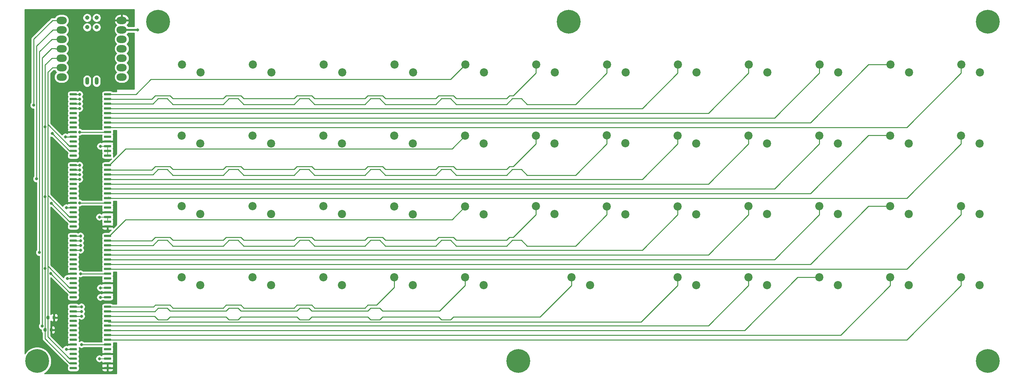
<source format=gbr>
%TF.GenerationSoftware,KiCad,Pcbnew,(5.1.10)-1*%
%TF.CreationDate,2021-10-30T01:15:37-04:00*%
%TF.ProjectId,keyboard,6b657962-6f61-4726-942e-6b696361645f,rev?*%
%TF.SameCoordinates,Original*%
%TF.FileFunction,Copper,L1,Top*%
%TF.FilePolarity,Positive*%
%FSLAX46Y46*%
G04 Gerber Fmt 4.6, Leading zero omitted, Abs format (unit mm)*
G04 Created by KiCad (PCBNEW (5.1.10)-1) date 2021-10-30 01:15:37*
%MOMM*%
%LPD*%
G01*
G04 APERTURE LIST*
%TA.AperFunction,SMDPad,CuDef*%
%ADD10C,1.143000*%
%TD*%
%TA.AperFunction,SMDPad,CuDef*%
%ADD11O,1.016000X2.032000*%
%TD*%
%TA.AperFunction,SMDPad,CuDef*%
%ADD12O,2.748280X1.998980*%
%TD*%
%TA.AperFunction,ComponentPad*%
%ADD13C,6.400000*%
%TD*%
%TA.AperFunction,ComponentPad*%
%ADD14C,2.200000*%
%TD*%
%TA.AperFunction,ViaPad*%
%ADD15C,0.800000*%
%TD*%
%TA.AperFunction,Conductor*%
%ADD16C,0.254000*%
%TD*%
%TA.AperFunction,Conductor*%
%ADD17C,0.250000*%
%TD*%
%TA.AperFunction,Conductor*%
%ADD18C,0.152400*%
%TD*%
%TA.AperFunction,Conductor*%
%ADD19C,0.500000*%
%TD*%
%TA.AperFunction,Conductor*%
%ADD20C,0.100000*%
%TD*%
G04 APERTURE END LIST*
D10*
%TO.P,C1,20*%
%TO.N,N/C*%
X-5462606Y-50664813D03*
%TO.P,C1,19*%
X-8002606Y-50664813D03*
%TO.P,C1,18*%
X-5462606Y-48124813D03*
%TO.P,C1,17*%
X-8002606Y-48124813D03*
D11*
%TO.P,C1,16*%
X-5451409Y-65129000D03*
%TO.P,C1,15*%
X-8001409Y-65129000D03*
D12*
%TO.P,C1,1*%
%TO.N,/INT_0x0*%
X-14868289Y-48811180D03*
%TO.P,C1,2*%
%TO.N,/INT_0x1*%
X-14868289Y-51351180D03*
%TO.P,C1,3*%
%TO.N,/INT_0x2*%
X-14868289Y-53891180D03*
%TO.P,C1,4*%
%TO.N,/INT_0x3*%
X-14868289Y-56431180D03*
%TO.P,C1,5*%
%TO.N,/SDA_*%
X-14868289Y-58971180D03*
%TO.P,C1,6*%
%TO.N,/SCL_*%
X-14868289Y-61511180D03*
%TO.P,C1,7*%
%TO.N,N/C*%
X-14868289Y-64051180D03*
%TO.P,C1,8*%
X1296271Y-64051180D03*
%TO.P,C1,9*%
X1296271Y-61511180D03*
%TO.P,C1,10*%
X1296271Y-58971180D03*
%TO.P,C1,11*%
X1296271Y-56431180D03*
%TO.P,C1,12*%
X1296271Y-53891180D03*
%TO.P,C1,13*%
%TO.N,GND*%
X1296271Y-51351180D03*
%TO.P,C1,14*%
%TO.N,+5V*%
X1296271Y-48811180D03*
%TD*%
D13*
%TO.P,H4,1*%
%TO.N,N/C*%
X107950000Y-140493750D03*
%TD*%
%TO.P,H4,1*%
%TO.N,N/C*%
X121443750Y-49212500D03*
%TD*%
%TO.P,H4,1*%
%TO.N,N/C*%
X11112500Y-49212500D03*
%TD*%
%TO.P,H3,1*%
%TO.N,N/C*%
X-21431250Y-140493750D03*
%TD*%
%TO.P,H2,1*%
%TO.N,N/C*%
X234156250Y-49212500D03*
%TD*%
%TO.P,H1,1*%
%TO.N,N/C*%
X234156250Y-140493750D03*
%TD*%
%TO.P,U3,28*%
%TO.N,/ROW_3_4*%
%TA.AperFunction,SMDPad,CuDef*%
G36*
G01*
X-3457000Y-107017000D02*
X-3457000Y-106597000D01*
G75*
G02*
X-3367000Y-106507000I90000J0D01*
G01*
X-1637000Y-106507000D01*
G75*
G02*
X-1547000Y-106597000I0J-90000D01*
G01*
X-1547000Y-107017000D01*
G75*
G02*
X-1637000Y-107107000I-90000J0D01*
G01*
X-3367000Y-107107000D01*
G75*
G02*
X-3457000Y-107017000I0J90000D01*
G01*
G37*
%TD.AperFunction*%
%TO.P,U3,27*%
%TO.N,/ROW_3_5*%
%TA.AperFunction,SMDPad,CuDef*%
G36*
G01*
X-3457000Y-108287000D02*
X-3457000Y-107867000D01*
G75*
G02*
X-3367000Y-107777000I90000J0D01*
G01*
X-1637000Y-107777000D01*
G75*
G02*
X-1547000Y-107867000I0J-90000D01*
G01*
X-1547000Y-108287000D01*
G75*
G02*
X-1637000Y-108377000I-90000J0D01*
G01*
X-3367000Y-108377000D01*
G75*
G02*
X-3457000Y-108287000I0J90000D01*
G01*
G37*
%TD.AperFunction*%
%TO.P,U3,26*%
%TO.N,/ROW_3_6*%
%TA.AperFunction,SMDPad,CuDef*%
G36*
G01*
X-3457000Y-109557000D02*
X-3457000Y-109137000D01*
G75*
G02*
X-3367000Y-109047000I90000J0D01*
G01*
X-1637000Y-109047000D01*
G75*
G02*
X-1547000Y-109137000I0J-90000D01*
G01*
X-1547000Y-109557000D01*
G75*
G02*
X-1637000Y-109647000I-90000J0D01*
G01*
X-3367000Y-109647000D01*
G75*
G02*
X-3457000Y-109557000I0J90000D01*
G01*
G37*
%TD.AperFunction*%
%TO.P,U3,25*%
%TO.N,/ROW_3_7*%
%TA.AperFunction,SMDPad,CuDef*%
G36*
G01*
X-3457000Y-110827000D02*
X-3457000Y-110407000D01*
G75*
G02*
X-3367000Y-110317000I90000J0D01*
G01*
X-1637000Y-110317000D01*
G75*
G02*
X-1547000Y-110407000I0J-90000D01*
G01*
X-1547000Y-110827000D01*
G75*
G02*
X-1637000Y-110917000I-90000J0D01*
G01*
X-3367000Y-110917000D01*
G75*
G02*
X-3457000Y-110827000I0J90000D01*
G01*
G37*
%TD.AperFunction*%
%TO.P,U3,24*%
%TO.N,/ROW_3_8*%
%TA.AperFunction,SMDPad,CuDef*%
G36*
G01*
X-3457000Y-112097000D02*
X-3457000Y-111677000D01*
G75*
G02*
X-3367000Y-111587000I90000J0D01*
G01*
X-1637000Y-111587000D01*
G75*
G02*
X-1547000Y-111677000I0J-90000D01*
G01*
X-1547000Y-112097000D01*
G75*
G02*
X-1637000Y-112187000I-90000J0D01*
G01*
X-3367000Y-112187000D01*
G75*
G02*
X-3457000Y-112097000I0J90000D01*
G01*
G37*
%TD.AperFunction*%
%TO.P,U3,23*%
%TO.N,/ROW_3_9*%
%TA.AperFunction,SMDPad,CuDef*%
G36*
G01*
X-3457000Y-113367000D02*
X-3457000Y-112947000D01*
G75*
G02*
X-3367000Y-112857000I90000J0D01*
G01*
X-1637000Y-112857000D01*
G75*
G02*
X-1547000Y-112947000I0J-90000D01*
G01*
X-1547000Y-113367000D01*
G75*
G02*
X-1637000Y-113457000I-90000J0D01*
G01*
X-3367000Y-113457000D01*
G75*
G02*
X-3457000Y-113367000I0J90000D01*
G01*
G37*
%TD.AperFunction*%
%TO.P,U3,22*%
%TO.N,/ROW_3_10*%
%TA.AperFunction,SMDPad,CuDef*%
G36*
G01*
X-3457000Y-114637000D02*
X-3457000Y-114217000D01*
G75*
G02*
X-3367000Y-114127000I90000J0D01*
G01*
X-1637000Y-114127000D01*
G75*
G02*
X-1547000Y-114217000I0J-90000D01*
G01*
X-1547000Y-114637000D01*
G75*
G02*
X-1637000Y-114727000I-90000J0D01*
G01*
X-3367000Y-114727000D01*
G75*
G02*
X-3457000Y-114637000I0J90000D01*
G01*
G37*
%TD.AperFunction*%
%TO.P,U3,21*%
%TO.N,/ROW_3_11*%
%TA.AperFunction,SMDPad,CuDef*%
G36*
G01*
X-3457000Y-115907000D02*
X-3457000Y-115487000D01*
G75*
G02*
X-3367000Y-115397000I90000J0D01*
G01*
X-1637000Y-115397000D01*
G75*
G02*
X-1547000Y-115487000I0J-90000D01*
G01*
X-1547000Y-115907000D01*
G75*
G02*
X-1637000Y-115997000I-90000J0D01*
G01*
X-3367000Y-115997000D01*
G75*
G02*
X-3457000Y-115907000I0J90000D01*
G01*
G37*
%TD.AperFunction*%
%TO.P,U3,20*%
%TO.N,/INT_0x2*%
%TA.AperFunction,SMDPad,CuDef*%
G36*
G01*
X-3457000Y-117177000D02*
X-3457000Y-116757000D01*
G75*
G02*
X-3367000Y-116667000I90000J0D01*
G01*
X-1637000Y-116667000D01*
G75*
G02*
X-1547000Y-116757000I0J-90000D01*
G01*
X-1547000Y-117177000D01*
G75*
G02*
X-1637000Y-117267000I-90000J0D01*
G01*
X-3367000Y-117267000D01*
G75*
G02*
X-3457000Y-117177000I0J90000D01*
G01*
G37*
%TD.AperFunction*%
%TO.P,U3,19*%
%TO.N,N/C*%
%TA.AperFunction,SMDPad,CuDef*%
G36*
G01*
X-3457000Y-118447000D02*
X-3457000Y-118027000D01*
G75*
G02*
X-3367000Y-117937000I90000J0D01*
G01*
X-1637000Y-117937000D01*
G75*
G02*
X-1547000Y-118027000I0J-90000D01*
G01*
X-1547000Y-118447000D01*
G75*
G02*
X-1637000Y-118537000I-90000J0D01*
G01*
X-3367000Y-118537000D01*
G75*
G02*
X-3457000Y-118447000I0J90000D01*
G01*
G37*
%TD.AperFunction*%
%TO.P,U3,18*%
%TO.N,+5V*%
%TA.AperFunction,SMDPad,CuDef*%
G36*
G01*
X-3457000Y-119717000D02*
X-3457000Y-119297000D01*
G75*
G02*
X-3367000Y-119207000I90000J0D01*
G01*
X-1637000Y-119207000D01*
G75*
G02*
X-1547000Y-119297000I0J-90000D01*
G01*
X-1547000Y-119717000D01*
G75*
G02*
X-1637000Y-119807000I-90000J0D01*
G01*
X-3367000Y-119807000D01*
G75*
G02*
X-3457000Y-119717000I0J90000D01*
G01*
G37*
%TD.AperFunction*%
%TO.P,U3,17*%
%TO.N,GND*%
%TA.AperFunction,SMDPad,CuDef*%
G36*
G01*
X-3457000Y-120987000D02*
X-3457000Y-120567000D01*
G75*
G02*
X-3367000Y-120477000I90000J0D01*
G01*
X-1637000Y-120477000D01*
G75*
G02*
X-1547000Y-120567000I0J-90000D01*
G01*
X-1547000Y-120987000D01*
G75*
G02*
X-1637000Y-121077000I-90000J0D01*
G01*
X-3367000Y-121077000D01*
G75*
G02*
X-3457000Y-120987000I0J90000D01*
G01*
G37*
%TD.AperFunction*%
%TO.P,U3,16*%
%TO.N,+5V*%
%TA.AperFunction,SMDPad,CuDef*%
G36*
G01*
X-3457000Y-122257000D02*
X-3457000Y-121837000D01*
G75*
G02*
X-3367000Y-121747000I90000J0D01*
G01*
X-1637000Y-121747000D01*
G75*
G02*
X-1547000Y-121837000I0J-90000D01*
G01*
X-1547000Y-122257000D01*
G75*
G02*
X-1637000Y-122347000I-90000J0D01*
G01*
X-3367000Y-122347000D01*
G75*
G02*
X-3457000Y-122257000I0J90000D01*
G01*
G37*
%TD.AperFunction*%
%TO.P,U3,15*%
%TO.N,GND*%
%TA.AperFunction,SMDPad,CuDef*%
G36*
G01*
X-3457000Y-123527000D02*
X-3457000Y-123107000D01*
G75*
G02*
X-3367000Y-123017000I90000J0D01*
G01*
X-1637000Y-123017000D01*
G75*
G02*
X-1547000Y-123107000I0J-90000D01*
G01*
X-1547000Y-123527000D01*
G75*
G02*
X-1637000Y-123617000I-90000J0D01*
G01*
X-3367000Y-123617000D01*
G75*
G02*
X-3457000Y-123527000I0J90000D01*
G01*
G37*
%TD.AperFunction*%
%TO.P,U3,14*%
%TO.N,N/C*%
%TA.AperFunction,SMDPad,CuDef*%
G36*
G01*
X-12677000Y-123527000D02*
X-12677000Y-123107000D01*
G75*
G02*
X-12587000Y-123017000I90000J0D01*
G01*
X-10857000Y-123017000D01*
G75*
G02*
X-10767000Y-123107000I0J-90000D01*
G01*
X-10767000Y-123527000D01*
G75*
G02*
X-10857000Y-123617000I-90000J0D01*
G01*
X-12587000Y-123617000D01*
G75*
G02*
X-12677000Y-123527000I0J90000D01*
G01*
G37*
%TD.AperFunction*%
%TO.P,U3,13*%
%TO.N,/SDA_*%
%TA.AperFunction,SMDPad,CuDef*%
G36*
G01*
X-12677000Y-122257000D02*
X-12677000Y-121837000D01*
G75*
G02*
X-12587000Y-121747000I90000J0D01*
G01*
X-10857000Y-121747000D01*
G75*
G02*
X-10767000Y-121837000I0J-90000D01*
G01*
X-10767000Y-122257000D01*
G75*
G02*
X-10857000Y-122347000I-90000J0D01*
G01*
X-12587000Y-122347000D01*
G75*
G02*
X-12677000Y-122257000I0J90000D01*
G01*
G37*
%TD.AperFunction*%
%TO.P,U3,12*%
%TO.N,/SCL_*%
%TA.AperFunction,SMDPad,CuDef*%
G36*
G01*
X-12677000Y-120987000D02*
X-12677000Y-120567000D01*
G75*
G02*
X-12587000Y-120477000I90000J0D01*
G01*
X-10857000Y-120477000D01*
G75*
G02*
X-10767000Y-120567000I0J-90000D01*
G01*
X-10767000Y-120987000D01*
G75*
G02*
X-10857000Y-121077000I-90000J0D01*
G01*
X-12587000Y-121077000D01*
G75*
G02*
X-12677000Y-120987000I0J90000D01*
G01*
G37*
%TD.AperFunction*%
%TO.P,U3,11*%
%TO.N,N/C*%
%TA.AperFunction,SMDPad,CuDef*%
G36*
G01*
X-12677000Y-119717000D02*
X-12677000Y-119297000D01*
G75*
G02*
X-12587000Y-119207000I90000J0D01*
G01*
X-10857000Y-119207000D01*
G75*
G02*
X-10767000Y-119297000I0J-90000D01*
G01*
X-10767000Y-119717000D01*
G75*
G02*
X-10857000Y-119807000I-90000J0D01*
G01*
X-12587000Y-119807000D01*
G75*
G02*
X-12677000Y-119717000I0J90000D01*
G01*
G37*
%TD.AperFunction*%
%TO.P,U3,10*%
%TO.N,GND*%
%TA.AperFunction,SMDPad,CuDef*%
G36*
G01*
X-12677000Y-118447000D02*
X-12677000Y-118027000D01*
G75*
G02*
X-12587000Y-117937000I90000J0D01*
G01*
X-10857000Y-117937000D01*
G75*
G02*
X-10767000Y-118027000I0J-90000D01*
G01*
X-10767000Y-118447000D01*
G75*
G02*
X-10857000Y-118537000I-90000J0D01*
G01*
X-12587000Y-118537000D01*
G75*
G02*
X-12677000Y-118447000I0J90000D01*
G01*
G37*
%TD.AperFunction*%
%TO.P,U3,9*%
%TO.N,+5V*%
%TA.AperFunction,SMDPad,CuDef*%
G36*
G01*
X-12677000Y-117177000D02*
X-12677000Y-116757000D01*
G75*
G02*
X-12587000Y-116667000I90000J0D01*
G01*
X-10857000Y-116667000D01*
G75*
G02*
X-10767000Y-116757000I0J-90000D01*
G01*
X-10767000Y-117177000D01*
G75*
G02*
X-10857000Y-117267000I-90000J0D01*
G01*
X-12587000Y-117267000D01*
G75*
G02*
X-12677000Y-117177000I0J90000D01*
G01*
G37*
%TD.AperFunction*%
%TO.P,U3,8*%
%TO.N,N/C*%
%TA.AperFunction,SMDPad,CuDef*%
G36*
G01*
X-12677000Y-115907000D02*
X-12677000Y-115487000D01*
G75*
G02*
X-12587000Y-115397000I90000J0D01*
G01*
X-10857000Y-115397000D01*
G75*
G02*
X-10767000Y-115487000I0J-90000D01*
G01*
X-10767000Y-115907000D01*
G75*
G02*
X-10857000Y-115997000I-90000J0D01*
G01*
X-12587000Y-115997000D01*
G75*
G02*
X-12677000Y-115907000I0J90000D01*
G01*
G37*
%TD.AperFunction*%
%TO.P,U3,7*%
%TA.AperFunction,SMDPad,CuDef*%
G36*
G01*
X-12677000Y-114637000D02*
X-12677000Y-114217000D01*
G75*
G02*
X-12587000Y-114127000I90000J0D01*
G01*
X-10857000Y-114127000D01*
G75*
G02*
X-10767000Y-114217000I0J-90000D01*
G01*
X-10767000Y-114637000D01*
G75*
G02*
X-10857000Y-114727000I-90000J0D01*
G01*
X-12587000Y-114727000D01*
G75*
G02*
X-12677000Y-114637000I0J90000D01*
G01*
G37*
%TD.AperFunction*%
%TO.P,U3,6*%
%TA.AperFunction,SMDPad,CuDef*%
G36*
G01*
X-12677000Y-113367000D02*
X-12677000Y-112947000D01*
G75*
G02*
X-12587000Y-112857000I90000J0D01*
G01*
X-10857000Y-112857000D01*
G75*
G02*
X-10767000Y-112947000I0J-90000D01*
G01*
X-10767000Y-113367000D01*
G75*
G02*
X-10857000Y-113457000I-90000J0D01*
G01*
X-12587000Y-113457000D01*
G75*
G02*
X-12677000Y-113367000I0J90000D01*
G01*
G37*
%TD.AperFunction*%
%TO.P,U3,5*%
%TA.AperFunction,SMDPad,CuDef*%
G36*
G01*
X-12677000Y-112097000D02*
X-12677000Y-111677000D01*
G75*
G02*
X-12587000Y-111587000I90000J0D01*
G01*
X-10857000Y-111587000D01*
G75*
G02*
X-10767000Y-111677000I0J-90000D01*
G01*
X-10767000Y-112097000D01*
G75*
G02*
X-10857000Y-112187000I-90000J0D01*
G01*
X-12587000Y-112187000D01*
G75*
G02*
X-12677000Y-112097000I0J90000D01*
G01*
G37*
%TD.AperFunction*%
%TO.P,U3,4*%
%TO.N,/ROW_3_3*%
%TA.AperFunction,SMDPad,CuDef*%
G36*
G01*
X-12677000Y-110827000D02*
X-12677000Y-110407000D01*
G75*
G02*
X-12587000Y-110317000I90000J0D01*
G01*
X-10857000Y-110317000D01*
G75*
G02*
X-10767000Y-110407000I0J-90000D01*
G01*
X-10767000Y-110827000D01*
G75*
G02*
X-10857000Y-110917000I-90000J0D01*
G01*
X-12587000Y-110917000D01*
G75*
G02*
X-12677000Y-110827000I0J90000D01*
G01*
G37*
%TD.AperFunction*%
%TO.P,U3,3*%
%TO.N,/ROW_3_2*%
%TA.AperFunction,SMDPad,CuDef*%
G36*
G01*
X-12677000Y-109557000D02*
X-12677000Y-109137000D01*
G75*
G02*
X-12587000Y-109047000I90000J0D01*
G01*
X-10857000Y-109047000D01*
G75*
G02*
X-10767000Y-109137000I0J-90000D01*
G01*
X-10767000Y-109557000D01*
G75*
G02*
X-10857000Y-109647000I-90000J0D01*
G01*
X-12587000Y-109647000D01*
G75*
G02*
X-12677000Y-109557000I0J90000D01*
G01*
G37*
%TD.AperFunction*%
%TO.P,U3,2*%
%TO.N,/ROW_3_1*%
%TA.AperFunction,SMDPad,CuDef*%
G36*
G01*
X-12677000Y-108287000D02*
X-12677000Y-107867000D01*
G75*
G02*
X-12587000Y-107777000I90000J0D01*
G01*
X-10857000Y-107777000D01*
G75*
G02*
X-10767000Y-107867000I0J-90000D01*
G01*
X-10767000Y-108287000D01*
G75*
G02*
X-10857000Y-108377000I-90000J0D01*
G01*
X-12587000Y-108377000D01*
G75*
G02*
X-12677000Y-108287000I0J90000D01*
G01*
G37*
%TD.AperFunction*%
%TO.P,U3,1*%
%TO.N,/ROW_3_0*%
%TA.AperFunction,SMDPad,CuDef*%
G36*
G01*
X-12677000Y-107017000D02*
X-12677000Y-106597000D01*
G75*
G02*
X-12587000Y-106507000I90000J0D01*
G01*
X-10857000Y-106507000D01*
G75*
G02*
X-10767000Y-106597000I0J-90000D01*
G01*
X-10767000Y-107017000D01*
G75*
G02*
X-10857000Y-107107000I-90000J0D01*
G01*
X-12587000Y-107107000D01*
G75*
G02*
X-12677000Y-107017000I0J90000D01*
G01*
G37*
%TD.AperFunction*%
%TD*%
D14*
%TO.P,M42,2*%
%TO.N,GND*%
X127237500Y-120025000D03*
%TO.P,M42,1*%
%TO.N,/ROW_4_5*%
X122237500Y-117925000D03*
%TD*%
%TO.P,M41,2*%
%TO.N,GND*%
X98662500Y-120025000D03*
%TO.P,M41,1*%
%TO.N,/ROW_4_4*%
X93662500Y-117925000D03*
%TD*%
%TO.P,M29,2*%
%TO.N,GND*%
X98662500Y-100975000D03*
%TO.P,M29,1*%
%TO.N,/ROW_3_4*%
X93662500Y-98875000D03*
%TD*%
%TO.P,M28,2*%
%TO.N,GND*%
X79612500Y-100975000D03*
%TO.P,M28,1*%
%TO.N,/ROW_3_3*%
X74612500Y-98875000D03*
%TD*%
%TO.P,M15,2*%
%TO.N,GND*%
X60562500Y-81925000D03*
%TO.P,M15,1*%
%TO.N,/ROW_2_2*%
X55562500Y-79825000D03*
%TD*%
%TO.P,M14,2*%
%TO.N,GND*%
X41512500Y-81925000D03*
%TO.P,M14,1*%
%TO.N,/ROW_2_1*%
X36512500Y-79825000D03*
%TD*%
%TO.P,M1,1*%
%TO.N,/ROW_1_0*%
X17478400Y-60743250D03*
%TO.P,M1,2*%
%TO.N,GND*%
X22478400Y-62843250D03*
%TD*%
%TO.P,R2,2*%
%TO.N,+5V*%
%TA.AperFunction,SMDPad,CuDef*%
G36*
G01*
X-18054000Y-132355000D02*
X-18054000Y-131805000D01*
G75*
G02*
X-17854000Y-131605000I200000J0D01*
G01*
X-17454000Y-131605000D01*
G75*
G02*
X-17254000Y-131805000I0J-200000D01*
G01*
X-17254000Y-132355000D01*
G75*
G02*
X-17454000Y-132555000I-200000J0D01*
G01*
X-17854000Y-132555000D01*
G75*
G02*
X-18054000Y-132355000I0J200000D01*
G01*
G37*
%TD.AperFunction*%
%TO.P,R2,1*%
%TO.N,/SDA_*%
%TA.AperFunction,SMDPad,CuDef*%
G36*
G01*
X-19704000Y-132355000D02*
X-19704000Y-131805000D01*
G75*
G02*
X-19504000Y-131605000I200000J0D01*
G01*
X-19104000Y-131605000D01*
G75*
G02*
X-18904000Y-131805000I0J-200000D01*
G01*
X-18904000Y-132355000D01*
G75*
G02*
X-19104000Y-132555000I-200000J0D01*
G01*
X-19504000Y-132555000D01*
G75*
G02*
X-19704000Y-132355000I0J200000D01*
G01*
G37*
%TD.AperFunction*%
%TD*%
%TO.P,R1,2*%
%TO.N,/SCL_*%
%TA.AperFunction,SMDPad,CuDef*%
G36*
G01*
X-18142000Y-128503000D02*
X-18142000Y-129053000D01*
G75*
G02*
X-18342000Y-129253000I-200000J0D01*
G01*
X-18742000Y-129253000D01*
G75*
G02*
X-18942000Y-129053000I0J200000D01*
G01*
X-18942000Y-128503000D01*
G75*
G02*
X-18742000Y-128303000I200000J0D01*
G01*
X-18342000Y-128303000D01*
G75*
G02*
X-18142000Y-128503000I0J-200000D01*
G01*
G37*
%TD.AperFunction*%
%TO.P,R1,1*%
%TO.N,+5V*%
%TA.AperFunction,SMDPad,CuDef*%
G36*
G01*
X-16492000Y-128503000D02*
X-16492000Y-129053000D01*
G75*
G02*
X-16692000Y-129253000I-200000J0D01*
G01*
X-17092000Y-129253000D01*
G75*
G02*
X-17292000Y-129053000I0J200000D01*
G01*
X-17292000Y-128503000D01*
G75*
G02*
X-17092000Y-128303000I200000J0D01*
G01*
X-16692000Y-128303000D01*
G75*
G02*
X-16492000Y-128503000I0J-200000D01*
G01*
G37*
%TD.AperFunction*%
%TD*%
%TO.P,U2,28*%
%TO.N,/ROW_2_4*%
%TA.AperFunction,SMDPad,CuDef*%
G36*
G01*
X-3457000Y-87967000D02*
X-3457000Y-87547000D01*
G75*
G02*
X-3367000Y-87457000I90000J0D01*
G01*
X-1637000Y-87457000D01*
G75*
G02*
X-1547000Y-87547000I0J-90000D01*
G01*
X-1547000Y-87967000D01*
G75*
G02*
X-1637000Y-88057000I-90000J0D01*
G01*
X-3367000Y-88057000D01*
G75*
G02*
X-3457000Y-87967000I0J90000D01*
G01*
G37*
%TD.AperFunction*%
%TO.P,U2,27*%
%TO.N,/ROW_2_5*%
%TA.AperFunction,SMDPad,CuDef*%
G36*
G01*
X-3457000Y-89237000D02*
X-3457000Y-88817000D01*
G75*
G02*
X-3367000Y-88727000I90000J0D01*
G01*
X-1637000Y-88727000D01*
G75*
G02*
X-1547000Y-88817000I0J-90000D01*
G01*
X-1547000Y-89237000D01*
G75*
G02*
X-1637000Y-89327000I-90000J0D01*
G01*
X-3367000Y-89327000D01*
G75*
G02*
X-3457000Y-89237000I0J90000D01*
G01*
G37*
%TD.AperFunction*%
%TO.P,U2,26*%
%TO.N,/ROW_2_6*%
%TA.AperFunction,SMDPad,CuDef*%
G36*
G01*
X-3457000Y-90507000D02*
X-3457000Y-90087000D01*
G75*
G02*
X-3367000Y-89997000I90000J0D01*
G01*
X-1637000Y-89997000D01*
G75*
G02*
X-1547000Y-90087000I0J-90000D01*
G01*
X-1547000Y-90507000D01*
G75*
G02*
X-1637000Y-90597000I-90000J0D01*
G01*
X-3367000Y-90597000D01*
G75*
G02*
X-3457000Y-90507000I0J90000D01*
G01*
G37*
%TD.AperFunction*%
%TO.P,U2,25*%
%TO.N,/ROW_2_7*%
%TA.AperFunction,SMDPad,CuDef*%
G36*
G01*
X-3457000Y-91777000D02*
X-3457000Y-91357000D01*
G75*
G02*
X-3367000Y-91267000I90000J0D01*
G01*
X-1637000Y-91267000D01*
G75*
G02*
X-1547000Y-91357000I0J-90000D01*
G01*
X-1547000Y-91777000D01*
G75*
G02*
X-1637000Y-91867000I-90000J0D01*
G01*
X-3367000Y-91867000D01*
G75*
G02*
X-3457000Y-91777000I0J90000D01*
G01*
G37*
%TD.AperFunction*%
%TO.P,U2,24*%
%TO.N,/ROW_2_8*%
%TA.AperFunction,SMDPad,CuDef*%
G36*
G01*
X-3457000Y-93047000D02*
X-3457000Y-92627000D01*
G75*
G02*
X-3367000Y-92537000I90000J0D01*
G01*
X-1637000Y-92537000D01*
G75*
G02*
X-1547000Y-92627000I0J-90000D01*
G01*
X-1547000Y-93047000D01*
G75*
G02*
X-1637000Y-93137000I-90000J0D01*
G01*
X-3367000Y-93137000D01*
G75*
G02*
X-3457000Y-93047000I0J90000D01*
G01*
G37*
%TD.AperFunction*%
%TO.P,U2,23*%
%TO.N,/ROW_2_9*%
%TA.AperFunction,SMDPad,CuDef*%
G36*
G01*
X-3457000Y-94317000D02*
X-3457000Y-93897000D01*
G75*
G02*
X-3367000Y-93807000I90000J0D01*
G01*
X-1637000Y-93807000D01*
G75*
G02*
X-1547000Y-93897000I0J-90000D01*
G01*
X-1547000Y-94317000D01*
G75*
G02*
X-1637000Y-94407000I-90000J0D01*
G01*
X-3367000Y-94407000D01*
G75*
G02*
X-3457000Y-94317000I0J90000D01*
G01*
G37*
%TD.AperFunction*%
%TO.P,U2,22*%
%TO.N,/ROW_2_10*%
%TA.AperFunction,SMDPad,CuDef*%
G36*
G01*
X-3457000Y-95587000D02*
X-3457000Y-95167000D01*
G75*
G02*
X-3367000Y-95077000I90000J0D01*
G01*
X-1637000Y-95077000D01*
G75*
G02*
X-1547000Y-95167000I0J-90000D01*
G01*
X-1547000Y-95587000D01*
G75*
G02*
X-1637000Y-95677000I-90000J0D01*
G01*
X-3367000Y-95677000D01*
G75*
G02*
X-3457000Y-95587000I0J90000D01*
G01*
G37*
%TD.AperFunction*%
%TO.P,U2,21*%
%TO.N,/ROW_2_11*%
%TA.AperFunction,SMDPad,CuDef*%
G36*
G01*
X-3457000Y-96857000D02*
X-3457000Y-96437000D01*
G75*
G02*
X-3367000Y-96347000I90000J0D01*
G01*
X-1637000Y-96347000D01*
G75*
G02*
X-1547000Y-96437000I0J-90000D01*
G01*
X-1547000Y-96857000D01*
G75*
G02*
X-1637000Y-96947000I-90000J0D01*
G01*
X-3367000Y-96947000D01*
G75*
G02*
X-3457000Y-96857000I0J90000D01*
G01*
G37*
%TD.AperFunction*%
%TO.P,U2,20*%
%TO.N,/INT_0x1*%
%TA.AperFunction,SMDPad,CuDef*%
G36*
G01*
X-3457000Y-98127000D02*
X-3457000Y-97707000D01*
G75*
G02*
X-3367000Y-97617000I90000J0D01*
G01*
X-1637000Y-97617000D01*
G75*
G02*
X-1547000Y-97707000I0J-90000D01*
G01*
X-1547000Y-98127000D01*
G75*
G02*
X-1637000Y-98217000I-90000J0D01*
G01*
X-3367000Y-98217000D01*
G75*
G02*
X-3457000Y-98127000I0J90000D01*
G01*
G37*
%TD.AperFunction*%
%TO.P,U2,19*%
%TO.N,N/C*%
%TA.AperFunction,SMDPad,CuDef*%
G36*
G01*
X-3457000Y-99397000D02*
X-3457000Y-98977000D01*
G75*
G02*
X-3367000Y-98887000I90000J0D01*
G01*
X-1637000Y-98887000D01*
G75*
G02*
X-1547000Y-98977000I0J-90000D01*
G01*
X-1547000Y-99397000D01*
G75*
G02*
X-1637000Y-99487000I-90000J0D01*
G01*
X-3367000Y-99487000D01*
G75*
G02*
X-3457000Y-99397000I0J90000D01*
G01*
G37*
%TD.AperFunction*%
%TO.P,U2,18*%
%TO.N,+5V*%
%TA.AperFunction,SMDPad,CuDef*%
G36*
G01*
X-3457000Y-100667000D02*
X-3457000Y-100247000D01*
G75*
G02*
X-3367000Y-100157000I90000J0D01*
G01*
X-1637000Y-100157000D01*
G75*
G02*
X-1547000Y-100247000I0J-90000D01*
G01*
X-1547000Y-100667000D01*
G75*
G02*
X-1637000Y-100757000I-90000J0D01*
G01*
X-3367000Y-100757000D01*
G75*
G02*
X-3457000Y-100667000I0J90000D01*
G01*
G37*
%TD.AperFunction*%
%TO.P,U2,17*%
%TO.N,GND*%
%TA.AperFunction,SMDPad,CuDef*%
G36*
G01*
X-3457000Y-101937000D02*
X-3457000Y-101517000D01*
G75*
G02*
X-3367000Y-101427000I90000J0D01*
G01*
X-1637000Y-101427000D01*
G75*
G02*
X-1547000Y-101517000I0J-90000D01*
G01*
X-1547000Y-101937000D01*
G75*
G02*
X-1637000Y-102027000I-90000J0D01*
G01*
X-3367000Y-102027000D01*
G75*
G02*
X-3457000Y-101937000I0J90000D01*
G01*
G37*
%TD.AperFunction*%
%TO.P,U2,16*%
%TA.AperFunction,SMDPad,CuDef*%
G36*
G01*
X-3457000Y-103207000D02*
X-3457000Y-102787000D01*
G75*
G02*
X-3367000Y-102697000I90000J0D01*
G01*
X-1637000Y-102697000D01*
G75*
G02*
X-1547000Y-102787000I0J-90000D01*
G01*
X-1547000Y-103207000D01*
G75*
G02*
X-1637000Y-103297000I-90000J0D01*
G01*
X-3367000Y-103297000D01*
G75*
G02*
X-3457000Y-103207000I0J90000D01*
G01*
G37*
%TD.AperFunction*%
%TO.P,U2,15*%
%TO.N,+5V*%
%TA.AperFunction,SMDPad,CuDef*%
G36*
G01*
X-3457000Y-104477000D02*
X-3457000Y-104057000D01*
G75*
G02*
X-3367000Y-103967000I90000J0D01*
G01*
X-1637000Y-103967000D01*
G75*
G02*
X-1547000Y-104057000I0J-90000D01*
G01*
X-1547000Y-104477000D01*
G75*
G02*
X-1637000Y-104567000I-90000J0D01*
G01*
X-3367000Y-104567000D01*
G75*
G02*
X-3457000Y-104477000I0J90000D01*
G01*
G37*
%TD.AperFunction*%
%TO.P,U2,14*%
%TO.N,N/C*%
%TA.AperFunction,SMDPad,CuDef*%
G36*
G01*
X-12677000Y-104477000D02*
X-12677000Y-104057000D01*
G75*
G02*
X-12587000Y-103967000I90000J0D01*
G01*
X-10857000Y-103967000D01*
G75*
G02*
X-10767000Y-104057000I0J-90000D01*
G01*
X-10767000Y-104477000D01*
G75*
G02*
X-10857000Y-104567000I-90000J0D01*
G01*
X-12587000Y-104567000D01*
G75*
G02*
X-12677000Y-104477000I0J90000D01*
G01*
G37*
%TD.AperFunction*%
%TO.P,U2,13*%
%TO.N,/SDA_*%
%TA.AperFunction,SMDPad,CuDef*%
G36*
G01*
X-12677000Y-103207000D02*
X-12677000Y-102787000D01*
G75*
G02*
X-12587000Y-102697000I90000J0D01*
G01*
X-10857000Y-102697000D01*
G75*
G02*
X-10767000Y-102787000I0J-90000D01*
G01*
X-10767000Y-103207000D01*
G75*
G02*
X-10857000Y-103297000I-90000J0D01*
G01*
X-12587000Y-103297000D01*
G75*
G02*
X-12677000Y-103207000I0J90000D01*
G01*
G37*
%TD.AperFunction*%
%TO.P,U2,12*%
%TO.N,/SCL_*%
%TA.AperFunction,SMDPad,CuDef*%
G36*
G01*
X-12677000Y-101937000D02*
X-12677000Y-101517000D01*
G75*
G02*
X-12587000Y-101427000I90000J0D01*
G01*
X-10857000Y-101427000D01*
G75*
G02*
X-10767000Y-101517000I0J-90000D01*
G01*
X-10767000Y-101937000D01*
G75*
G02*
X-10857000Y-102027000I-90000J0D01*
G01*
X-12587000Y-102027000D01*
G75*
G02*
X-12677000Y-101937000I0J90000D01*
G01*
G37*
%TD.AperFunction*%
%TO.P,U2,11*%
%TO.N,N/C*%
%TA.AperFunction,SMDPad,CuDef*%
G36*
G01*
X-12677000Y-100667000D02*
X-12677000Y-100247000D01*
G75*
G02*
X-12587000Y-100157000I90000J0D01*
G01*
X-10857000Y-100157000D01*
G75*
G02*
X-10767000Y-100247000I0J-90000D01*
G01*
X-10767000Y-100667000D01*
G75*
G02*
X-10857000Y-100757000I-90000J0D01*
G01*
X-12587000Y-100757000D01*
G75*
G02*
X-12677000Y-100667000I0J90000D01*
G01*
G37*
%TD.AperFunction*%
%TO.P,U2,10*%
%TO.N,GND*%
%TA.AperFunction,SMDPad,CuDef*%
G36*
G01*
X-12677000Y-99397000D02*
X-12677000Y-98977000D01*
G75*
G02*
X-12587000Y-98887000I90000J0D01*
G01*
X-10857000Y-98887000D01*
G75*
G02*
X-10767000Y-98977000I0J-90000D01*
G01*
X-10767000Y-99397000D01*
G75*
G02*
X-10857000Y-99487000I-90000J0D01*
G01*
X-12587000Y-99487000D01*
G75*
G02*
X-12677000Y-99397000I0J90000D01*
G01*
G37*
%TD.AperFunction*%
%TO.P,U2,9*%
%TO.N,+5V*%
%TA.AperFunction,SMDPad,CuDef*%
G36*
G01*
X-12677000Y-98127000D02*
X-12677000Y-97707000D01*
G75*
G02*
X-12587000Y-97617000I90000J0D01*
G01*
X-10857000Y-97617000D01*
G75*
G02*
X-10767000Y-97707000I0J-90000D01*
G01*
X-10767000Y-98127000D01*
G75*
G02*
X-10857000Y-98217000I-90000J0D01*
G01*
X-12587000Y-98217000D01*
G75*
G02*
X-12677000Y-98127000I0J90000D01*
G01*
G37*
%TD.AperFunction*%
%TO.P,U2,8*%
%TO.N,N/C*%
%TA.AperFunction,SMDPad,CuDef*%
G36*
G01*
X-12677000Y-96857000D02*
X-12677000Y-96437000D01*
G75*
G02*
X-12587000Y-96347000I90000J0D01*
G01*
X-10857000Y-96347000D01*
G75*
G02*
X-10767000Y-96437000I0J-90000D01*
G01*
X-10767000Y-96857000D01*
G75*
G02*
X-10857000Y-96947000I-90000J0D01*
G01*
X-12587000Y-96947000D01*
G75*
G02*
X-12677000Y-96857000I0J90000D01*
G01*
G37*
%TD.AperFunction*%
%TO.P,U2,7*%
%TA.AperFunction,SMDPad,CuDef*%
G36*
G01*
X-12677000Y-95587000D02*
X-12677000Y-95167000D01*
G75*
G02*
X-12587000Y-95077000I90000J0D01*
G01*
X-10857000Y-95077000D01*
G75*
G02*
X-10767000Y-95167000I0J-90000D01*
G01*
X-10767000Y-95587000D01*
G75*
G02*
X-10857000Y-95677000I-90000J0D01*
G01*
X-12587000Y-95677000D01*
G75*
G02*
X-12677000Y-95587000I0J90000D01*
G01*
G37*
%TD.AperFunction*%
%TO.P,U2,6*%
%TA.AperFunction,SMDPad,CuDef*%
G36*
G01*
X-12677000Y-94317000D02*
X-12677000Y-93897000D01*
G75*
G02*
X-12587000Y-93807000I90000J0D01*
G01*
X-10857000Y-93807000D01*
G75*
G02*
X-10767000Y-93897000I0J-90000D01*
G01*
X-10767000Y-94317000D01*
G75*
G02*
X-10857000Y-94407000I-90000J0D01*
G01*
X-12587000Y-94407000D01*
G75*
G02*
X-12677000Y-94317000I0J90000D01*
G01*
G37*
%TD.AperFunction*%
%TO.P,U2,5*%
%TA.AperFunction,SMDPad,CuDef*%
G36*
G01*
X-12677000Y-93047000D02*
X-12677000Y-92627000D01*
G75*
G02*
X-12587000Y-92537000I90000J0D01*
G01*
X-10857000Y-92537000D01*
G75*
G02*
X-10767000Y-92627000I0J-90000D01*
G01*
X-10767000Y-93047000D01*
G75*
G02*
X-10857000Y-93137000I-90000J0D01*
G01*
X-12587000Y-93137000D01*
G75*
G02*
X-12677000Y-93047000I0J90000D01*
G01*
G37*
%TD.AperFunction*%
%TO.P,U2,4*%
%TO.N,/ROW_2_3*%
%TA.AperFunction,SMDPad,CuDef*%
G36*
G01*
X-12677000Y-91777000D02*
X-12677000Y-91357000D01*
G75*
G02*
X-12587000Y-91267000I90000J0D01*
G01*
X-10857000Y-91267000D01*
G75*
G02*
X-10767000Y-91357000I0J-90000D01*
G01*
X-10767000Y-91777000D01*
G75*
G02*
X-10857000Y-91867000I-90000J0D01*
G01*
X-12587000Y-91867000D01*
G75*
G02*
X-12677000Y-91777000I0J90000D01*
G01*
G37*
%TD.AperFunction*%
%TO.P,U2,3*%
%TO.N,/ROW_2_2*%
%TA.AperFunction,SMDPad,CuDef*%
G36*
G01*
X-12677000Y-90507000D02*
X-12677000Y-90087000D01*
G75*
G02*
X-12587000Y-89997000I90000J0D01*
G01*
X-10857000Y-89997000D01*
G75*
G02*
X-10767000Y-90087000I0J-90000D01*
G01*
X-10767000Y-90507000D01*
G75*
G02*
X-10857000Y-90597000I-90000J0D01*
G01*
X-12587000Y-90597000D01*
G75*
G02*
X-12677000Y-90507000I0J90000D01*
G01*
G37*
%TD.AperFunction*%
%TO.P,U2,2*%
%TO.N,/ROW_2_1*%
%TA.AperFunction,SMDPad,CuDef*%
G36*
G01*
X-12677000Y-89237000D02*
X-12677000Y-88817000D01*
G75*
G02*
X-12587000Y-88727000I90000J0D01*
G01*
X-10857000Y-88727000D01*
G75*
G02*
X-10767000Y-88817000I0J-90000D01*
G01*
X-10767000Y-89237000D01*
G75*
G02*
X-10857000Y-89327000I-90000J0D01*
G01*
X-12587000Y-89327000D01*
G75*
G02*
X-12677000Y-89237000I0J90000D01*
G01*
G37*
%TD.AperFunction*%
%TO.P,U2,1*%
%TO.N,/ROW_2_0*%
%TA.AperFunction,SMDPad,CuDef*%
G36*
G01*
X-12677000Y-87967000D02*
X-12677000Y-87547000D01*
G75*
G02*
X-12587000Y-87457000I90000J0D01*
G01*
X-10857000Y-87457000D01*
G75*
G02*
X-10767000Y-87547000I0J-90000D01*
G01*
X-10767000Y-87967000D01*
G75*
G02*
X-10857000Y-88057000I-90000J0D01*
G01*
X-12587000Y-88057000D01*
G75*
G02*
X-12677000Y-87967000I0J90000D01*
G01*
G37*
%TD.AperFunction*%
%TD*%
%TO.P,U4,28*%
%TO.N,/ROW_4_3*%
%TA.AperFunction,SMDPad,CuDef*%
G36*
G01*
X-3457000Y-126067000D02*
X-3457000Y-125647000D01*
G75*
G02*
X-3367000Y-125557000I90000J0D01*
G01*
X-1637000Y-125557000D01*
G75*
G02*
X-1547000Y-125647000I0J-90000D01*
G01*
X-1547000Y-126067000D01*
G75*
G02*
X-1637000Y-126157000I-90000J0D01*
G01*
X-3367000Y-126157000D01*
G75*
G02*
X-3457000Y-126067000I0J90000D01*
G01*
G37*
%TD.AperFunction*%
%TO.P,U4,27*%
%TO.N,/ROW_4_4*%
%TA.AperFunction,SMDPad,CuDef*%
G36*
G01*
X-3457000Y-127337000D02*
X-3457000Y-126917000D01*
G75*
G02*
X-3367000Y-126827000I90000J0D01*
G01*
X-1637000Y-126827000D01*
G75*
G02*
X-1547000Y-126917000I0J-90000D01*
G01*
X-1547000Y-127337000D01*
G75*
G02*
X-1637000Y-127427000I-90000J0D01*
G01*
X-3367000Y-127427000D01*
G75*
G02*
X-3457000Y-127337000I0J90000D01*
G01*
G37*
%TD.AperFunction*%
%TO.P,U4,26*%
%TO.N,/ROW_4_5*%
%TA.AperFunction,SMDPad,CuDef*%
G36*
G01*
X-3457000Y-128607000D02*
X-3457000Y-128187000D01*
G75*
G02*
X-3367000Y-128097000I90000J0D01*
G01*
X-1637000Y-128097000D01*
G75*
G02*
X-1547000Y-128187000I0J-90000D01*
G01*
X-1547000Y-128607000D01*
G75*
G02*
X-1637000Y-128697000I-90000J0D01*
G01*
X-3367000Y-128697000D01*
G75*
G02*
X-3457000Y-128607000I0J90000D01*
G01*
G37*
%TD.AperFunction*%
%TO.P,U4,25*%
%TO.N,/ROW_4_6*%
%TA.AperFunction,SMDPad,CuDef*%
G36*
G01*
X-3457000Y-129877000D02*
X-3457000Y-129457000D01*
G75*
G02*
X-3367000Y-129367000I90000J0D01*
G01*
X-1637000Y-129367000D01*
G75*
G02*
X-1547000Y-129457000I0J-90000D01*
G01*
X-1547000Y-129877000D01*
G75*
G02*
X-1637000Y-129967000I-90000J0D01*
G01*
X-3367000Y-129967000D01*
G75*
G02*
X-3457000Y-129877000I0J90000D01*
G01*
G37*
%TD.AperFunction*%
%TO.P,U4,24*%
%TO.N,/ROW_4_7*%
%TA.AperFunction,SMDPad,CuDef*%
G36*
G01*
X-3457000Y-131147000D02*
X-3457000Y-130727000D01*
G75*
G02*
X-3367000Y-130637000I90000J0D01*
G01*
X-1637000Y-130637000D01*
G75*
G02*
X-1547000Y-130727000I0J-90000D01*
G01*
X-1547000Y-131147000D01*
G75*
G02*
X-1637000Y-131237000I-90000J0D01*
G01*
X-3367000Y-131237000D01*
G75*
G02*
X-3457000Y-131147000I0J90000D01*
G01*
G37*
%TD.AperFunction*%
%TO.P,U4,23*%
%TO.N,/ROW_4_8*%
%TA.AperFunction,SMDPad,CuDef*%
G36*
G01*
X-3457000Y-132417000D02*
X-3457000Y-131997000D01*
G75*
G02*
X-3367000Y-131907000I90000J0D01*
G01*
X-1637000Y-131907000D01*
G75*
G02*
X-1547000Y-131997000I0J-90000D01*
G01*
X-1547000Y-132417000D01*
G75*
G02*
X-1637000Y-132507000I-90000J0D01*
G01*
X-3367000Y-132507000D01*
G75*
G02*
X-3457000Y-132417000I0J90000D01*
G01*
G37*
%TD.AperFunction*%
%TO.P,U4,22*%
%TO.N,/ROW_4_9*%
%TA.AperFunction,SMDPad,CuDef*%
G36*
G01*
X-3457000Y-133687000D02*
X-3457000Y-133267000D01*
G75*
G02*
X-3367000Y-133177000I90000J0D01*
G01*
X-1637000Y-133177000D01*
G75*
G02*
X-1547000Y-133267000I0J-90000D01*
G01*
X-1547000Y-133687000D01*
G75*
G02*
X-1637000Y-133777000I-90000J0D01*
G01*
X-3367000Y-133777000D01*
G75*
G02*
X-3457000Y-133687000I0J90000D01*
G01*
G37*
%TD.AperFunction*%
%TO.P,U4,21*%
%TO.N,/ROW_4_10*%
%TA.AperFunction,SMDPad,CuDef*%
G36*
G01*
X-3457000Y-134957000D02*
X-3457000Y-134537000D01*
G75*
G02*
X-3367000Y-134447000I90000J0D01*
G01*
X-1637000Y-134447000D01*
G75*
G02*
X-1547000Y-134537000I0J-90000D01*
G01*
X-1547000Y-134957000D01*
G75*
G02*
X-1637000Y-135047000I-90000J0D01*
G01*
X-3367000Y-135047000D01*
G75*
G02*
X-3457000Y-134957000I0J90000D01*
G01*
G37*
%TD.AperFunction*%
%TO.P,U4,20*%
%TO.N,/INT_0x3*%
%TA.AperFunction,SMDPad,CuDef*%
G36*
G01*
X-3457000Y-136227000D02*
X-3457000Y-135807000D01*
G75*
G02*
X-3367000Y-135717000I90000J0D01*
G01*
X-1637000Y-135717000D01*
G75*
G02*
X-1547000Y-135807000I0J-90000D01*
G01*
X-1547000Y-136227000D01*
G75*
G02*
X-1637000Y-136317000I-90000J0D01*
G01*
X-3367000Y-136317000D01*
G75*
G02*
X-3457000Y-136227000I0J90000D01*
G01*
G37*
%TD.AperFunction*%
%TO.P,U4,19*%
%TO.N,N/C*%
%TA.AperFunction,SMDPad,CuDef*%
G36*
G01*
X-3457000Y-137497000D02*
X-3457000Y-137077000D01*
G75*
G02*
X-3367000Y-136987000I90000J0D01*
G01*
X-1637000Y-136987000D01*
G75*
G02*
X-1547000Y-137077000I0J-90000D01*
G01*
X-1547000Y-137497000D01*
G75*
G02*
X-1637000Y-137587000I-90000J0D01*
G01*
X-3367000Y-137587000D01*
G75*
G02*
X-3457000Y-137497000I0J90000D01*
G01*
G37*
%TD.AperFunction*%
%TO.P,U4,18*%
%TO.N,+5V*%
%TA.AperFunction,SMDPad,CuDef*%
G36*
G01*
X-3457000Y-138767000D02*
X-3457000Y-138347000D01*
G75*
G02*
X-3367000Y-138257000I90000J0D01*
G01*
X-1637000Y-138257000D01*
G75*
G02*
X-1547000Y-138347000I0J-90000D01*
G01*
X-1547000Y-138767000D01*
G75*
G02*
X-1637000Y-138857000I-90000J0D01*
G01*
X-3367000Y-138857000D01*
G75*
G02*
X-3457000Y-138767000I0J90000D01*
G01*
G37*
%TD.AperFunction*%
%TO.P,U4,17*%
%TO.N,GND*%
%TA.AperFunction,SMDPad,CuDef*%
G36*
G01*
X-3457000Y-140037000D02*
X-3457000Y-139617000D01*
G75*
G02*
X-3367000Y-139527000I90000J0D01*
G01*
X-1637000Y-139527000D01*
G75*
G02*
X-1547000Y-139617000I0J-90000D01*
G01*
X-1547000Y-140037000D01*
G75*
G02*
X-1637000Y-140127000I-90000J0D01*
G01*
X-3367000Y-140127000D01*
G75*
G02*
X-3457000Y-140037000I0J90000D01*
G01*
G37*
%TD.AperFunction*%
%TO.P,U4,16*%
%TO.N,+5V*%
%TA.AperFunction,SMDPad,CuDef*%
G36*
G01*
X-3457000Y-141307000D02*
X-3457000Y-140887000D01*
G75*
G02*
X-3367000Y-140797000I90000J0D01*
G01*
X-1637000Y-140797000D01*
G75*
G02*
X-1547000Y-140887000I0J-90000D01*
G01*
X-1547000Y-141307000D01*
G75*
G02*
X-1637000Y-141397000I-90000J0D01*
G01*
X-3367000Y-141397000D01*
G75*
G02*
X-3457000Y-141307000I0J90000D01*
G01*
G37*
%TD.AperFunction*%
%TO.P,U4,15*%
%TA.AperFunction,SMDPad,CuDef*%
G36*
G01*
X-3457000Y-142577000D02*
X-3457000Y-142157000D01*
G75*
G02*
X-3367000Y-142067000I90000J0D01*
G01*
X-1637000Y-142067000D01*
G75*
G02*
X-1547000Y-142157000I0J-90000D01*
G01*
X-1547000Y-142577000D01*
G75*
G02*
X-1637000Y-142667000I-90000J0D01*
G01*
X-3367000Y-142667000D01*
G75*
G02*
X-3457000Y-142577000I0J90000D01*
G01*
G37*
%TD.AperFunction*%
%TO.P,U4,14*%
%TO.N,N/C*%
%TA.AperFunction,SMDPad,CuDef*%
G36*
G01*
X-12677000Y-142577000D02*
X-12677000Y-142157000D01*
G75*
G02*
X-12587000Y-142067000I90000J0D01*
G01*
X-10857000Y-142067000D01*
G75*
G02*
X-10767000Y-142157000I0J-90000D01*
G01*
X-10767000Y-142577000D01*
G75*
G02*
X-10857000Y-142667000I-90000J0D01*
G01*
X-12587000Y-142667000D01*
G75*
G02*
X-12677000Y-142577000I0J90000D01*
G01*
G37*
%TD.AperFunction*%
%TO.P,U4,13*%
%TO.N,/SDA_*%
%TA.AperFunction,SMDPad,CuDef*%
G36*
G01*
X-12677000Y-141307000D02*
X-12677000Y-140887000D01*
G75*
G02*
X-12587000Y-140797000I90000J0D01*
G01*
X-10857000Y-140797000D01*
G75*
G02*
X-10767000Y-140887000I0J-90000D01*
G01*
X-10767000Y-141307000D01*
G75*
G02*
X-10857000Y-141397000I-90000J0D01*
G01*
X-12587000Y-141397000D01*
G75*
G02*
X-12677000Y-141307000I0J90000D01*
G01*
G37*
%TD.AperFunction*%
%TO.P,U4,12*%
%TO.N,/SCL_*%
%TA.AperFunction,SMDPad,CuDef*%
G36*
G01*
X-12677000Y-140037000D02*
X-12677000Y-139617000D01*
G75*
G02*
X-12587000Y-139527000I90000J0D01*
G01*
X-10857000Y-139527000D01*
G75*
G02*
X-10767000Y-139617000I0J-90000D01*
G01*
X-10767000Y-140037000D01*
G75*
G02*
X-10857000Y-140127000I-90000J0D01*
G01*
X-12587000Y-140127000D01*
G75*
G02*
X-12677000Y-140037000I0J90000D01*
G01*
G37*
%TD.AperFunction*%
%TO.P,U4,11*%
%TO.N,N/C*%
%TA.AperFunction,SMDPad,CuDef*%
G36*
G01*
X-12677000Y-138767000D02*
X-12677000Y-138347000D01*
G75*
G02*
X-12587000Y-138257000I90000J0D01*
G01*
X-10857000Y-138257000D01*
G75*
G02*
X-10767000Y-138347000I0J-90000D01*
G01*
X-10767000Y-138767000D01*
G75*
G02*
X-10857000Y-138857000I-90000J0D01*
G01*
X-12587000Y-138857000D01*
G75*
G02*
X-12677000Y-138767000I0J90000D01*
G01*
G37*
%TD.AperFunction*%
%TO.P,U4,10*%
%TO.N,GND*%
%TA.AperFunction,SMDPad,CuDef*%
G36*
G01*
X-12677000Y-137497000D02*
X-12677000Y-137077000D01*
G75*
G02*
X-12587000Y-136987000I90000J0D01*
G01*
X-10857000Y-136987000D01*
G75*
G02*
X-10767000Y-137077000I0J-90000D01*
G01*
X-10767000Y-137497000D01*
G75*
G02*
X-10857000Y-137587000I-90000J0D01*
G01*
X-12587000Y-137587000D01*
G75*
G02*
X-12677000Y-137497000I0J90000D01*
G01*
G37*
%TD.AperFunction*%
%TO.P,U4,9*%
%TO.N,+5V*%
%TA.AperFunction,SMDPad,CuDef*%
G36*
G01*
X-12677000Y-136227000D02*
X-12677000Y-135807000D01*
G75*
G02*
X-12587000Y-135717000I90000J0D01*
G01*
X-10857000Y-135717000D01*
G75*
G02*
X-10767000Y-135807000I0J-90000D01*
G01*
X-10767000Y-136227000D01*
G75*
G02*
X-10857000Y-136317000I-90000J0D01*
G01*
X-12587000Y-136317000D01*
G75*
G02*
X-12677000Y-136227000I0J90000D01*
G01*
G37*
%TD.AperFunction*%
%TO.P,U4,8*%
%TO.N,N/C*%
%TA.AperFunction,SMDPad,CuDef*%
G36*
G01*
X-12677000Y-134957000D02*
X-12677000Y-134537000D01*
G75*
G02*
X-12587000Y-134447000I90000J0D01*
G01*
X-10857000Y-134447000D01*
G75*
G02*
X-10767000Y-134537000I0J-90000D01*
G01*
X-10767000Y-134957000D01*
G75*
G02*
X-10857000Y-135047000I-90000J0D01*
G01*
X-12587000Y-135047000D01*
G75*
G02*
X-12677000Y-134957000I0J90000D01*
G01*
G37*
%TD.AperFunction*%
%TO.P,U4,7*%
%TA.AperFunction,SMDPad,CuDef*%
G36*
G01*
X-12677000Y-133687000D02*
X-12677000Y-133267000D01*
G75*
G02*
X-12587000Y-133177000I90000J0D01*
G01*
X-10857000Y-133177000D01*
G75*
G02*
X-10767000Y-133267000I0J-90000D01*
G01*
X-10767000Y-133687000D01*
G75*
G02*
X-10857000Y-133777000I-90000J0D01*
G01*
X-12587000Y-133777000D01*
G75*
G02*
X-12677000Y-133687000I0J90000D01*
G01*
G37*
%TD.AperFunction*%
%TO.P,U4,6*%
%TA.AperFunction,SMDPad,CuDef*%
G36*
G01*
X-12677000Y-132417000D02*
X-12677000Y-131997000D01*
G75*
G02*
X-12587000Y-131907000I90000J0D01*
G01*
X-10857000Y-131907000D01*
G75*
G02*
X-10767000Y-131997000I0J-90000D01*
G01*
X-10767000Y-132417000D01*
G75*
G02*
X-10857000Y-132507000I-90000J0D01*
G01*
X-12587000Y-132507000D01*
G75*
G02*
X-12677000Y-132417000I0J90000D01*
G01*
G37*
%TD.AperFunction*%
%TO.P,U4,5*%
%TA.AperFunction,SMDPad,CuDef*%
G36*
G01*
X-12677000Y-131147000D02*
X-12677000Y-130727000D01*
G75*
G02*
X-12587000Y-130637000I90000J0D01*
G01*
X-10857000Y-130637000D01*
G75*
G02*
X-10767000Y-130727000I0J-90000D01*
G01*
X-10767000Y-131147000D01*
G75*
G02*
X-10857000Y-131237000I-90000J0D01*
G01*
X-12587000Y-131237000D01*
G75*
G02*
X-12677000Y-131147000I0J90000D01*
G01*
G37*
%TD.AperFunction*%
%TO.P,U4,4*%
%TA.AperFunction,SMDPad,CuDef*%
G36*
G01*
X-12677000Y-129877000D02*
X-12677000Y-129457000D01*
G75*
G02*
X-12587000Y-129367000I90000J0D01*
G01*
X-10857000Y-129367000D01*
G75*
G02*
X-10767000Y-129457000I0J-90000D01*
G01*
X-10767000Y-129877000D01*
G75*
G02*
X-10857000Y-129967000I-90000J0D01*
G01*
X-12587000Y-129967000D01*
G75*
G02*
X-12677000Y-129877000I0J90000D01*
G01*
G37*
%TD.AperFunction*%
%TO.P,U4,3*%
%TO.N,/ROW_4_2*%
%TA.AperFunction,SMDPad,CuDef*%
G36*
G01*
X-12677000Y-128607000D02*
X-12677000Y-128187000D01*
G75*
G02*
X-12587000Y-128097000I90000J0D01*
G01*
X-10857000Y-128097000D01*
G75*
G02*
X-10767000Y-128187000I0J-90000D01*
G01*
X-10767000Y-128607000D01*
G75*
G02*
X-10857000Y-128697000I-90000J0D01*
G01*
X-12587000Y-128697000D01*
G75*
G02*
X-12677000Y-128607000I0J90000D01*
G01*
G37*
%TD.AperFunction*%
%TO.P,U4,2*%
%TO.N,/ROW_4_1*%
%TA.AperFunction,SMDPad,CuDef*%
G36*
G01*
X-12677000Y-127337000D02*
X-12677000Y-126917000D01*
G75*
G02*
X-12587000Y-126827000I90000J0D01*
G01*
X-10857000Y-126827000D01*
G75*
G02*
X-10767000Y-126917000I0J-90000D01*
G01*
X-10767000Y-127337000D01*
G75*
G02*
X-10857000Y-127427000I-90000J0D01*
G01*
X-12587000Y-127427000D01*
G75*
G02*
X-12677000Y-127337000I0J90000D01*
G01*
G37*
%TD.AperFunction*%
%TO.P,U4,1*%
%TO.N,/ROW_4_0*%
%TA.AperFunction,SMDPad,CuDef*%
G36*
G01*
X-12677000Y-126067000D02*
X-12677000Y-125647000D01*
G75*
G02*
X-12587000Y-125557000I90000J0D01*
G01*
X-10857000Y-125557000D01*
G75*
G02*
X-10767000Y-125647000I0J-90000D01*
G01*
X-10767000Y-126067000D01*
G75*
G02*
X-10857000Y-126157000I-90000J0D01*
G01*
X-12587000Y-126157000D01*
G75*
G02*
X-12677000Y-126067000I0J90000D01*
G01*
G37*
%TD.AperFunction*%
%TD*%
%TO.P,U1,28*%
%TO.N,/ROW_1_4*%
%TA.AperFunction,SMDPad,CuDef*%
G36*
G01*
X-3457000Y-68917000D02*
X-3457000Y-68497000D01*
G75*
G02*
X-3367000Y-68407000I90000J0D01*
G01*
X-1637000Y-68407000D01*
G75*
G02*
X-1547000Y-68497000I0J-90000D01*
G01*
X-1547000Y-68917000D01*
G75*
G02*
X-1637000Y-69007000I-90000J0D01*
G01*
X-3367000Y-69007000D01*
G75*
G02*
X-3457000Y-68917000I0J90000D01*
G01*
G37*
%TD.AperFunction*%
%TO.P,U1,27*%
%TO.N,/ROW_1_5*%
%TA.AperFunction,SMDPad,CuDef*%
G36*
G01*
X-3457000Y-70187000D02*
X-3457000Y-69767000D01*
G75*
G02*
X-3367000Y-69677000I90000J0D01*
G01*
X-1637000Y-69677000D01*
G75*
G02*
X-1547000Y-69767000I0J-90000D01*
G01*
X-1547000Y-70187000D01*
G75*
G02*
X-1637000Y-70277000I-90000J0D01*
G01*
X-3367000Y-70277000D01*
G75*
G02*
X-3457000Y-70187000I0J90000D01*
G01*
G37*
%TD.AperFunction*%
%TO.P,U1,26*%
%TO.N,/ROW_1_6*%
%TA.AperFunction,SMDPad,CuDef*%
G36*
G01*
X-3457000Y-71457000D02*
X-3457000Y-71037000D01*
G75*
G02*
X-3367000Y-70947000I90000J0D01*
G01*
X-1637000Y-70947000D01*
G75*
G02*
X-1547000Y-71037000I0J-90000D01*
G01*
X-1547000Y-71457000D01*
G75*
G02*
X-1637000Y-71547000I-90000J0D01*
G01*
X-3367000Y-71547000D01*
G75*
G02*
X-3457000Y-71457000I0J90000D01*
G01*
G37*
%TD.AperFunction*%
%TO.P,U1,25*%
%TO.N,/ROW_1_7*%
%TA.AperFunction,SMDPad,CuDef*%
G36*
G01*
X-3457000Y-72727000D02*
X-3457000Y-72307000D01*
G75*
G02*
X-3367000Y-72217000I90000J0D01*
G01*
X-1637000Y-72217000D01*
G75*
G02*
X-1547000Y-72307000I0J-90000D01*
G01*
X-1547000Y-72727000D01*
G75*
G02*
X-1637000Y-72817000I-90000J0D01*
G01*
X-3367000Y-72817000D01*
G75*
G02*
X-3457000Y-72727000I0J90000D01*
G01*
G37*
%TD.AperFunction*%
%TO.P,U1,24*%
%TO.N,/ROW_1_8*%
%TA.AperFunction,SMDPad,CuDef*%
G36*
G01*
X-3457000Y-73997000D02*
X-3457000Y-73577000D01*
G75*
G02*
X-3367000Y-73487000I90000J0D01*
G01*
X-1637000Y-73487000D01*
G75*
G02*
X-1547000Y-73577000I0J-90000D01*
G01*
X-1547000Y-73997000D01*
G75*
G02*
X-1637000Y-74087000I-90000J0D01*
G01*
X-3367000Y-74087000D01*
G75*
G02*
X-3457000Y-73997000I0J90000D01*
G01*
G37*
%TD.AperFunction*%
%TO.P,U1,23*%
%TO.N,/ROW_1_9*%
%TA.AperFunction,SMDPad,CuDef*%
G36*
G01*
X-3457000Y-75267000D02*
X-3457000Y-74847000D01*
G75*
G02*
X-3367000Y-74757000I90000J0D01*
G01*
X-1637000Y-74757000D01*
G75*
G02*
X-1547000Y-74847000I0J-90000D01*
G01*
X-1547000Y-75267000D01*
G75*
G02*
X-1637000Y-75357000I-90000J0D01*
G01*
X-3367000Y-75357000D01*
G75*
G02*
X-3457000Y-75267000I0J90000D01*
G01*
G37*
%TD.AperFunction*%
%TO.P,U1,22*%
%TO.N,/ROW_1_10*%
%TA.AperFunction,SMDPad,CuDef*%
G36*
G01*
X-3457000Y-76537000D02*
X-3457000Y-76117000D01*
G75*
G02*
X-3367000Y-76027000I90000J0D01*
G01*
X-1637000Y-76027000D01*
G75*
G02*
X-1547000Y-76117000I0J-90000D01*
G01*
X-1547000Y-76537000D01*
G75*
G02*
X-1637000Y-76627000I-90000J0D01*
G01*
X-3367000Y-76627000D01*
G75*
G02*
X-3457000Y-76537000I0J90000D01*
G01*
G37*
%TD.AperFunction*%
%TO.P,U1,21*%
%TO.N,/ROW_1_11*%
%TA.AperFunction,SMDPad,CuDef*%
G36*
G01*
X-3457000Y-77807000D02*
X-3457000Y-77387000D01*
G75*
G02*
X-3367000Y-77297000I90000J0D01*
G01*
X-1637000Y-77297000D01*
G75*
G02*
X-1547000Y-77387000I0J-90000D01*
G01*
X-1547000Y-77807000D01*
G75*
G02*
X-1637000Y-77897000I-90000J0D01*
G01*
X-3367000Y-77897000D01*
G75*
G02*
X-3457000Y-77807000I0J90000D01*
G01*
G37*
%TD.AperFunction*%
%TO.P,U1,20*%
%TO.N,/INT_0x0*%
%TA.AperFunction,SMDPad,CuDef*%
G36*
G01*
X-3457000Y-79077000D02*
X-3457000Y-78657000D01*
G75*
G02*
X-3367000Y-78567000I90000J0D01*
G01*
X-1637000Y-78567000D01*
G75*
G02*
X-1547000Y-78657000I0J-90000D01*
G01*
X-1547000Y-79077000D01*
G75*
G02*
X-1637000Y-79167000I-90000J0D01*
G01*
X-3367000Y-79167000D01*
G75*
G02*
X-3457000Y-79077000I0J90000D01*
G01*
G37*
%TD.AperFunction*%
%TO.P,U1,19*%
%TO.N,N/C*%
%TA.AperFunction,SMDPad,CuDef*%
G36*
G01*
X-3457000Y-80347000D02*
X-3457000Y-79927000D01*
G75*
G02*
X-3367000Y-79837000I90000J0D01*
G01*
X-1637000Y-79837000D01*
G75*
G02*
X-1547000Y-79927000I0J-90000D01*
G01*
X-1547000Y-80347000D01*
G75*
G02*
X-1637000Y-80437000I-90000J0D01*
G01*
X-3367000Y-80437000D01*
G75*
G02*
X-3457000Y-80347000I0J90000D01*
G01*
G37*
%TD.AperFunction*%
%TO.P,U1,18*%
%TO.N,+5V*%
%TA.AperFunction,SMDPad,CuDef*%
G36*
G01*
X-3457000Y-81617000D02*
X-3457000Y-81197000D01*
G75*
G02*
X-3367000Y-81107000I90000J0D01*
G01*
X-1637000Y-81107000D01*
G75*
G02*
X-1547000Y-81197000I0J-90000D01*
G01*
X-1547000Y-81617000D01*
G75*
G02*
X-1637000Y-81707000I-90000J0D01*
G01*
X-3367000Y-81707000D01*
G75*
G02*
X-3457000Y-81617000I0J90000D01*
G01*
G37*
%TD.AperFunction*%
%TO.P,U1,17*%
%TO.N,GND*%
%TA.AperFunction,SMDPad,CuDef*%
G36*
G01*
X-3457000Y-82887000D02*
X-3457000Y-82467000D01*
G75*
G02*
X-3367000Y-82377000I90000J0D01*
G01*
X-1637000Y-82377000D01*
G75*
G02*
X-1547000Y-82467000I0J-90000D01*
G01*
X-1547000Y-82887000D01*
G75*
G02*
X-1637000Y-82977000I-90000J0D01*
G01*
X-3367000Y-82977000D01*
G75*
G02*
X-3457000Y-82887000I0J90000D01*
G01*
G37*
%TD.AperFunction*%
%TO.P,U1,16*%
%TA.AperFunction,SMDPad,CuDef*%
G36*
G01*
X-3457000Y-84157000D02*
X-3457000Y-83737000D01*
G75*
G02*
X-3367000Y-83647000I90000J0D01*
G01*
X-1637000Y-83647000D01*
G75*
G02*
X-1547000Y-83737000I0J-90000D01*
G01*
X-1547000Y-84157000D01*
G75*
G02*
X-1637000Y-84247000I-90000J0D01*
G01*
X-3367000Y-84247000D01*
G75*
G02*
X-3457000Y-84157000I0J90000D01*
G01*
G37*
%TD.AperFunction*%
%TO.P,U1,15*%
%TA.AperFunction,SMDPad,CuDef*%
G36*
G01*
X-3457000Y-85427000D02*
X-3457000Y-85007000D01*
G75*
G02*
X-3367000Y-84917000I90000J0D01*
G01*
X-1637000Y-84917000D01*
G75*
G02*
X-1547000Y-85007000I0J-90000D01*
G01*
X-1547000Y-85427000D01*
G75*
G02*
X-1637000Y-85517000I-90000J0D01*
G01*
X-3367000Y-85517000D01*
G75*
G02*
X-3457000Y-85427000I0J90000D01*
G01*
G37*
%TD.AperFunction*%
%TO.P,U1,14*%
%TO.N,N/C*%
%TA.AperFunction,SMDPad,CuDef*%
G36*
G01*
X-12677000Y-85427000D02*
X-12677000Y-85007000D01*
G75*
G02*
X-12587000Y-84917000I90000J0D01*
G01*
X-10857000Y-84917000D01*
G75*
G02*
X-10767000Y-85007000I0J-90000D01*
G01*
X-10767000Y-85427000D01*
G75*
G02*
X-10857000Y-85517000I-90000J0D01*
G01*
X-12587000Y-85517000D01*
G75*
G02*
X-12677000Y-85427000I0J90000D01*
G01*
G37*
%TD.AperFunction*%
%TO.P,U1,13*%
%TO.N,/SDA_*%
%TA.AperFunction,SMDPad,CuDef*%
G36*
G01*
X-12677000Y-84157000D02*
X-12677000Y-83737000D01*
G75*
G02*
X-12587000Y-83647000I90000J0D01*
G01*
X-10857000Y-83647000D01*
G75*
G02*
X-10767000Y-83737000I0J-90000D01*
G01*
X-10767000Y-84157000D01*
G75*
G02*
X-10857000Y-84247000I-90000J0D01*
G01*
X-12587000Y-84247000D01*
G75*
G02*
X-12677000Y-84157000I0J90000D01*
G01*
G37*
%TD.AperFunction*%
%TO.P,U1,12*%
%TO.N,/SCL_*%
%TA.AperFunction,SMDPad,CuDef*%
G36*
G01*
X-12677000Y-82887000D02*
X-12677000Y-82467000D01*
G75*
G02*
X-12587000Y-82377000I90000J0D01*
G01*
X-10857000Y-82377000D01*
G75*
G02*
X-10767000Y-82467000I0J-90000D01*
G01*
X-10767000Y-82887000D01*
G75*
G02*
X-10857000Y-82977000I-90000J0D01*
G01*
X-12587000Y-82977000D01*
G75*
G02*
X-12677000Y-82887000I0J90000D01*
G01*
G37*
%TD.AperFunction*%
%TO.P,U1,11*%
%TO.N,N/C*%
%TA.AperFunction,SMDPad,CuDef*%
G36*
G01*
X-12677000Y-81617000D02*
X-12677000Y-81197000D01*
G75*
G02*
X-12587000Y-81107000I90000J0D01*
G01*
X-10857000Y-81107000D01*
G75*
G02*
X-10767000Y-81197000I0J-90000D01*
G01*
X-10767000Y-81617000D01*
G75*
G02*
X-10857000Y-81707000I-90000J0D01*
G01*
X-12587000Y-81707000D01*
G75*
G02*
X-12677000Y-81617000I0J90000D01*
G01*
G37*
%TD.AperFunction*%
%TO.P,U1,10*%
%TO.N,GND*%
%TA.AperFunction,SMDPad,CuDef*%
G36*
G01*
X-12677000Y-80347000D02*
X-12677000Y-79927000D01*
G75*
G02*
X-12587000Y-79837000I90000J0D01*
G01*
X-10857000Y-79837000D01*
G75*
G02*
X-10767000Y-79927000I0J-90000D01*
G01*
X-10767000Y-80347000D01*
G75*
G02*
X-10857000Y-80437000I-90000J0D01*
G01*
X-12587000Y-80437000D01*
G75*
G02*
X-12677000Y-80347000I0J90000D01*
G01*
G37*
%TD.AperFunction*%
%TO.P,U1,9*%
%TO.N,+5V*%
%TA.AperFunction,SMDPad,CuDef*%
G36*
G01*
X-12677000Y-79077000D02*
X-12677000Y-78657000D01*
G75*
G02*
X-12587000Y-78567000I90000J0D01*
G01*
X-10857000Y-78567000D01*
G75*
G02*
X-10767000Y-78657000I0J-90000D01*
G01*
X-10767000Y-79077000D01*
G75*
G02*
X-10857000Y-79167000I-90000J0D01*
G01*
X-12587000Y-79167000D01*
G75*
G02*
X-12677000Y-79077000I0J90000D01*
G01*
G37*
%TD.AperFunction*%
%TO.P,U1,8*%
%TO.N,N/C*%
%TA.AperFunction,SMDPad,CuDef*%
G36*
G01*
X-12677000Y-77807000D02*
X-12677000Y-77387000D01*
G75*
G02*
X-12587000Y-77297000I90000J0D01*
G01*
X-10857000Y-77297000D01*
G75*
G02*
X-10767000Y-77387000I0J-90000D01*
G01*
X-10767000Y-77807000D01*
G75*
G02*
X-10857000Y-77897000I-90000J0D01*
G01*
X-12587000Y-77897000D01*
G75*
G02*
X-12677000Y-77807000I0J90000D01*
G01*
G37*
%TD.AperFunction*%
%TO.P,U1,7*%
%TA.AperFunction,SMDPad,CuDef*%
G36*
G01*
X-12677000Y-76537000D02*
X-12677000Y-76117000D01*
G75*
G02*
X-12587000Y-76027000I90000J0D01*
G01*
X-10857000Y-76027000D01*
G75*
G02*
X-10767000Y-76117000I0J-90000D01*
G01*
X-10767000Y-76537000D01*
G75*
G02*
X-10857000Y-76627000I-90000J0D01*
G01*
X-12587000Y-76627000D01*
G75*
G02*
X-12677000Y-76537000I0J90000D01*
G01*
G37*
%TD.AperFunction*%
%TO.P,U1,6*%
%TA.AperFunction,SMDPad,CuDef*%
G36*
G01*
X-12677000Y-75267000D02*
X-12677000Y-74847000D01*
G75*
G02*
X-12587000Y-74757000I90000J0D01*
G01*
X-10857000Y-74757000D01*
G75*
G02*
X-10767000Y-74847000I0J-90000D01*
G01*
X-10767000Y-75267000D01*
G75*
G02*
X-10857000Y-75357000I-90000J0D01*
G01*
X-12587000Y-75357000D01*
G75*
G02*
X-12677000Y-75267000I0J90000D01*
G01*
G37*
%TD.AperFunction*%
%TO.P,U1,5*%
%TA.AperFunction,SMDPad,CuDef*%
G36*
G01*
X-12677000Y-73997000D02*
X-12677000Y-73577000D01*
G75*
G02*
X-12587000Y-73487000I90000J0D01*
G01*
X-10857000Y-73487000D01*
G75*
G02*
X-10767000Y-73577000I0J-90000D01*
G01*
X-10767000Y-73997000D01*
G75*
G02*
X-10857000Y-74087000I-90000J0D01*
G01*
X-12587000Y-74087000D01*
G75*
G02*
X-12677000Y-73997000I0J90000D01*
G01*
G37*
%TD.AperFunction*%
%TO.P,U1,4*%
%TO.N,/ROW_1_3*%
%TA.AperFunction,SMDPad,CuDef*%
G36*
G01*
X-12677000Y-72727000D02*
X-12677000Y-72307000D01*
G75*
G02*
X-12587000Y-72217000I90000J0D01*
G01*
X-10857000Y-72217000D01*
G75*
G02*
X-10767000Y-72307000I0J-90000D01*
G01*
X-10767000Y-72727000D01*
G75*
G02*
X-10857000Y-72817000I-90000J0D01*
G01*
X-12587000Y-72817000D01*
G75*
G02*
X-12677000Y-72727000I0J90000D01*
G01*
G37*
%TD.AperFunction*%
%TO.P,U1,3*%
%TO.N,/ROW_1_2*%
%TA.AperFunction,SMDPad,CuDef*%
G36*
G01*
X-12677000Y-71457000D02*
X-12677000Y-71037000D01*
G75*
G02*
X-12587000Y-70947000I90000J0D01*
G01*
X-10857000Y-70947000D01*
G75*
G02*
X-10767000Y-71037000I0J-90000D01*
G01*
X-10767000Y-71457000D01*
G75*
G02*
X-10857000Y-71547000I-90000J0D01*
G01*
X-12587000Y-71547000D01*
G75*
G02*
X-12677000Y-71457000I0J90000D01*
G01*
G37*
%TD.AperFunction*%
%TO.P,U1,2*%
%TO.N,/ROW_1_1*%
%TA.AperFunction,SMDPad,CuDef*%
G36*
G01*
X-12677000Y-70187000D02*
X-12677000Y-69767000D01*
G75*
G02*
X-12587000Y-69677000I90000J0D01*
G01*
X-10857000Y-69677000D01*
G75*
G02*
X-10767000Y-69767000I0J-90000D01*
G01*
X-10767000Y-70187000D01*
G75*
G02*
X-10857000Y-70277000I-90000J0D01*
G01*
X-12587000Y-70277000D01*
G75*
G02*
X-12677000Y-70187000I0J90000D01*
G01*
G37*
%TD.AperFunction*%
%TO.P,U1,1*%
%TO.N,/ROW_1_0*%
%TA.AperFunction,SMDPad,CuDef*%
G36*
G01*
X-12677000Y-68917000D02*
X-12677000Y-68497000D01*
G75*
G02*
X-12587000Y-68407000I90000J0D01*
G01*
X-10857000Y-68407000D01*
G75*
G02*
X-10767000Y-68497000I0J-90000D01*
G01*
X-10767000Y-68917000D01*
G75*
G02*
X-10857000Y-69007000I-90000J0D01*
G01*
X-12587000Y-69007000D01*
G75*
G02*
X-12677000Y-68917000I0J90000D01*
G01*
G37*
%TD.AperFunction*%
%TD*%
%TO.P,M44,1*%
%TO.N,/ROW_4_7*%
X169862500Y-117925000D03*
%TO.P,M44,2*%
%TO.N,GND*%
X174862500Y-120025000D03*
%TD*%
%TO.P,M47,1*%
%TO.N,/ROW_4_10*%
X227012500Y-117925000D03*
%TO.P,M47,2*%
%TO.N,GND*%
X232012500Y-120025000D03*
%TD*%
%TO.P,M46,1*%
%TO.N,/ROW_4_9*%
X207962500Y-117925000D03*
%TO.P,M46,2*%
%TO.N,GND*%
X212962500Y-120025000D03*
%TD*%
%TO.P,M45,1*%
%TO.N,/ROW_4_8*%
X188912500Y-117925000D03*
%TO.P,M45,2*%
%TO.N,GND*%
X193912500Y-120025000D03*
%TD*%
%TO.P,M43,1*%
%TO.N,/ROW_4_6*%
X150812500Y-117925000D03*
%TO.P,M43,2*%
%TO.N,GND*%
X155812500Y-120025000D03*
%TD*%
%TO.P,M40,1*%
%TO.N,/ROW_4_3*%
X74612500Y-117925000D03*
%TO.P,M40,2*%
%TO.N,GND*%
X79612500Y-120025000D03*
%TD*%
%TO.P,M39,1*%
%TO.N,/ROW_4_2*%
X55562500Y-117925000D03*
%TO.P,M39,2*%
%TO.N,GND*%
X60562500Y-120025000D03*
%TD*%
%TO.P,M38,1*%
%TO.N,/ROW_4_1*%
X36512500Y-117925000D03*
%TO.P,M38,2*%
%TO.N,GND*%
X41512500Y-120025000D03*
%TD*%
%TO.P,M37,1*%
%TO.N,/ROW_4_0*%
X17462500Y-117925000D03*
%TO.P,M37,2*%
%TO.N,GND*%
X22462500Y-120025000D03*
%TD*%
%TO.P,M36,1*%
%TO.N,/ROW_3_11*%
X227012500Y-98843250D03*
%TO.P,M36,2*%
%TO.N,GND*%
X232012500Y-100943250D03*
%TD*%
%TO.P,M35,1*%
%TO.N,/ROW_3_10*%
X207962500Y-98843250D03*
%TO.P,M35,2*%
%TO.N,GND*%
X212962500Y-100943250D03*
%TD*%
%TO.P,M34,1*%
%TO.N,/ROW_3_9*%
X188912500Y-98843250D03*
%TO.P,M34,2*%
%TO.N,GND*%
X193912500Y-100943250D03*
%TD*%
%TO.P,M33,1*%
%TO.N,/ROW_3_8*%
X169862500Y-98843250D03*
%TO.P,M33,2*%
%TO.N,GND*%
X174862500Y-100943250D03*
%TD*%
%TO.P,M32,1*%
%TO.N,/ROW_3_7*%
X150812500Y-98875000D03*
%TO.P,M32,2*%
%TO.N,GND*%
X155812500Y-100975000D03*
%TD*%
%TO.P,M31,1*%
%TO.N,/ROW_3_6*%
X131762500Y-98875000D03*
%TO.P,M31,2*%
%TO.N,GND*%
X136762500Y-100975000D03*
%TD*%
%TO.P,M30,1*%
%TO.N,/ROW_3_5*%
X112712500Y-98843250D03*
%TO.P,M30,2*%
%TO.N,GND*%
X117712500Y-100943250D03*
%TD*%
%TO.P,M27,1*%
%TO.N,/ROW_3_2*%
X55562500Y-98843250D03*
%TO.P,M27,2*%
%TO.N,GND*%
X60562500Y-100943250D03*
%TD*%
%TO.P,M26,1*%
%TO.N,/ROW_3_1*%
X36512500Y-98843250D03*
%TO.P,M26,2*%
%TO.N,GND*%
X41512500Y-100943250D03*
%TD*%
%TO.P,M25,1*%
%TO.N,/ROW_3_0*%
X17462500Y-98843250D03*
%TO.P,M25,2*%
%TO.N,GND*%
X22462500Y-100943250D03*
%TD*%
%TO.P,M24,1*%
%TO.N,/ROW_2_11*%
X227012500Y-79825000D03*
%TO.P,M24,2*%
%TO.N,GND*%
X232012500Y-81925000D03*
%TD*%
%TO.P,M23,1*%
%TO.N,/ROW_2_10*%
X207962500Y-79825000D03*
%TO.P,M23,2*%
%TO.N,GND*%
X212962500Y-81925000D03*
%TD*%
%TO.P,M22,1*%
%TO.N,/ROW_2_9*%
X188912500Y-79825000D03*
%TO.P,M22,2*%
%TO.N,GND*%
X193912500Y-81925000D03*
%TD*%
%TO.P,M21,1*%
%TO.N,/ROW_2_8*%
X169862500Y-79825000D03*
%TO.P,M21,2*%
%TO.N,GND*%
X174862500Y-81925000D03*
%TD*%
%TO.P,M20,1*%
%TO.N,/ROW_2_7*%
X150812500Y-79825000D03*
%TO.P,M20,2*%
%TO.N,GND*%
X155812500Y-81925000D03*
%TD*%
%TO.P,M19,1*%
%TO.N,/ROW_2_6*%
X131762500Y-79793250D03*
%TO.P,M19,2*%
%TO.N,GND*%
X136762500Y-81893250D03*
%TD*%
%TO.P,M18,1*%
%TO.N,/ROW_2_5*%
X112712500Y-79825000D03*
%TO.P,M18,2*%
%TO.N,GND*%
X117712500Y-81925000D03*
%TD*%
%TO.P,M17,1*%
%TO.N,/ROW_2_4*%
X93662500Y-79825000D03*
%TO.P,M17,2*%
%TO.N,GND*%
X98662500Y-81925000D03*
%TD*%
%TO.P,M16,1*%
%TO.N,/ROW_2_3*%
X74612500Y-79825000D03*
%TO.P,M16,2*%
%TO.N,GND*%
X79612500Y-81925000D03*
%TD*%
%TO.P,M13,1*%
%TO.N,/ROW_2_0*%
X17462500Y-79825000D03*
%TO.P,M13,2*%
%TO.N,GND*%
X22462500Y-81925000D03*
%TD*%
%TO.P,M12,1*%
%TO.N,/ROW_1_11*%
X227028400Y-60743250D03*
%TO.P,M12,2*%
%TO.N,GND*%
X232028400Y-62843250D03*
%TD*%
%TO.P,M11,1*%
%TO.N,/ROW_1_10*%
X207978400Y-60743250D03*
%TO.P,M11,2*%
%TO.N,GND*%
X212978400Y-62843250D03*
%TD*%
%TO.P,M10,1*%
%TO.N,/ROW_1_9*%
X188928400Y-60743250D03*
%TO.P,M10,2*%
%TO.N,GND*%
X193928400Y-62843250D03*
%TD*%
%TO.P,M9,1*%
%TO.N,/ROW_1_8*%
X169878400Y-60743250D03*
%TO.P,M9,2*%
%TO.N,GND*%
X174878400Y-62843250D03*
%TD*%
%TO.P,M8,1*%
%TO.N,/ROW_1_7*%
X150828400Y-60743250D03*
%TO.P,M8,2*%
%TO.N,GND*%
X155828400Y-62843250D03*
%TD*%
%TO.P,M7,1*%
%TO.N,/ROW_1_6*%
X131778400Y-60743250D03*
%TO.P,M7,2*%
%TO.N,GND*%
X136778400Y-62843250D03*
%TD*%
%TO.P,M6,1*%
%TO.N,/ROW_1_5*%
X112728400Y-60743250D03*
%TO.P,M6,2*%
%TO.N,GND*%
X117728400Y-62843250D03*
%TD*%
%TO.P,M5,1*%
%TO.N,/ROW_1_4*%
X93678400Y-60743250D03*
%TO.P,M5,2*%
%TO.N,GND*%
X98678400Y-62843250D03*
%TD*%
%TO.P,M4,1*%
%TO.N,/ROW_1_3*%
X74628400Y-60743250D03*
%TO.P,M4,2*%
%TO.N,GND*%
X79628400Y-62843250D03*
%TD*%
%TO.P,M3,1*%
%TO.N,/ROW_1_2*%
X55578400Y-60743250D03*
%TO.P,M3,2*%
%TO.N,GND*%
X60578400Y-62843250D03*
%TD*%
%TO.P,M2,1*%
%TO.N,/ROW_1_1*%
X36528400Y-60743250D03*
%TO.P,M2,2*%
%TO.N,GND*%
X41528400Y-62843250D03*
%TD*%
D15*
%TO.N,+5V*%
X-16668750Y-88106250D03*
X-23812500Y-88106250D03*
X-15875000Y-107156250D03*
X-23018750Y-107156250D03*
X-15875000Y-126206250D03*
X-23018750Y-126206250D03*
%TO.N,/SDA_*%
X-17780000Y-116944000D03*
X-19304000Y-115570000D03*
X-17630000Y-98044000D03*
X-19304000Y-96266000D03*
X-17376000Y-79248000D03*
X-19304000Y-77470000D03*
%TO.N,GND*%
X-13589000Y-137287000D03*
X-13335000Y-118237000D03*
X-13589000Y-99187000D03*
X-13843000Y-80137000D03*
X5556250Y-51351180D03*
X-4445000Y-82677000D03*
X-4699000Y-101727000D03*
X-4445000Y-120777000D03*
X-4445000Y-123317000D03*
X-4699000Y-139827000D03*
%TO.N,/INT_0x0*%
X-22352000Y-71628000D03*
%TO.N,/INT_0x2*%
X-9779000Y-116967000D03*
X-20828000Y-111252000D03*
%TO.N,/INT_0x1*%
X-10033000Y-97917000D03*
X-21590000Y-91440000D03*
%TO.N,/INT_0x3*%
X-9525000Y-136017000D03*
X-20066000Y-131064000D03*
%TO.N,/ROW_1_0*%
X-10033000Y-68707000D03*
%TO.N,+5V*%
X-16668750Y-68262500D03*
X-23812500Y-68262500D03*
%TO.N,/ROW_1_2*%
X-10033000Y-71247000D03*
%TO.N,/ROW_1_3*%
X-10033000Y-72517000D03*
%TO.N,/ROW_2_0*%
X-10033000Y-87757000D03*
%TO.N,/ROW_2_1*%
X-10033000Y-89027000D03*
%TO.N,/ROW_2_2*%
X-10033000Y-90297000D03*
%TO.N,/ROW_2_3*%
X-10033000Y-91567000D03*
%TO.N,/ROW_3_0*%
X-9779000Y-106807000D03*
%TO.N,/ROW_3_1*%
X-9779000Y-108077000D03*
%TO.N,/ROW_3_2*%
X-9779000Y-109347000D03*
%TO.N,/ROW_3_3*%
X-9779000Y-110617000D03*
%TO.N,/ROW_4_0*%
X-9525000Y-125857000D03*
%TO.N,/ROW_4_1*%
X-9525000Y-127127000D03*
%TO.N,/ROW_4_2*%
X-9525000Y-128397000D03*
%TO.N,/ROW_1_1*%
X-10033000Y-69977000D03*
%TO.N,/INT_0x0*%
X-10033000Y-78867000D03*
%TD*%
D16*
%TO.N,/ROW_1_5*%
X52387500Y-69056250D02*
X53181250Y-69850000D01*
X48418750Y-69056250D02*
X52387500Y-69056250D01*
X67468750Y-69056250D02*
X71437500Y-69056250D01*
X85725000Y-69850000D02*
X86518750Y-69056250D01*
X53181250Y-69850000D02*
X66675000Y-69850000D01*
X66675000Y-69850000D02*
X67468750Y-69056250D01*
X90487500Y-69056250D02*
X91281250Y-69850000D01*
X72231250Y-69850000D02*
X85725000Y-69850000D01*
X71437500Y-69056250D02*
X72231250Y-69850000D01*
X86518750Y-69056250D02*
X90487500Y-69056250D01*
X104775000Y-69850000D02*
X105568750Y-69056250D01*
X91281250Y-69850000D02*
X104775000Y-69850000D01*
X106615462Y-69056250D02*
X112712500Y-62959212D01*
X105568750Y-69056250D02*
X106615462Y-69056250D01*
X112712500Y-62959212D02*
X112712500Y-60743250D01*
X34131250Y-69850000D02*
X47625000Y-69850000D01*
X47625000Y-69850000D02*
X48418750Y-69056250D01*
X33337500Y-69056250D02*
X34131250Y-69850000D01*
X10318750Y-69056250D02*
X14287500Y-69056250D01*
X9398000Y-69977000D02*
X10318750Y-69056250D01*
X29368750Y-69056250D02*
X33337500Y-69056250D01*
X15081250Y-69850000D02*
X28575000Y-69850000D01*
X28575000Y-69850000D02*
X29368750Y-69056250D01*
X14287500Y-69056250D02*
X15081250Y-69850000D01*
X-2502000Y-69977000D02*
X9398000Y-69977000D01*
%TO.N,/ROW_1_6*%
X66675000Y-71437500D02*
X68262500Y-69850000D01*
X11112500Y-69850000D02*
X13493750Y-69850000D01*
X51593750Y-69850000D02*
X53181250Y-71437500D01*
X89693750Y-69850000D02*
X91281250Y-71437500D01*
X108743750Y-69850000D02*
X110331250Y-71437500D01*
X13493750Y-69850000D02*
X15081250Y-71437500D01*
X34131250Y-71437500D02*
X47625000Y-71437500D01*
X28575000Y-71437500D02*
X30162500Y-69850000D01*
X68262500Y-69850000D02*
X70643750Y-69850000D01*
X87312500Y-69850000D02*
X89693750Y-69850000D01*
X15081250Y-71437500D02*
X28575000Y-71437500D01*
X49212500Y-69850000D02*
X51593750Y-69850000D01*
X47625000Y-71437500D02*
X49212500Y-69850000D01*
X106362500Y-69850000D02*
X108743750Y-69850000D01*
X104775000Y-71437500D02*
X106362500Y-69850000D01*
X85725000Y-71437500D02*
X87312500Y-69850000D01*
X110331250Y-71437500D02*
X123315962Y-71437500D01*
X70643750Y-69850000D02*
X72231250Y-71437500D01*
X72231250Y-71437500D02*
X85725000Y-71437500D01*
X91281250Y-71437500D02*
X104775000Y-71437500D01*
X53181250Y-71437500D02*
X66675000Y-71437500D01*
X123315962Y-71437500D02*
X131762500Y-62990962D01*
X131762500Y-62990962D02*
X131762500Y-60775000D01*
X-2502000Y-71247000D02*
X9715500Y-71247000D01*
X9715500Y-71247000D02*
X11112500Y-69850000D01*
X32543750Y-69850000D02*
X34131250Y-71437500D01*
X30162500Y-69850000D02*
X32543750Y-69850000D01*
%TO.N,/ROW_1_7*%
X-2502000Y-72517000D02*
X141286462Y-72517000D01*
X141286462Y-72517000D02*
X150812500Y-62990962D01*
X150812500Y-62990962D02*
X150812500Y-60775000D01*
%TO.N,/ROW_1_8*%
X169862500Y-60743250D02*
X169862500Y-62959212D01*
X159034712Y-73787000D02*
X-2502000Y-73787000D01*
X169862500Y-62959212D02*
X159034712Y-73787000D01*
%TO.N,/ROW_1_9*%
X188912500Y-62959212D02*
X188912500Y-60743250D01*
X176814712Y-75057000D02*
X188912500Y-62959212D01*
X-2502000Y-75057000D02*
X176814712Y-75057000D01*
%TO.N,/ROW_1_10*%
X186544712Y-76327000D02*
X-2502000Y-76327000D01*
X207962500Y-60743250D02*
X202128462Y-60743250D01*
X202128462Y-60743250D02*
X186544712Y-76327000D01*
%TO.N,/ROW_1_11*%
X212374712Y-77597000D02*
X227012500Y-62959212D01*
X-2502000Y-77597000D02*
X212374712Y-77597000D01*
X227012500Y-62959212D02*
X227012500Y-60743250D01*
%TO.N,/ROW_2_4*%
X90135499Y-83352001D02*
X2372999Y-83352001D01*
X2372999Y-83352001D02*
X-2032000Y-87757000D01*
X93662500Y-79825000D02*
X90135499Y-83352001D01*
%TO.N,/ROW_2_5*%
X52387500Y-88106250D02*
X53181250Y-88900000D01*
X48418750Y-88106250D02*
X52387500Y-88106250D01*
X67468750Y-88106250D02*
X71437500Y-88106250D01*
X85725000Y-88900000D02*
X86518750Y-88106250D01*
X53181250Y-88900000D02*
X66675000Y-88900000D01*
X66675000Y-88900000D02*
X67468750Y-88106250D01*
X90487500Y-88106250D02*
X91281250Y-88900000D01*
X72231250Y-88900000D02*
X85725000Y-88900000D01*
X71437500Y-88106250D02*
X72231250Y-88900000D01*
X86518750Y-88106250D02*
X90487500Y-88106250D01*
X104775000Y-88900000D02*
X105568750Y-88106250D01*
X91281250Y-88900000D02*
X104775000Y-88900000D01*
X106615462Y-88106250D02*
X112712500Y-82009212D01*
X105568750Y-88106250D02*
X106615462Y-88106250D01*
X112712500Y-82009212D02*
X112712500Y-79793250D01*
X34131250Y-88900000D02*
X47625000Y-88900000D01*
X47625000Y-88900000D02*
X48418750Y-88106250D01*
X33337500Y-88106250D02*
X34131250Y-88900000D01*
X10318750Y-88106250D02*
X14287500Y-88106250D01*
X9398000Y-89027000D02*
X10318750Y-88106250D01*
X29368750Y-88106250D02*
X33337500Y-88106250D01*
X15081250Y-88900000D02*
X28575000Y-88900000D01*
X28575000Y-88900000D02*
X29368750Y-88106250D01*
X14287500Y-88106250D02*
X15081250Y-88900000D01*
X-2502000Y-89027000D02*
X9398000Y-89027000D01*
%TO.N,/ROW_2_6*%
X66675000Y-90487500D02*
X68262500Y-88900000D01*
X11112500Y-88900000D02*
X13493750Y-88900000D01*
X51593750Y-88900000D02*
X53181250Y-90487500D01*
X89693750Y-88900000D02*
X91281250Y-90487500D01*
X108743750Y-88900000D02*
X110331250Y-90487500D01*
X13493750Y-88900000D02*
X15081250Y-90487500D01*
X34131250Y-90487500D02*
X47625000Y-90487500D01*
X28575000Y-90487500D02*
X30162500Y-88900000D01*
X68262500Y-88900000D02*
X70643750Y-88900000D01*
X87312500Y-88900000D02*
X89693750Y-88900000D01*
X15081250Y-90487500D02*
X28575000Y-90487500D01*
X49212500Y-88900000D02*
X51593750Y-88900000D01*
X47625000Y-90487500D02*
X49212500Y-88900000D01*
X106362500Y-88900000D02*
X108743750Y-88900000D01*
X104775000Y-90487500D02*
X106362500Y-88900000D01*
X85725000Y-90487500D02*
X87312500Y-88900000D01*
X110331250Y-90487500D02*
X123315962Y-90487500D01*
X70643750Y-88900000D02*
X72231250Y-90487500D01*
X72231250Y-90487500D02*
X85725000Y-90487500D01*
X91281250Y-90487500D02*
X104775000Y-90487500D01*
X53181250Y-90487500D02*
X66675000Y-90487500D01*
X123315962Y-90487500D02*
X131762500Y-82040962D01*
X131762500Y-82040962D02*
X131762500Y-79825000D01*
X-2502000Y-90297000D02*
X9715500Y-90297000D01*
X9715500Y-90297000D02*
X11112500Y-88900000D01*
X32543750Y-88900000D02*
X34131250Y-90487500D01*
X30162500Y-88900000D02*
X32543750Y-88900000D01*
%TO.N,/ROW_2_7*%
X-2502000Y-91567000D02*
X141286462Y-91567000D01*
X141286462Y-91567000D02*
X150812500Y-82040962D01*
X150812500Y-82040962D02*
X150812500Y-79825000D01*
%TO.N,/ROW_2_8*%
X169862500Y-79793250D02*
X169862500Y-82009212D01*
X159034712Y-92837000D02*
X-2502000Y-92837000D01*
X169862500Y-82009212D02*
X159034712Y-92837000D01*
%TO.N,/ROW_2_9*%
X188912500Y-82009212D02*
X188912500Y-79793250D01*
X176814712Y-94107000D02*
X188912500Y-82009212D01*
X-2502000Y-94107000D02*
X176814712Y-94107000D01*
%TO.N,/ROW_2_10*%
X186544712Y-95377000D02*
X-2502000Y-95377000D01*
X207962500Y-79793250D02*
X202128462Y-79793250D01*
X202128462Y-79793250D02*
X186544712Y-95377000D01*
%TO.N,/ROW_2_11*%
X212374712Y-96647000D02*
X227012500Y-82009212D01*
X-2502000Y-96647000D02*
X212374712Y-96647000D01*
X227012500Y-82009212D02*
X227012500Y-79793250D01*
D17*
X-2502000Y-96647000D02*
X-2202000Y-96347000D01*
D18*
%TO.N,/ROW_2_5*%
X-2179098Y-89027000D02*
X-2502000Y-89027000D01*
%TO.N,/ROW_2_6*%
X-2502000Y-90297000D02*
X-1547000Y-90297000D01*
%TO.N,/ROW_2_7*%
X-2502000Y-91567000D02*
X-1547000Y-91567000D01*
%TO.N,/ROW_4_10*%
X-2502000Y-134747000D02*
X-1406616Y-134747000D01*
D16*
%TO.N,/SCL_*%
X-17315180Y-61511180D02*
X-18542000Y-62738000D01*
X-14868289Y-61511180D02*
X-17315180Y-61511180D01*
X-11722000Y-82677000D02*
X-12677000Y-82677000D01*
X-18542000Y-76812000D02*
X-18542000Y-76708000D01*
X-12677000Y-82677000D02*
X-18542000Y-76812000D01*
X-18542000Y-62738000D02*
X-18542000Y-76708000D01*
X-18392000Y-96012000D02*
X-18542000Y-96012000D01*
X-12677000Y-101727000D02*
X-18392000Y-96012000D01*
X-11722000Y-101727000D02*
X-12677000Y-101727000D01*
X-12677000Y-120777000D02*
X-18392000Y-115062000D01*
X-11722000Y-120777000D02*
X-12677000Y-120777000D01*
X-18542000Y-115062000D02*
X-18542000Y-133962000D01*
%TO.N,/SDA_*%
X-14868289Y-58971180D02*
X-17482820Y-58971180D01*
X-17482820Y-58971180D02*
X-19304000Y-60792360D01*
X-19304000Y-60792360D02*
X-19304000Y-67818000D01*
X-19304000Y-67818000D02*
X-19304000Y-73914000D01*
X-19304000Y-73914000D02*
X-19304000Y-77470000D01*
X-12677000Y-122047000D02*
X-17780000Y-116944000D01*
X-11722000Y-122047000D02*
X-12677000Y-122047000D01*
X-17780000Y-116944000D02*
X-17780000Y-116944000D01*
X-19304000Y-115570000D02*
X-19304000Y-132080000D01*
X-19304000Y-134470000D02*
X-19304000Y-132080000D01*
X-12677000Y-102997000D02*
X-17630000Y-98044000D01*
X-11722000Y-102997000D02*
X-12677000Y-102997000D01*
X-17630000Y-98044000D02*
X-17630000Y-98044000D01*
X-19304000Y-96266000D02*
X-19304000Y-115570000D01*
X-12677000Y-83947000D02*
X-17376000Y-79248000D01*
X-11722000Y-83947000D02*
X-12677000Y-83947000D01*
X-17376000Y-79248000D02*
X-17376000Y-79248000D01*
X-19304000Y-77470000D02*
X-19304000Y-96266000D01*
%TO.N,GND*%
X-11722000Y-137287000D02*
X-13589000Y-137287000D01*
X-13589000Y-137287000D02*
X-13589000Y-137287000D01*
X-11722000Y-118237000D02*
X-13335000Y-118237000D01*
X-13335000Y-118237000D02*
X-13335000Y-118237000D01*
X-11722000Y-99187000D02*
X-13589000Y-99187000D01*
X-13589000Y-99187000D02*
X-13589000Y-99187000D01*
X-11722000Y-80137000D02*
X-13843000Y-80137000D01*
X-13843000Y-80137000D02*
X-13843000Y-80137000D01*
D18*
X-2502000Y-85217000D02*
X-2502000Y-83947000D01*
X-2502000Y-83947000D02*
X-2502000Y-82677000D01*
X-2502000Y-82677000D02*
X-4445000Y-82677000D01*
X-4445000Y-82677000D02*
X-4445000Y-82677000D01*
X-2502000Y-102997000D02*
X-2502000Y-101727000D01*
X-2502000Y-101727000D02*
X-4699000Y-101727000D01*
X-4699000Y-101727000D02*
X-4699000Y-101727000D01*
X-2502000Y-120777000D02*
X-4445000Y-120777000D01*
X-2502000Y-123317000D02*
X-4445000Y-123317000D01*
X-4445000Y-120777000D02*
X-4445000Y-120777000D01*
X-4445000Y-123317000D02*
X-4445000Y-123317000D01*
X-2502000Y-139827000D02*
X-4699000Y-139827000D01*
X-4699000Y-139827000D02*
X-4699000Y-139827000D01*
D16*
%TO.N,/INT_0x0*%
X-14868289Y-48811180D02*
X-17315180Y-48811180D01*
X-17315180Y-48811180D02*
X-22352000Y-53848000D01*
X-22352000Y-53848000D02*
X-22352000Y-58674000D01*
X-22352000Y-58674000D02*
X-22352000Y-71882000D01*
X-10033000Y-78867000D02*
X-10033000Y-78867000D01*
%TO.N,/INT_0x2*%
X-14868289Y-53891180D02*
X-17482820Y-53891180D01*
X-14868289Y-53891180D02*
X-17315180Y-53891180D01*
X-17482820Y-53891180D02*
X-20828000Y-57236360D01*
X-20828000Y-57236360D02*
X-20828000Y-59944000D01*
X-2502000Y-116967000D02*
X-9525000Y-116967000D01*
X-9525000Y-116967000D02*
X-9525000Y-116967000D01*
X-20828000Y-110236000D02*
X-20828000Y-111252000D01*
X-20828000Y-59944000D02*
X-20828000Y-110744000D01*
%TO.N,/INT_0x1*%
X-14868289Y-51351180D02*
X-17228820Y-51351180D01*
X-17228820Y-51351180D02*
X-21590000Y-55712360D01*
X-21590000Y-55712360D02*
X-21590000Y-58674000D01*
X-2502000Y-97917000D02*
X-9779000Y-97917000D01*
X-9779000Y-97917000D02*
X-9779000Y-97917000D01*
X-21590000Y-58674000D02*
X-21590000Y-91186000D01*
%TO.N,/INT_0x3*%
X-16496429Y-56431180D02*
X-14868289Y-56431180D01*
X-17526000Y-56388000D02*
X-16539609Y-56388000D01*
X-16539609Y-56388000D02*
X-16496429Y-56431180D01*
X-17526000Y-56388000D02*
X-20066000Y-58928000D01*
X-20066000Y-58928000D02*
X-20066000Y-65786000D01*
X-20066000Y-65786000D02*
X-20066000Y-130810000D01*
X-2502000Y-136017000D02*
X-9525000Y-136017000D01*
X-9525000Y-136017000D02*
X-9525000Y-136017000D01*
%TO.N,/ROW_1_0*%
X-11722000Y-68707000D02*
X-10033000Y-68707000D01*
X-10033000Y-68707000D02*
X-10033000Y-68707000D01*
%TO.N,/ROW_1_1*%
X-10033000Y-69977000D02*
X-10033000Y-69977000D01*
%TO.N,/ROW_1_2*%
X-11722000Y-71247000D02*
X-10033000Y-71247000D01*
X-10033000Y-71247000D02*
X-10033000Y-71247000D01*
%TO.N,/ROW_1_3*%
X-11722000Y-72517000D02*
X-10033000Y-72517000D01*
X-10033000Y-72517000D02*
X-10033000Y-72517000D01*
%TO.N,/ROW_2_0*%
X-11722000Y-87757000D02*
X-10033000Y-87757000D01*
%TO.N,/ROW_2_1*%
X-11722000Y-89027000D02*
X-10033000Y-89027000D01*
%TO.N,/ROW_2_2*%
X-11722000Y-90297000D02*
X-10033000Y-90297000D01*
%TO.N,/ROW_2_3*%
X-11722000Y-91567000D02*
X-10033000Y-91567000D01*
%TO.N,/ROW_3_0*%
X-11468000Y-106807000D02*
X-9779000Y-106807000D01*
X-9779000Y-106807000D02*
X-9779000Y-106807000D01*
%TO.N,/ROW_3_1*%
X-11468000Y-108077000D02*
X-9779000Y-108077000D01*
X-9779000Y-108077000D02*
X-9779000Y-108077000D01*
%TO.N,/ROW_3_2*%
X-11468000Y-109347000D02*
X-9779000Y-109347000D01*
X-9779000Y-109347000D02*
X-9779000Y-109347000D01*
%TO.N,/ROW_3_3*%
X-11468000Y-110617000D02*
X-9779000Y-110617000D01*
X-9779000Y-110617000D02*
X-9779000Y-110617000D01*
%TO.N,/ROW_4_0*%
X-11214000Y-125857000D02*
X-9525000Y-125857000D01*
%TO.N,/ROW_4_1*%
X-11214000Y-127127000D02*
X-9525000Y-127127000D01*
%TO.N,/ROW_4_2*%
X-11214000Y-128397000D02*
X-9525000Y-128397000D01*
%TO.N,/SCL_*%
X-18542000Y-76708000D02*
X-18542000Y-96012000D01*
X-18542000Y-96012000D02*
X-18542000Y-115062000D01*
X-18392000Y-115062000D02*
X-18542000Y-115062000D01*
X-12677000Y-139827000D02*
X-11722000Y-139827000D01*
X-18542000Y-133962000D02*
X-12677000Y-139827000D01*
%TO.N,/SDA_*%
X-11722000Y-141097000D02*
X-12677000Y-141097000D01*
X-12677000Y-141097000D02*
X-19304000Y-134470000D01*
%TO.N,/ROW_1_1*%
X-11722000Y-69977000D02*
X-10287000Y-69977000D01*
X-10287000Y-69977000D02*
X-10033000Y-69977000D01*
%TO.N,/ROW_4_3*%
X-2502000Y-125857000D02*
X9874250Y-125857000D01*
X9874250Y-125857000D02*
X10318750Y-125412500D01*
X10318750Y-125412500D02*
X14287500Y-125412500D01*
X14287500Y-125412500D02*
X15081250Y-126206250D01*
X15081250Y-126206250D02*
X28575000Y-126206250D01*
X28575000Y-126206250D02*
X29368750Y-125412500D01*
X29368750Y-125412500D02*
X33337500Y-125412500D01*
X33337500Y-125412500D02*
X34131250Y-126206250D01*
X34131250Y-126206250D02*
X47625000Y-126206250D01*
X47625000Y-126206250D02*
X48418750Y-125412500D01*
X48418750Y-125412500D02*
X52387500Y-125412500D01*
X52387500Y-125412500D02*
X53181250Y-126206250D01*
X53181250Y-126206250D02*
X66675000Y-126206250D01*
X66675000Y-126206250D02*
X67468750Y-125412500D01*
X74612500Y-117925000D02*
X74612500Y-120650000D01*
X69850000Y-125412500D02*
X67468750Y-125412500D01*
X74612500Y-120650000D02*
X69850000Y-125412500D01*
%TO.N,/ROW_3_4*%
X90135499Y-102402001D02*
X2372999Y-102402001D01*
X93662500Y-98875000D02*
X90135499Y-102402001D01*
X-2032000Y-106807000D02*
X-2502000Y-106807000D01*
X2372999Y-102402001D02*
X-2032000Y-106807000D01*
%TO.N,/ROW_4_4*%
X-2502000Y-127127000D02*
X10191750Y-127127000D01*
X10191750Y-127127000D02*
X11112500Y-126206250D01*
X11112500Y-126206250D02*
X13493750Y-126206250D01*
X13493750Y-126206250D02*
X14287500Y-127000000D01*
X14287500Y-127000000D02*
X29368750Y-127000000D01*
X29368750Y-127000000D02*
X30162500Y-126206250D01*
X30162500Y-126206250D02*
X32543750Y-126206250D01*
X32543750Y-126206250D02*
X33337500Y-127000000D01*
X33337500Y-127000000D02*
X48418750Y-127000000D01*
X48418750Y-127000000D02*
X49212500Y-126206250D01*
X49212500Y-126206250D02*
X51593750Y-126206250D01*
X51593750Y-126206250D02*
X52387500Y-127000000D01*
X52387500Y-127000000D02*
X67468750Y-127000000D01*
X67468750Y-127000000D02*
X68262500Y-126206250D01*
X68262500Y-126206250D02*
X70643750Y-126206250D01*
X70643750Y-126206250D02*
X71437500Y-127000000D01*
X93662500Y-120140962D02*
X93662500Y-117925000D01*
X86803462Y-127000000D02*
X93662500Y-120140962D01*
X71437500Y-127000000D02*
X86803462Y-127000000D01*
%TO.N,/ROW_3_5*%
X-2502000Y-108077000D02*
X9398000Y-108077000D01*
X9398000Y-108077000D02*
X10318750Y-107156250D01*
X10318750Y-107156250D02*
X14287500Y-107156250D01*
X14287500Y-107156250D02*
X15081250Y-107950000D01*
X15081250Y-107950000D02*
X28575000Y-107950000D01*
X28575000Y-107950000D02*
X29368750Y-107156250D01*
X29368750Y-107156250D02*
X33337500Y-107156250D01*
X33337500Y-107156250D02*
X34131250Y-107950000D01*
X34131250Y-107950000D02*
X47625000Y-107950000D01*
X47625000Y-107950000D02*
X48418750Y-107156250D01*
X48418750Y-107156250D02*
X52387500Y-107156250D01*
X52387500Y-107156250D02*
X53181250Y-107950000D01*
X53181250Y-107950000D02*
X66675000Y-107950000D01*
X66675000Y-107950000D02*
X67468750Y-107156250D01*
X67468750Y-107156250D02*
X71437500Y-107156250D01*
X71437500Y-107156250D02*
X72231250Y-107950000D01*
X72231250Y-107950000D02*
X85725000Y-107950000D01*
X85725000Y-107950000D02*
X86518750Y-107156250D01*
X86518750Y-107156250D02*
X90487500Y-107156250D01*
X90487500Y-107156250D02*
X91281250Y-107950000D01*
X91281250Y-107950000D02*
X104775000Y-107950000D01*
X104775000Y-107950000D02*
X105568750Y-107156250D01*
X112712500Y-101059212D02*
X112712500Y-98843250D01*
X106615462Y-107156250D02*
X112712500Y-101059212D01*
X105568750Y-107156250D02*
X106615462Y-107156250D01*
%TO.N,/ROW_4_5*%
X122237500Y-120140962D02*
X122237500Y-117925000D01*
X113790962Y-128587500D02*
X122237500Y-120140962D01*
X90487500Y-128587500D02*
X113790962Y-128587500D01*
X89693750Y-129381250D02*
X90487500Y-128587500D01*
X87312500Y-129381250D02*
X89693750Y-129381250D01*
X86518750Y-128587500D02*
X87312500Y-129381250D01*
X71437500Y-128587500D02*
X86518750Y-128587500D01*
X70643750Y-129381250D02*
X71437500Y-128587500D01*
X68262500Y-129381250D02*
X70643750Y-129381250D01*
X67468750Y-128587500D02*
X68262500Y-129381250D01*
X-2502000Y-128397000D02*
X10128250Y-128397000D01*
X48418750Y-128587500D02*
X49212500Y-129381250D01*
X11112500Y-129381250D02*
X13493750Y-129381250D01*
X13493750Y-129381250D02*
X14287500Y-128587500D01*
X29368750Y-128587500D02*
X30162500Y-129381250D01*
X52387500Y-128587500D02*
X67468750Y-128587500D01*
X30162500Y-129381250D02*
X32543750Y-129381250D01*
X10128250Y-128397000D02*
X11112500Y-129381250D01*
X32543750Y-129381250D02*
X33337500Y-128587500D01*
X33337500Y-128587500D02*
X48418750Y-128587500D01*
X14287500Y-128587500D02*
X29368750Y-128587500D01*
X49212500Y-129381250D02*
X51593750Y-129381250D01*
X51593750Y-129381250D02*
X52387500Y-128587500D01*
%TO.N,/ROW_3_6*%
X110331250Y-109537500D02*
X123315962Y-109537500D01*
X108743750Y-107950000D02*
X110331250Y-109537500D01*
X106362500Y-107950000D02*
X108743750Y-107950000D01*
X104775000Y-109537500D02*
X106362500Y-107950000D01*
X72231250Y-109537500D02*
X85725000Y-109537500D01*
X70643750Y-107950000D02*
X72231250Y-109537500D01*
X91281250Y-109537500D02*
X104775000Y-109537500D01*
X68262500Y-107950000D02*
X70643750Y-107950000D01*
X66675000Y-109537500D02*
X68262500Y-107950000D01*
X-2502000Y-109347000D02*
X9715500Y-109347000D01*
X89693750Y-107950000D02*
X91281250Y-109537500D01*
X47625000Y-109537500D02*
X49212500Y-107950000D01*
X131762500Y-101090962D02*
X131762500Y-98875000D01*
X123315962Y-109537500D02*
X131762500Y-101090962D01*
X87312500Y-107950000D02*
X89693750Y-107950000D01*
X11112500Y-107950000D02*
X13493750Y-107950000D01*
X13493750Y-107950000D02*
X15081250Y-109537500D01*
X9715500Y-109347000D02*
X11112500Y-107950000D01*
X15081250Y-109537500D02*
X28575000Y-109537500D01*
X85725000Y-109537500D02*
X87312500Y-107950000D01*
X28575000Y-109537500D02*
X30162500Y-107950000D01*
X30162500Y-107950000D02*
X32543750Y-107950000D01*
X49212500Y-107950000D02*
X51593750Y-107950000D01*
X32543750Y-107950000D02*
X34131250Y-109537500D01*
X51593750Y-107950000D02*
X53181250Y-109537500D01*
X34131250Y-109537500D02*
X47625000Y-109537500D01*
X53181250Y-109537500D02*
X66675000Y-109537500D01*
%TO.N,/ROW_4_6*%
X150812500Y-117925000D02*
X150812500Y-120140962D01*
X-2202000Y-129967000D02*
X-2502000Y-129667000D01*
X150812500Y-120140962D02*
X140986462Y-129967000D01*
X140986462Y-129967000D02*
X-2202000Y-129967000D01*
%TO.N,/ROW_3_7*%
X150812500Y-101090962D02*
X150812500Y-98875000D01*
X141286462Y-110617000D02*
X150812500Y-101090962D01*
X-2502000Y-110617000D02*
X141286462Y-110617000D01*
%TO.N,/ROW_4_7*%
X169862500Y-120140962D02*
X169862500Y-117925000D01*
X159066462Y-130937000D02*
X169862500Y-120140962D01*
X-2502000Y-130937000D02*
X159066462Y-130937000D01*
%TO.N,/ROW_1_4*%
X-2502000Y-68707000D02*
X5111750Y-68707000D01*
X89705401Y-64716249D02*
X93678400Y-60743250D01*
X9102501Y-64716249D02*
X89705401Y-64716249D01*
X5111750Y-68707000D02*
X9102501Y-64716249D01*
D19*
%TO.N,GND*%
X1296271Y-51351180D02*
X5556250Y-51351180D01*
D16*
%TO.N,/INT_0x0*%
X-2502000Y-78867000D02*
X-9779000Y-78867000D01*
X-9779000Y-78867000D02*
X-10033000Y-78867000D01*
%TO.N,/ROW_3_8*%
X159034712Y-111887000D02*
X-2502000Y-111887000D01*
X169862500Y-101059212D02*
X159034712Y-111887000D01*
X169862500Y-98843250D02*
X169862500Y-101059212D01*
%TO.N,/ROW_3_9*%
X188912500Y-101059212D02*
X188912500Y-98843250D01*
X176814712Y-113157000D02*
X188912500Y-101059212D01*
X-2502000Y-113157000D02*
X176814712Y-113157000D01*
%TO.N,/ROW_3_10*%
X186544712Y-114427000D02*
X-2502000Y-114427000D01*
X202128462Y-98843250D02*
X186544712Y-114427000D01*
X207962500Y-98843250D02*
X202128462Y-98843250D01*
%TO.N,/ROW_3_11*%
X227012500Y-101059212D02*
X227012500Y-98843250D01*
X212374712Y-115697000D02*
X227012500Y-101059212D01*
X-2502000Y-115697000D02*
X212374712Y-115697000D01*
%TO.N,/ROW_4_8*%
X168796462Y-132207000D02*
X-2502000Y-132207000D01*
X183078462Y-117925000D02*
X168796462Y-132207000D01*
X188912500Y-117925000D02*
X183078462Y-117925000D01*
%TO.N,/ROW_4_9*%
X207962500Y-120140962D02*
X207962500Y-117925000D01*
X194626462Y-133477000D02*
X207962500Y-120140962D01*
X-2502000Y-133477000D02*
X194626462Y-133477000D01*
%TO.N,/ROW_4_10*%
X227012500Y-120140962D02*
X227012500Y-117925000D01*
X212406462Y-134747000D02*
X227012500Y-120140962D01*
X-2502000Y-134747000D02*
X212406462Y-134747000D01*
%TD*%
%TO.N,+5V*%
X4635500Y-50466180D02*
X3051206Y-50466180D01*
X3036525Y-50438713D01*
X2832272Y-50189829D01*
X2702016Y-50082931D01*
X2916483Y-49877136D01*
X3100508Y-49613657D01*
X3229594Y-49319339D01*
X3260540Y-49191534D01*
X3141186Y-48938180D01*
X1423271Y-48938180D01*
X1423271Y-48958180D01*
X1169271Y-48958180D01*
X1169271Y-48938180D01*
X-548644Y-48938180D01*
X-667998Y-49191534D01*
X-637052Y-49319339D01*
X-507966Y-49613657D01*
X-323941Y-49877136D01*
X-109474Y-50082931D01*
X-239730Y-50189829D01*
X-443983Y-50438713D01*
X-595757Y-50722661D01*
X-689219Y-51030764D01*
X-720777Y-51351180D01*
X-689219Y-51671596D01*
X-595757Y-51979699D01*
X-443983Y-52263647D01*
X-239730Y-52512531D01*
X-107340Y-52621180D01*
X-239730Y-52729829D01*
X-443983Y-52978713D01*
X-595757Y-53262661D01*
X-689219Y-53570764D01*
X-720777Y-53891180D01*
X-689219Y-54211596D01*
X-595757Y-54519699D01*
X-443983Y-54803647D01*
X-239730Y-55052531D01*
X-107340Y-55161180D01*
X-239730Y-55269829D01*
X-443983Y-55518713D01*
X-595757Y-55802661D01*
X-689219Y-56110764D01*
X-720777Y-56431180D01*
X-689219Y-56751596D01*
X-595757Y-57059699D01*
X-443983Y-57343647D01*
X-239730Y-57592531D01*
X-107340Y-57701180D01*
X-239730Y-57809829D01*
X-443983Y-58058713D01*
X-595757Y-58342661D01*
X-689219Y-58650764D01*
X-720777Y-58971180D01*
X-689219Y-59291596D01*
X-595757Y-59599699D01*
X-443983Y-59883647D01*
X-239730Y-60132531D01*
X-107340Y-60241180D01*
X-239730Y-60349829D01*
X-443983Y-60598713D01*
X-595757Y-60882661D01*
X-689219Y-61190764D01*
X-720777Y-61511180D01*
X-689219Y-61831596D01*
X-595757Y-62139699D01*
X-443983Y-62423647D01*
X-239730Y-62672531D01*
X-107340Y-62781180D01*
X-239730Y-62889829D01*
X-443983Y-63138713D01*
X-595757Y-63422661D01*
X-689219Y-63730764D01*
X-720777Y-64051180D01*
X-689219Y-64371596D01*
X-595757Y-64679699D01*
X-443983Y-64963647D01*
X-239730Y-65212531D01*
X9154Y-65416784D01*
X293102Y-65568558D01*
X601205Y-65662020D01*
X841329Y-65685670D01*
X1751213Y-65685670D01*
X1991337Y-65662020D01*
X2299440Y-65568558D01*
X2583388Y-65416784D01*
X2832272Y-65212531D01*
X3036525Y-64963647D01*
X3188299Y-64679699D01*
X3281761Y-64371596D01*
X3313319Y-64051180D01*
X3281761Y-63730764D01*
X3188299Y-63422661D01*
X3036525Y-63138713D01*
X2832272Y-62889829D01*
X2699882Y-62781180D01*
X2832272Y-62672531D01*
X3036525Y-62423647D01*
X3188299Y-62139699D01*
X3281761Y-61831596D01*
X3313319Y-61511180D01*
X3281761Y-61190764D01*
X3188299Y-60882661D01*
X3036525Y-60598713D01*
X2832272Y-60349829D01*
X2699882Y-60241180D01*
X2832272Y-60132531D01*
X3036525Y-59883647D01*
X3188299Y-59599699D01*
X3281761Y-59291596D01*
X3313319Y-58971180D01*
X3281761Y-58650764D01*
X3188299Y-58342661D01*
X3036525Y-58058713D01*
X2832272Y-57809829D01*
X2699882Y-57701180D01*
X2832272Y-57592531D01*
X3036525Y-57343647D01*
X3188299Y-57059699D01*
X3281761Y-56751596D01*
X3313319Y-56431180D01*
X3281761Y-56110764D01*
X3188299Y-55802661D01*
X3036525Y-55518713D01*
X2832272Y-55269829D01*
X2699882Y-55161180D01*
X2832272Y-55052531D01*
X3036525Y-54803647D01*
X3188299Y-54519699D01*
X3281761Y-54211596D01*
X3313319Y-53891180D01*
X3281761Y-53570764D01*
X3188299Y-53262661D01*
X3036525Y-52978713D01*
X2832272Y-52729829D01*
X2699882Y-52621180D01*
X2832272Y-52512531D01*
X3036525Y-52263647D01*
X3051206Y-52236180D01*
X4635500Y-52236180D01*
X4635500Y-67341750D01*
X0Y-67341750D01*
X-24776Y-67344190D01*
X-48601Y-67351417D01*
X-70557Y-67363153D01*
X-89803Y-67378947D01*
X-105597Y-67398193D01*
X-117333Y-67420149D01*
X-124560Y-67443974D01*
X-127000Y-67468750D01*
X-127000Y-67945000D01*
X-1167473Y-67945000D01*
X-1232505Y-67891630D01*
X-1358379Y-67824349D01*
X-1494960Y-67782918D01*
X-1637000Y-67768928D01*
X-3367000Y-67768928D01*
X-3509040Y-67782918D01*
X-3645621Y-67824349D01*
X-3771495Y-67891630D01*
X-3881825Y-67982175D01*
X-3972370Y-68092505D01*
X-4039651Y-68218379D01*
X-4081082Y-68354960D01*
X-4095072Y-68497000D01*
X-4095072Y-68917000D01*
X-4081082Y-69059040D01*
X-4039651Y-69195621D01*
X-3972370Y-69321495D01*
X-3955542Y-69342000D01*
X-3972370Y-69362505D01*
X-4039651Y-69488379D01*
X-4081082Y-69624960D01*
X-4095072Y-69767000D01*
X-4095072Y-70187000D01*
X-4081082Y-70329040D01*
X-4039651Y-70465621D01*
X-3972370Y-70591495D01*
X-3955542Y-70612000D01*
X-3972370Y-70632505D01*
X-4039651Y-70758379D01*
X-4081082Y-70894960D01*
X-4095072Y-71037000D01*
X-4095072Y-71457000D01*
X-4081082Y-71599040D01*
X-4039651Y-71735621D01*
X-3972370Y-71861495D01*
X-3955542Y-71882000D01*
X-3972370Y-71902505D01*
X-4039651Y-72028379D01*
X-4081082Y-72164960D01*
X-4095072Y-72307000D01*
X-4095072Y-72727000D01*
X-4081082Y-72869040D01*
X-4039651Y-73005621D01*
X-3972370Y-73131495D01*
X-3955542Y-73152000D01*
X-3972370Y-73172505D01*
X-4039651Y-73298379D01*
X-4081082Y-73434960D01*
X-4095072Y-73577000D01*
X-4095072Y-73997000D01*
X-4081082Y-74139040D01*
X-4039651Y-74275621D01*
X-3972370Y-74401495D01*
X-3955542Y-74422000D01*
X-3972370Y-74442505D01*
X-4039651Y-74568379D01*
X-4081082Y-74704960D01*
X-4095072Y-74847000D01*
X-4095072Y-75267000D01*
X-4081082Y-75409040D01*
X-4039651Y-75545621D01*
X-3972370Y-75671495D01*
X-3955542Y-75692000D01*
X-3972370Y-75712505D01*
X-4039651Y-75838379D01*
X-4081082Y-75974960D01*
X-4095072Y-76117000D01*
X-4095072Y-76537000D01*
X-4081082Y-76679040D01*
X-4039651Y-76815621D01*
X-3972370Y-76941495D01*
X-3955542Y-76962000D01*
X-3972370Y-76982505D01*
X-4039651Y-77108379D01*
X-4081082Y-77244960D01*
X-4095072Y-77387000D01*
X-4095072Y-77807000D01*
X-4081082Y-77949040D01*
X-4039651Y-78085621D01*
X-4029293Y-78105000D01*
X-9331289Y-78105000D01*
X-9373226Y-78063063D01*
X-9542744Y-77949795D01*
X-9731102Y-77871774D01*
X-9931061Y-77832000D01*
X-10131390Y-77832000D01*
X-10128928Y-77807000D01*
X-10128928Y-77387000D01*
X-10142918Y-77244960D01*
X-10184349Y-77108379D01*
X-10251630Y-76982505D01*
X-10268458Y-76962000D01*
X-10251630Y-76941495D01*
X-10184349Y-76815621D01*
X-10142918Y-76679040D01*
X-10128928Y-76537000D01*
X-10128928Y-76117000D01*
X-10142918Y-75974960D01*
X-10184349Y-75838379D01*
X-10251630Y-75712505D01*
X-10268458Y-75692000D01*
X-10251630Y-75671495D01*
X-10184349Y-75545621D01*
X-10142918Y-75409040D01*
X-10128928Y-75267000D01*
X-10128928Y-74847000D01*
X-10142918Y-74704960D01*
X-10184349Y-74568379D01*
X-10251630Y-74442505D01*
X-10268458Y-74422000D01*
X-10251630Y-74401495D01*
X-10184349Y-74275621D01*
X-10142918Y-74139040D01*
X-10128928Y-73997000D01*
X-10128928Y-73577000D01*
X-10131390Y-73552000D01*
X-9931061Y-73552000D01*
X-9731102Y-73512226D01*
X-9542744Y-73434205D01*
X-9373226Y-73320937D01*
X-9229063Y-73176774D01*
X-9115795Y-73007256D01*
X-9037774Y-72818898D01*
X-8998000Y-72618939D01*
X-8998000Y-72415061D01*
X-9037774Y-72215102D01*
X-9115795Y-72026744D01*
X-9212510Y-71882000D01*
X-9115795Y-71737256D01*
X-9037774Y-71548898D01*
X-8998000Y-71348939D01*
X-8998000Y-71145061D01*
X-9037774Y-70945102D01*
X-9115795Y-70756744D01*
X-9212510Y-70612000D01*
X-9115795Y-70467256D01*
X-9037774Y-70278898D01*
X-8998000Y-70078939D01*
X-8998000Y-69875061D01*
X-9037774Y-69675102D01*
X-9115795Y-69486744D01*
X-9212510Y-69342000D01*
X-9115795Y-69197256D01*
X-9037774Y-69008898D01*
X-8998000Y-68808939D01*
X-8998000Y-68605061D01*
X-9037774Y-68405102D01*
X-9115795Y-68216744D01*
X-9229063Y-68047226D01*
X-9373226Y-67903063D01*
X-9542744Y-67789795D01*
X-9731102Y-67711774D01*
X-9931061Y-67672000D01*
X-10134939Y-67672000D01*
X-10334898Y-67711774D01*
X-10523256Y-67789795D01*
X-10576485Y-67825361D01*
X-10578379Y-67824349D01*
X-10714960Y-67782918D01*
X-10857000Y-67768928D01*
X-12587000Y-67768928D01*
X-12729040Y-67782918D01*
X-12865621Y-67824349D01*
X-12991495Y-67891630D01*
X-13101825Y-67982175D01*
X-13192370Y-68092505D01*
X-13259651Y-68218379D01*
X-13301082Y-68354960D01*
X-13315072Y-68497000D01*
X-13315072Y-68917000D01*
X-13301082Y-69059040D01*
X-13259651Y-69195621D01*
X-13192370Y-69321495D01*
X-13175542Y-69342000D01*
X-13192370Y-69362505D01*
X-13259651Y-69488379D01*
X-13301082Y-69624960D01*
X-13315072Y-69767000D01*
X-13315072Y-70187000D01*
X-13301082Y-70329040D01*
X-13259651Y-70465621D01*
X-13192370Y-70591495D01*
X-13175542Y-70612000D01*
X-13192370Y-70632505D01*
X-13259651Y-70758379D01*
X-13301082Y-70894960D01*
X-13315072Y-71037000D01*
X-13315072Y-71457000D01*
X-13301082Y-71599040D01*
X-13259651Y-71735621D01*
X-13192370Y-71861495D01*
X-13175542Y-71882000D01*
X-13192370Y-71902505D01*
X-13259651Y-72028379D01*
X-13301082Y-72164960D01*
X-13315072Y-72307000D01*
X-13315072Y-72727000D01*
X-13301082Y-72869040D01*
X-13259651Y-73005621D01*
X-13192370Y-73131495D01*
X-13175542Y-73152000D01*
X-13192370Y-73172505D01*
X-13259651Y-73298379D01*
X-13301082Y-73434960D01*
X-13315072Y-73577000D01*
X-13315072Y-73997000D01*
X-13301082Y-74139040D01*
X-13259651Y-74275621D01*
X-13192370Y-74401495D01*
X-13175542Y-74422000D01*
X-13192370Y-74442505D01*
X-13259651Y-74568379D01*
X-13301082Y-74704960D01*
X-13315072Y-74847000D01*
X-13315072Y-75267000D01*
X-13301082Y-75409040D01*
X-13259651Y-75545621D01*
X-13192370Y-75671495D01*
X-13175542Y-75692000D01*
X-13192370Y-75712505D01*
X-13259651Y-75838379D01*
X-13301082Y-75974960D01*
X-13315072Y-76117000D01*
X-13315072Y-76537000D01*
X-13301082Y-76679040D01*
X-13259651Y-76815621D01*
X-13192370Y-76941495D01*
X-13175542Y-76962000D01*
X-13192370Y-76982505D01*
X-13259651Y-77108379D01*
X-13301082Y-77244960D01*
X-13315072Y-77387000D01*
X-13315072Y-77807000D01*
X-13301082Y-77949040D01*
X-13259651Y-78085621D01*
X-13198025Y-78200915D01*
X-13207537Y-78212506D01*
X-13266502Y-78322820D01*
X-13302812Y-78442518D01*
X-13315072Y-78567000D01*
X-13312000Y-78581250D01*
X-13153250Y-78740000D01*
X-11849000Y-78740000D01*
X-11849000Y-78720000D01*
X-11595000Y-78720000D01*
X-11595000Y-78740000D01*
X-11575000Y-78740000D01*
X-11575000Y-78994000D01*
X-11595000Y-78994000D01*
X-11595000Y-79014000D01*
X-11849000Y-79014000D01*
X-11849000Y-78994000D01*
X-13153250Y-78994000D01*
X-13312000Y-79152750D01*
X-13315072Y-79167000D01*
X-13306852Y-79250459D01*
X-13352744Y-79219795D01*
X-13541102Y-79141774D01*
X-13741061Y-79102000D01*
X-13944939Y-79102000D01*
X-14144898Y-79141774D01*
X-14333256Y-79219795D01*
X-14502774Y-79333063D01*
X-14646937Y-79477226D01*
X-14707902Y-79568468D01*
X-17780000Y-76496370D01*
X-17780000Y-63053630D01*
X-16999549Y-62273180D01*
X-16688970Y-62273180D01*
X-16608543Y-62423647D01*
X-16404290Y-62672531D01*
X-16271900Y-62781180D01*
X-16404290Y-62889829D01*
X-16608543Y-63138713D01*
X-16760317Y-63422661D01*
X-16853779Y-63730764D01*
X-16885337Y-64051180D01*
X-16853779Y-64371596D01*
X-16760317Y-64679699D01*
X-16608543Y-64963647D01*
X-16404290Y-65212531D01*
X-16155406Y-65416784D01*
X-15871458Y-65568558D01*
X-15563355Y-65662020D01*
X-15323231Y-65685670D01*
X-14413347Y-65685670D01*
X-14173223Y-65662020D01*
X-13865120Y-65568558D01*
X-13581172Y-65416784D01*
X-13332288Y-65212531D01*
X-13128035Y-64963647D01*
X-12976261Y-64679699D01*
X-12941424Y-64564855D01*
X-9144409Y-64564855D01*
X-9144409Y-65693146D01*
X-9127870Y-65861067D01*
X-9062512Y-66076523D01*
X-8956376Y-66275089D01*
X-8813541Y-66449133D01*
X-8639497Y-66591968D01*
X-8440931Y-66698103D01*
X-8225475Y-66763461D01*
X-8001409Y-66785530D01*
X-7777342Y-66763461D01*
X-7561886Y-66698103D01*
X-7363320Y-66591968D01*
X-7189276Y-66449133D01*
X-7046441Y-66275089D01*
X-6940306Y-66076523D01*
X-6874948Y-65861067D01*
X-6858409Y-65693146D01*
X-6858409Y-64564855D01*
X-6594409Y-64564855D01*
X-6594409Y-65693146D01*
X-6577870Y-65861067D01*
X-6512512Y-66076523D01*
X-6406376Y-66275089D01*
X-6263541Y-66449133D01*
X-6089497Y-66591968D01*
X-5890931Y-66698103D01*
X-5675475Y-66763461D01*
X-5451409Y-66785530D01*
X-5227342Y-66763461D01*
X-5011886Y-66698103D01*
X-4813320Y-66591968D01*
X-4639276Y-66449133D01*
X-4496441Y-66275089D01*
X-4390306Y-66076523D01*
X-4324948Y-65861067D01*
X-4308409Y-65693146D01*
X-4308409Y-64564854D01*
X-4324948Y-64396933D01*
X-4390306Y-64181477D01*
X-4496441Y-63982911D01*
X-4639276Y-63808867D01*
X-4813321Y-63666032D01*
X-5011887Y-63559897D01*
X-5227343Y-63494539D01*
X-5451409Y-63472470D01*
X-5675476Y-63494539D01*
X-5890932Y-63559897D01*
X-6089498Y-63666032D01*
X-6263542Y-63808867D01*
X-6406377Y-63982912D01*
X-6512512Y-64181478D01*
X-6577870Y-64396934D01*
X-6594409Y-64564855D01*
X-6858409Y-64564855D01*
X-6858409Y-64564854D01*
X-6874948Y-64396933D01*
X-6940306Y-64181477D01*
X-7046441Y-63982911D01*
X-7189276Y-63808867D01*
X-7363321Y-63666032D01*
X-7561887Y-63559897D01*
X-7777343Y-63494539D01*
X-8001409Y-63472470D01*
X-8225476Y-63494539D01*
X-8440932Y-63559897D01*
X-8639498Y-63666032D01*
X-8813542Y-63808867D01*
X-8956377Y-63982912D01*
X-9062512Y-64181478D01*
X-9127870Y-64396934D01*
X-9144409Y-64564855D01*
X-12941424Y-64564855D01*
X-12882799Y-64371596D01*
X-12851241Y-64051180D01*
X-12882799Y-63730764D01*
X-12976261Y-63422661D01*
X-13128035Y-63138713D01*
X-13332288Y-62889829D01*
X-13464678Y-62781180D01*
X-13332288Y-62672531D01*
X-13128035Y-62423647D01*
X-12976261Y-62139699D01*
X-12882799Y-61831596D01*
X-12851241Y-61511180D01*
X-12882799Y-61190764D01*
X-12976261Y-60882661D01*
X-13128035Y-60598713D01*
X-13332288Y-60349829D01*
X-13464678Y-60241180D01*
X-13332288Y-60132531D01*
X-13128035Y-59883647D01*
X-12976261Y-59599699D01*
X-12882799Y-59291596D01*
X-12851241Y-58971180D01*
X-12882799Y-58650764D01*
X-12976261Y-58342661D01*
X-13128035Y-58058713D01*
X-13332288Y-57809829D01*
X-13464678Y-57701180D01*
X-13332288Y-57592531D01*
X-13128035Y-57343647D01*
X-12976261Y-57059699D01*
X-12882799Y-56751596D01*
X-12851241Y-56431180D01*
X-12882799Y-56110764D01*
X-12976261Y-55802661D01*
X-13128035Y-55518713D01*
X-13332288Y-55269829D01*
X-13464678Y-55161180D01*
X-13332288Y-55052531D01*
X-13128035Y-54803647D01*
X-12976261Y-54519699D01*
X-12882799Y-54211596D01*
X-12851241Y-53891180D01*
X-12882799Y-53570764D01*
X-12976261Y-53262661D01*
X-13128035Y-52978713D01*
X-13332288Y-52729829D01*
X-13464678Y-52621180D01*
X-13332288Y-52512531D01*
X-13128035Y-52263647D01*
X-12976261Y-51979699D01*
X-12882799Y-51671596D01*
X-12851241Y-51351180D01*
X-12882799Y-51030764D01*
X-12976261Y-50722661D01*
X-13070697Y-50545983D01*
X-9209106Y-50545983D01*
X-9209106Y-50783643D01*
X-9162741Y-51016736D01*
X-9071793Y-51236305D01*
X-8939756Y-51433912D01*
X-8771705Y-51601963D01*
X-8574098Y-51734000D01*
X-8354529Y-51824948D01*
X-8121436Y-51871313D01*
X-7883776Y-51871313D01*
X-7650683Y-51824948D01*
X-7431114Y-51734000D01*
X-7233507Y-51601963D01*
X-7065456Y-51433912D01*
X-6933419Y-51236305D01*
X-6842471Y-51016736D01*
X-6796106Y-50783643D01*
X-6796106Y-50545983D01*
X-6669106Y-50545983D01*
X-6669106Y-50783643D01*
X-6622741Y-51016736D01*
X-6531793Y-51236305D01*
X-6399756Y-51433912D01*
X-6231705Y-51601963D01*
X-6034098Y-51734000D01*
X-5814529Y-51824948D01*
X-5581436Y-51871313D01*
X-5343776Y-51871313D01*
X-5110683Y-51824948D01*
X-4891114Y-51734000D01*
X-4693507Y-51601963D01*
X-4525456Y-51433912D01*
X-4393419Y-51236305D01*
X-4302471Y-51016736D01*
X-4256106Y-50783643D01*
X-4256106Y-50545983D01*
X-4302471Y-50312890D01*
X-4393419Y-50093321D01*
X-4525456Y-49895714D01*
X-4693507Y-49727663D01*
X-4891114Y-49595626D01*
X-5110683Y-49504678D01*
X-5343776Y-49458313D01*
X-5581436Y-49458313D01*
X-5814529Y-49504678D01*
X-6034098Y-49595626D01*
X-6231705Y-49727663D01*
X-6399756Y-49895714D01*
X-6531793Y-50093321D01*
X-6622741Y-50312890D01*
X-6669106Y-50545983D01*
X-6796106Y-50545983D01*
X-6842471Y-50312890D01*
X-6933419Y-50093321D01*
X-7065456Y-49895714D01*
X-7233507Y-49727663D01*
X-7431114Y-49595626D01*
X-7650683Y-49504678D01*
X-7883776Y-49458313D01*
X-8121436Y-49458313D01*
X-8354529Y-49504678D01*
X-8574098Y-49595626D01*
X-8771705Y-49727663D01*
X-8939756Y-49895714D01*
X-9071793Y-50093321D01*
X-9162741Y-50312890D01*
X-9209106Y-50545983D01*
X-13070697Y-50545983D01*
X-13128035Y-50438713D01*
X-13332288Y-50189829D01*
X-13464678Y-50081180D01*
X-13332288Y-49972531D01*
X-13128035Y-49723647D01*
X-12976261Y-49439699D01*
X-12882799Y-49131596D01*
X-12851241Y-48811180D01*
X-12882799Y-48490764D01*
X-12976261Y-48182661D01*
X-13070697Y-48005983D01*
X-9209106Y-48005983D01*
X-9209106Y-48243643D01*
X-9162741Y-48476736D01*
X-9071793Y-48696305D01*
X-8939756Y-48893912D01*
X-8771705Y-49061963D01*
X-8574098Y-49194000D01*
X-8354529Y-49284948D01*
X-8121436Y-49331313D01*
X-7883776Y-49331313D01*
X-7650683Y-49284948D01*
X-7431114Y-49194000D01*
X-7233507Y-49061963D01*
X-7065456Y-48893912D01*
X-6933419Y-48696305D01*
X-6842471Y-48476736D01*
X-6796106Y-48243643D01*
X-6796106Y-48005983D01*
X-6669106Y-48005983D01*
X-6669106Y-48243643D01*
X-6622741Y-48476736D01*
X-6531793Y-48696305D01*
X-6399756Y-48893912D01*
X-6231705Y-49061963D01*
X-6034098Y-49194000D01*
X-5814529Y-49284948D01*
X-5581436Y-49331313D01*
X-5343776Y-49331313D01*
X-5110683Y-49284948D01*
X-4891114Y-49194000D01*
X-4693507Y-49061963D01*
X-4525456Y-48893912D01*
X-4393419Y-48696305D01*
X-4302471Y-48476736D01*
X-4293339Y-48430826D01*
X-667998Y-48430826D01*
X-548644Y-48684180D01*
X1169271Y-48684180D01*
X1169271Y-47176690D01*
X1423271Y-47176690D01*
X1423271Y-48684180D01*
X3141186Y-48684180D01*
X3260540Y-48430826D01*
X3229594Y-48303021D01*
X3100508Y-48008703D01*
X2916483Y-47745224D01*
X2684592Y-47522709D01*
X2413746Y-47349709D01*
X2114354Y-47232873D01*
X1797921Y-47176690D01*
X1423271Y-47176690D01*
X1169271Y-47176690D01*
X794621Y-47176690D01*
X478188Y-47232873D01*
X178796Y-47349709D01*
X-92050Y-47522709D01*
X-323941Y-47745224D01*
X-507966Y-48008703D01*
X-637052Y-48303021D01*
X-667998Y-48430826D01*
X-4293339Y-48430826D01*
X-4256106Y-48243643D01*
X-4256106Y-48005983D01*
X-4302471Y-47772890D01*
X-4393419Y-47553321D01*
X-4525456Y-47355714D01*
X-4693507Y-47187663D01*
X-4891114Y-47055626D01*
X-5110683Y-46964678D01*
X-5343776Y-46918313D01*
X-5581436Y-46918313D01*
X-5814529Y-46964678D01*
X-6034098Y-47055626D01*
X-6231705Y-47187663D01*
X-6399756Y-47355714D01*
X-6531793Y-47553321D01*
X-6622741Y-47772890D01*
X-6669106Y-48005983D01*
X-6796106Y-48005983D01*
X-6842471Y-47772890D01*
X-6933419Y-47553321D01*
X-7065456Y-47355714D01*
X-7233507Y-47187663D01*
X-7431114Y-47055626D01*
X-7650683Y-46964678D01*
X-7883776Y-46918313D01*
X-8121436Y-46918313D01*
X-8354529Y-46964678D01*
X-8574098Y-47055626D01*
X-8771705Y-47187663D01*
X-8939756Y-47355714D01*
X-9071793Y-47553321D01*
X-9162741Y-47772890D01*
X-9209106Y-48005983D01*
X-13070697Y-48005983D01*
X-13128035Y-47898713D01*
X-13332288Y-47649829D01*
X-13581172Y-47445576D01*
X-13865120Y-47293802D01*
X-14173223Y-47200340D01*
X-14413347Y-47176690D01*
X-15323231Y-47176690D01*
X-15563355Y-47200340D01*
X-15871458Y-47293802D01*
X-16155406Y-47445576D01*
X-16404290Y-47649829D01*
X-16608543Y-47898713D01*
X-16688970Y-48049180D01*
X-17277758Y-48049180D01*
X-17315181Y-48045494D01*
X-17352604Y-48049180D01*
X-17352606Y-48049180D01*
X-17464558Y-48060206D01*
X-17608195Y-48103778D01*
X-17740572Y-48174535D01*
X-17856602Y-48269758D01*
X-17880459Y-48298828D01*
X-22864346Y-53282716D01*
X-22893422Y-53306578D01*
X-22928858Y-53349758D01*
X-22988645Y-53422608D01*
X-23011725Y-53465788D01*
X-23059402Y-53554986D01*
X-23102974Y-53698623D01*
X-23114000Y-53810574D01*
X-23117686Y-53848000D01*
X-23114000Y-53885423D01*
X-23113999Y-58636565D01*
X-23114000Y-58636575D01*
X-23113999Y-70926288D01*
X-23155937Y-70968226D01*
X-23269205Y-71137744D01*
X-23347226Y-71326102D01*
X-23387000Y-71526061D01*
X-23387000Y-71729939D01*
X-23347226Y-71929898D01*
X-23269205Y-72118256D01*
X-23155937Y-72287774D01*
X-23011774Y-72431937D01*
X-22842256Y-72545205D01*
X-22653898Y-72623226D01*
X-22453939Y-72663000D01*
X-22352000Y-72663000D01*
X-22351999Y-90738288D01*
X-22393937Y-90780226D01*
X-22507205Y-90949744D01*
X-22585226Y-91138102D01*
X-22625000Y-91338061D01*
X-22625000Y-91541939D01*
X-22585226Y-91741898D01*
X-22507205Y-91930256D01*
X-22393937Y-92099774D01*
X-22249774Y-92243937D01*
X-22080256Y-92357205D01*
X-21891898Y-92435226D01*
X-21691939Y-92475000D01*
X-21589999Y-92475000D01*
X-21589999Y-110198565D01*
X-21590000Y-110198575D01*
X-21590000Y-110550289D01*
X-21631937Y-110592226D01*
X-21745205Y-110761744D01*
X-21823226Y-110950102D01*
X-21863000Y-111150061D01*
X-21863000Y-111353939D01*
X-21823226Y-111553898D01*
X-21745205Y-111742256D01*
X-21631937Y-111911774D01*
X-21487774Y-112055937D01*
X-21318256Y-112169205D01*
X-21129898Y-112247226D01*
X-20929939Y-112287000D01*
X-20827999Y-112287000D01*
X-20827999Y-130362288D01*
X-20869937Y-130404226D01*
X-20983205Y-130573744D01*
X-21061226Y-130762102D01*
X-21101000Y-130962061D01*
X-21101000Y-131165939D01*
X-21061226Y-131365898D01*
X-20983205Y-131554256D01*
X-20869937Y-131723774D01*
X-20725774Y-131867937D01*
X-20556256Y-131981205D01*
X-20367898Y-132059226D01*
X-20342072Y-132064363D01*
X-20342072Y-132355000D01*
X-20325969Y-132518500D01*
X-20278278Y-132675716D01*
X-20200831Y-132820608D01*
X-20096606Y-132947606D01*
X-20065999Y-132972724D01*
X-20066000Y-134432577D01*
X-20069686Y-134470000D01*
X-20066000Y-134507423D01*
X-20066000Y-134507425D01*
X-20054974Y-134619377D01*
X-20011402Y-134763014D01*
X-20011401Y-134763015D01*
X-19940645Y-134895392D01*
X-19901017Y-134943678D01*
X-19845422Y-135011422D01*
X-19816346Y-135035284D01*
X-13252349Y-141599282D01*
X-13192370Y-141711495D01*
X-13175542Y-141732000D01*
X-13192370Y-141752505D01*
X-13259651Y-141878379D01*
X-13301082Y-142014960D01*
X-13315072Y-142157000D01*
X-13315072Y-142577000D01*
X-13301082Y-142719040D01*
X-13259651Y-142855621D01*
X-13192370Y-142981495D01*
X-13101825Y-143091825D01*
X-12991495Y-143182370D01*
X-12865621Y-143249651D01*
X-12729040Y-143291082D01*
X-12587000Y-143305072D01*
X-10857000Y-143305072D01*
X-10714960Y-143291082D01*
X-10578379Y-143249651D01*
X-10452505Y-143182370D01*
X-10342175Y-143091825D01*
X-10251630Y-142981495D01*
X-10184349Y-142855621D01*
X-10142918Y-142719040D01*
X-10137793Y-142667000D01*
X-4095072Y-142667000D01*
X-4082812Y-142791482D01*
X-4046502Y-142911180D01*
X-3987537Y-143021494D01*
X-3908185Y-143118185D01*
X-3811494Y-143197537D01*
X-3701180Y-143256502D01*
X-3581482Y-143292812D01*
X-3457000Y-143305072D01*
X-2787750Y-143302000D01*
X-2629000Y-143143250D01*
X-2629000Y-142494000D01*
X-2375000Y-142494000D01*
X-2375000Y-143143250D01*
X-2216250Y-143302000D01*
X-1547000Y-143305072D01*
X-1422518Y-143292812D01*
X-1302820Y-143256502D01*
X-1192506Y-143197537D01*
X-1095815Y-143118185D01*
X-1016463Y-143021494D01*
X-957498Y-142911180D01*
X-921188Y-142791482D01*
X-908928Y-142667000D01*
X-912000Y-142652750D01*
X-1070750Y-142494000D01*
X-2375000Y-142494000D01*
X-2629000Y-142494000D01*
X-3933250Y-142494000D01*
X-4092000Y-142652750D01*
X-4095072Y-142667000D01*
X-10137793Y-142667000D01*
X-10128928Y-142577000D01*
X-10128928Y-142157000D01*
X-10142918Y-142014960D01*
X-10184349Y-141878379D01*
X-10251630Y-141752505D01*
X-10268458Y-141732000D01*
X-10251630Y-141711495D01*
X-10184349Y-141585621D01*
X-10142918Y-141449040D01*
X-10137793Y-141397000D01*
X-4095072Y-141397000D01*
X-4082812Y-141521482D01*
X-4046502Y-141641180D01*
X-3997957Y-141732000D01*
X-4046502Y-141822820D01*
X-4082812Y-141942518D01*
X-4095072Y-142067000D01*
X-4092000Y-142081250D01*
X-3933250Y-142240000D01*
X-2629000Y-142240000D01*
X-2629000Y-141224000D01*
X-2375000Y-141224000D01*
X-2375000Y-142240000D01*
X-1070750Y-142240000D01*
X-912000Y-142081250D01*
X-908928Y-142067000D01*
X-921188Y-141942518D01*
X-957498Y-141822820D01*
X-1006043Y-141732000D01*
X-957498Y-141641180D01*
X-921188Y-141521482D01*
X-908928Y-141397000D01*
X-912000Y-141382750D01*
X-1070750Y-141224000D01*
X-2375000Y-141224000D01*
X-2629000Y-141224000D01*
X-3933250Y-141224000D01*
X-4092000Y-141382750D01*
X-4095072Y-141397000D01*
X-10137793Y-141397000D01*
X-10128928Y-141307000D01*
X-10128928Y-140887000D01*
X-10142918Y-140744960D01*
X-10184349Y-140608379D01*
X-10251630Y-140482505D01*
X-10268458Y-140462000D01*
X-10251630Y-140441495D01*
X-10184349Y-140315621D01*
X-10142918Y-140179040D01*
X-10128928Y-140037000D01*
X-10128928Y-139725061D01*
X-5734000Y-139725061D01*
X-5734000Y-139928939D01*
X-5694226Y-140128898D01*
X-5616205Y-140317256D01*
X-5502937Y-140486774D01*
X-5358774Y-140630937D01*
X-5189256Y-140744205D01*
X-5000898Y-140822226D01*
X-4800939Y-140862000D01*
X-4597061Y-140862000D01*
X-4397102Y-140822226D01*
X-4208744Y-140744205D01*
X-4078072Y-140656893D01*
X-4082812Y-140672518D01*
X-4095072Y-140797000D01*
X-4092000Y-140811250D01*
X-3933250Y-140970000D01*
X-2629000Y-140970000D01*
X-2629000Y-140950000D01*
X-2375000Y-140950000D01*
X-2375000Y-140970000D01*
X-1070750Y-140970000D01*
X-912000Y-140811250D01*
X-908928Y-140797000D01*
X-921188Y-140672518D01*
X-957498Y-140552820D01*
X-1016463Y-140442506D01*
X-1025975Y-140430915D01*
X-964349Y-140315621D01*
X-922918Y-140179040D01*
X-908928Y-140037000D01*
X-908928Y-139617000D01*
X-922918Y-139474960D01*
X-964349Y-139338379D01*
X-1025975Y-139223085D01*
X-1016463Y-139211494D01*
X-957498Y-139101180D01*
X-921188Y-138981482D01*
X-908928Y-138857000D01*
X-912000Y-138842750D01*
X-1070750Y-138684000D01*
X-2375000Y-138684000D01*
X-2375000Y-138704000D01*
X-2629000Y-138704000D01*
X-2629000Y-138684000D01*
X-3933250Y-138684000D01*
X-4092000Y-138842750D01*
X-4095072Y-138857000D01*
X-4082812Y-138981482D01*
X-4078072Y-138997107D01*
X-4208744Y-138909795D01*
X-4397102Y-138831774D01*
X-4597061Y-138792000D01*
X-4800939Y-138792000D01*
X-5000898Y-138831774D01*
X-5189256Y-138909795D01*
X-5358774Y-139023063D01*
X-5502937Y-139167226D01*
X-5616205Y-139336744D01*
X-5694226Y-139525102D01*
X-5734000Y-139725061D01*
X-10128928Y-139725061D01*
X-10128928Y-139617000D01*
X-10142918Y-139474960D01*
X-10184349Y-139338379D01*
X-10251630Y-139212505D01*
X-10268458Y-139192000D01*
X-10251630Y-139171495D01*
X-10184349Y-139045621D01*
X-10142918Y-138909040D01*
X-10128928Y-138767000D01*
X-10128928Y-138347000D01*
X-10142918Y-138204960D01*
X-10184349Y-138068379D01*
X-10251630Y-137942505D01*
X-10268458Y-137922000D01*
X-10251630Y-137901495D01*
X-10184349Y-137775621D01*
X-10142918Y-137639040D01*
X-10128928Y-137497000D01*
X-10128928Y-137077000D01*
X-10142918Y-136934960D01*
X-10175659Y-136827028D01*
X-10015256Y-136934205D01*
X-9826898Y-137012226D01*
X-9626939Y-137052000D01*
X-9423061Y-137052000D01*
X-9223102Y-137012226D01*
X-9034744Y-136934205D01*
X-8865226Y-136820937D01*
X-8823289Y-136779000D01*
X-4029293Y-136779000D01*
X-4039651Y-136798379D01*
X-4081082Y-136934960D01*
X-4095072Y-137077000D01*
X-4095072Y-137497000D01*
X-4081082Y-137639040D01*
X-4039651Y-137775621D01*
X-3978025Y-137890915D01*
X-3987537Y-137902506D01*
X-4046502Y-138012820D01*
X-4082812Y-138132518D01*
X-4095072Y-138257000D01*
X-4092000Y-138271250D01*
X-3933250Y-138430000D01*
X-2629000Y-138430000D01*
X-2629000Y-138410000D01*
X-2375000Y-138410000D01*
X-2375000Y-138430000D01*
X-1070750Y-138430000D01*
X-912000Y-138271250D01*
X-908928Y-138257000D01*
X-921188Y-138132518D01*
X-957498Y-138012820D01*
X-1016463Y-137902506D01*
X-1025975Y-137890915D01*
X-964349Y-137775621D01*
X-922918Y-137639040D01*
X-908928Y-137497000D01*
X-908928Y-137077000D01*
X-922918Y-136934960D01*
X-964349Y-136798379D01*
X-1031630Y-136672505D01*
X-1048458Y-136652000D01*
X-1031630Y-136631495D01*
X-964349Y-136505621D01*
X-922918Y-136369040D01*
X-908928Y-136227000D01*
X-908928Y-135807000D01*
X-922918Y-135664960D01*
X-964349Y-135528379D01*
X-974707Y-135509000D01*
X-127000Y-135509000D01*
X-127000Y-143802500D01*
X-19480326Y-143802500D01*
X-18986580Y-143472589D01*
X-18452411Y-142938420D01*
X-18032717Y-142310304D01*
X-17743627Y-141612378D01*
X-17596250Y-140871465D01*
X-17596250Y-140116035D01*
X-17743627Y-139375122D01*
X-18032717Y-138677196D01*
X-18452411Y-138049080D01*
X-18986580Y-137514911D01*
X-19614696Y-137095217D01*
X-20312622Y-136806127D01*
X-21053535Y-136658750D01*
X-21808965Y-136658750D01*
X-22549878Y-136806127D01*
X-23247804Y-137095217D01*
X-23875920Y-137514911D01*
X-24410089Y-138049080D01*
X-24740000Y-138542826D01*
X-24740000Y-45903750D01*
X4635500Y-45903750D01*
X4635500Y-50466180D01*
%TA.AperFunction,Conductor*%
D20*
G36*
X4635500Y-50466180D02*
G01*
X3051206Y-50466180D01*
X3036525Y-50438713D01*
X2832272Y-50189829D01*
X2702016Y-50082931D01*
X2916483Y-49877136D01*
X3100508Y-49613657D01*
X3229594Y-49319339D01*
X3260540Y-49191534D01*
X3141186Y-48938180D01*
X1423271Y-48938180D01*
X1423271Y-48958180D01*
X1169271Y-48958180D01*
X1169271Y-48938180D01*
X-548644Y-48938180D01*
X-667998Y-49191534D01*
X-637052Y-49319339D01*
X-507966Y-49613657D01*
X-323941Y-49877136D01*
X-109474Y-50082931D01*
X-239730Y-50189829D01*
X-443983Y-50438713D01*
X-595757Y-50722661D01*
X-689219Y-51030764D01*
X-720777Y-51351180D01*
X-689219Y-51671596D01*
X-595757Y-51979699D01*
X-443983Y-52263647D01*
X-239730Y-52512531D01*
X-107340Y-52621180D01*
X-239730Y-52729829D01*
X-443983Y-52978713D01*
X-595757Y-53262661D01*
X-689219Y-53570764D01*
X-720777Y-53891180D01*
X-689219Y-54211596D01*
X-595757Y-54519699D01*
X-443983Y-54803647D01*
X-239730Y-55052531D01*
X-107340Y-55161180D01*
X-239730Y-55269829D01*
X-443983Y-55518713D01*
X-595757Y-55802661D01*
X-689219Y-56110764D01*
X-720777Y-56431180D01*
X-689219Y-56751596D01*
X-595757Y-57059699D01*
X-443983Y-57343647D01*
X-239730Y-57592531D01*
X-107340Y-57701180D01*
X-239730Y-57809829D01*
X-443983Y-58058713D01*
X-595757Y-58342661D01*
X-689219Y-58650764D01*
X-720777Y-58971180D01*
X-689219Y-59291596D01*
X-595757Y-59599699D01*
X-443983Y-59883647D01*
X-239730Y-60132531D01*
X-107340Y-60241180D01*
X-239730Y-60349829D01*
X-443983Y-60598713D01*
X-595757Y-60882661D01*
X-689219Y-61190764D01*
X-720777Y-61511180D01*
X-689219Y-61831596D01*
X-595757Y-62139699D01*
X-443983Y-62423647D01*
X-239730Y-62672531D01*
X-107340Y-62781180D01*
X-239730Y-62889829D01*
X-443983Y-63138713D01*
X-595757Y-63422661D01*
X-689219Y-63730764D01*
X-720777Y-64051180D01*
X-689219Y-64371596D01*
X-595757Y-64679699D01*
X-443983Y-64963647D01*
X-239730Y-65212531D01*
X9154Y-65416784D01*
X293102Y-65568558D01*
X601205Y-65662020D01*
X841329Y-65685670D01*
X1751213Y-65685670D01*
X1991337Y-65662020D01*
X2299440Y-65568558D01*
X2583388Y-65416784D01*
X2832272Y-65212531D01*
X3036525Y-64963647D01*
X3188299Y-64679699D01*
X3281761Y-64371596D01*
X3313319Y-64051180D01*
X3281761Y-63730764D01*
X3188299Y-63422661D01*
X3036525Y-63138713D01*
X2832272Y-62889829D01*
X2699882Y-62781180D01*
X2832272Y-62672531D01*
X3036525Y-62423647D01*
X3188299Y-62139699D01*
X3281761Y-61831596D01*
X3313319Y-61511180D01*
X3281761Y-61190764D01*
X3188299Y-60882661D01*
X3036525Y-60598713D01*
X2832272Y-60349829D01*
X2699882Y-60241180D01*
X2832272Y-60132531D01*
X3036525Y-59883647D01*
X3188299Y-59599699D01*
X3281761Y-59291596D01*
X3313319Y-58971180D01*
X3281761Y-58650764D01*
X3188299Y-58342661D01*
X3036525Y-58058713D01*
X2832272Y-57809829D01*
X2699882Y-57701180D01*
X2832272Y-57592531D01*
X3036525Y-57343647D01*
X3188299Y-57059699D01*
X3281761Y-56751596D01*
X3313319Y-56431180D01*
X3281761Y-56110764D01*
X3188299Y-55802661D01*
X3036525Y-55518713D01*
X2832272Y-55269829D01*
X2699882Y-55161180D01*
X2832272Y-55052531D01*
X3036525Y-54803647D01*
X3188299Y-54519699D01*
X3281761Y-54211596D01*
X3313319Y-53891180D01*
X3281761Y-53570764D01*
X3188299Y-53262661D01*
X3036525Y-52978713D01*
X2832272Y-52729829D01*
X2699882Y-52621180D01*
X2832272Y-52512531D01*
X3036525Y-52263647D01*
X3051206Y-52236180D01*
X4635500Y-52236180D01*
X4635500Y-67341750D01*
X0Y-67341750D01*
X-24776Y-67344190D01*
X-48601Y-67351417D01*
X-70557Y-67363153D01*
X-89803Y-67378947D01*
X-105597Y-67398193D01*
X-117333Y-67420149D01*
X-124560Y-67443974D01*
X-127000Y-67468750D01*
X-127000Y-67945000D01*
X-1167473Y-67945000D01*
X-1232505Y-67891630D01*
X-1358379Y-67824349D01*
X-1494960Y-67782918D01*
X-1637000Y-67768928D01*
X-3367000Y-67768928D01*
X-3509040Y-67782918D01*
X-3645621Y-67824349D01*
X-3771495Y-67891630D01*
X-3881825Y-67982175D01*
X-3972370Y-68092505D01*
X-4039651Y-68218379D01*
X-4081082Y-68354960D01*
X-4095072Y-68497000D01*
X-4095072Y-68917000D01*
X-4081082Y-69059040D01*
X-4039651Y-69195621D01*
X-3972370Y-69321495D01*
X-3955542Y-69342000D01*
X-3972370Y-69362505D01*
X-4039651Y-69488379D01*
X-4081082Y-69624960D01*
X-4095072Y-69767000D01*
X-4095072Y-70187000D01*
X-4081082Y-70329040D01*
X-4039651Y-70465621D01*
X-3972370Y-70591495D01*
X-3955542Y-70612000D01*
X-3972370Y-70632505D01*
X-4039651Y-70758379D01*
X-4081082Y-70894960D01*
X-4095072Y-71037000D01*
X-4095072Y-71457000D01*
X-4081082Y-71599040D01*
X-4039651Y-71735621D01*
X-3972370Y-71861495D01*
X-3955542Y-71882000D01*
X-3972370Y-71902505D01*
X-4039651Y-72028379D01*
X-4081082Y-72164960D01*
X-4095072Y-72307000D01*
X-4095072Y-72727000D01*
X-4081082Y-72869040D01*
X-4039651Y-73005621D01*
X-3972370Y-73131495D01*
X-3955542Y-73152000D01*
X-3972370Y-73172505D01*
X-4039651Y-73298379D01*
X-4081082Y-73434960D01*
X-4095072Y-73577000D01*
X-4095072Y-73997000D01*
X-4081082Y-74139040D01*
X-4039651Y-74275621D01*
X-3972370Y-74401495D01*
X-3955542Y-74422000D01*
X-3972370Y-74442505D01*
X-4039651Y-74568379D01*
X-4081082Y-74704960D01*
X-4095072Y-74847000D01*
X-4095072Y-75267000D01*
X-4081082Y-75409040D01*
X-4039651Y-75545621D01*
X-3972370Y-75671495D01*
X-3955542Y-75692000D01*
X-3972370Y-75712505D01*
X-4039651Y-75838379D01*
X-4081082Y-75974960D01*
X-4095072Y-76117000D01*
X-4095072Y-76537000D01*
X-4081082Y-76679040D01*
X-4039651Y-76815621D01*
X-3972370Y-76941495D01*
X-3955542Y-76962000D01*
X-3972370Y-76982505D01*
X-4039651Y-77108379D01*
X-4081082Y-77244960D01*
X-4095072Y-77387000D01*
X-4095072Y-77807000D01*
X-4081082Y-77949040D01*
X-4039651Y-78085621D01*
X-4029293Y-78105000D01*
X-9331289Y-78105000D01*
X-9373226Y-78063063D01*
X-9542744Y-77949795D01*
X-9731102Y-77871774D01*
X-9931061Y-77832000D01*
X-10131390Y-77832000D01*
X-10128928Y-77807000D01*
X-10128928Y-77387000D01*
X-10142918Y-77244960D01*
X-10184349Y-77108379D01*
X-10251630Y-76982505D01*
X-10268458Y-76962000D01*
X-10251630Y-76941495D01*
X-10184349Y-76815621D01*
X-10142918Y-76679040D01*
X-10128928Y-76537000D01*
X-10128928Y-76117000D01*
X-10142918Y-75974960D01*
X-10184349Y-75838379D01*
X-10251630Y-75712505D01*
X-10268458Y-75692000D01*
X-10251630Y-75671495D01*
X-10184349Y-75545621D01*
X-10142918Y-75409040D01*
X-10128928Y-75267000D01*
X-10128928Y-74847000D01*
X-10142918Y-74704960D01*
X-10184349Y-74568379D01*
X-10251630Y-74442505D01*
X-10268458Y-74422000D01*
X-10251630Y-74401495D01*
X-10184349Y-74275621D01*
X-10142918Y-74139040D01*
X-10128928Y-73997000D01*
X-10128928Y-73577000D01*
X-10131390Y-73552000D01*
X-9931061Y-73552000D01*
X-9731102Y-73512226D01*
X-9542744Y-73434205D01*
X-9373226Y-73320937D01*
X-9229063Y-73176774D01*
X-9115795Y-73007256D01*
X-9037774Y-72818898D01*
X-8998000Y-72618939D01*
X-8998000Y-72415061D01*
X-9037774Y-72215102D01*
X-9115795Y-72026744D01*
X-9212510Y-71882000D01*
X-9115795Y-71737256D01*
X-9037774Y-71548898D01*
X-8998000Y-71348939D01*
X-8998000Y-71145061D01*
X-9037774Y-70945102D01*
X-9115795Y-70756744D01*
X-9212510Y-70612000D01*
X-9115795Y-70467256D01*
X-9037774Y-70278898D01*
X-8998000Y-70078939D01*
X-8998000Y-69875061D01*
X-9037774Y-69675102D01*
X-9115795Y-69486744D01*
X-9212510Y-69342000D01*
X-9115795Y-69197256D01*
X-9037774Y-69008898D01*
X-8998000Y-68808939D01*
X-8998000Y-68605061D01*
X-9037774Y-68405102D01*
X-9115795Y-68216744D01*
X-9229063Y-68047226D01*
X-9373226Y-67903063D01*
X-9542744Y-67789795D01*
X-9731102Y-67711774D01*
X-9931061Y-67672000D01*
X-10134939Y-67672000D01*
X-10334898Y-67711774D01*
X-10523256Y-67789795D01*
X-10576485Y-67825361D01*
X-10578379Y-67824349D01*
X-10714960Y-67782918D01*
X-10857000Y-67768928D01*
X-12587000Y-67768928D01*
X-12729040Y-67782918D01*
X-12865621Y-67824349D01*
X-12991495Y-67891630D01*
X-13101825Y-67982175D01*
X-13192370Y-68092505D01*
X-13259651Y-68218379D01*
X-13301082Y-68354960D01*
X-13315072Y-68497000D01*
X-13315072Y-68917000D01*
X-13301082Y-69059040D01*
X-13259651Y-69195621D01*
X-13192370Y-69321495D01*
X-13175542Y-69342000D01*
X-13192370Y-69362505D01*
X-13259651Y-69488379D01*
X-13301082Y-69624960D01*
X-13315072Y-69767000D01*
X-13315072Y-70187000D01*
X-13301082Y-70329040D01*
X-13259651Y-70465621D01*
X-13192370Y-70591495D01*
X-13175542Y-70612000D01*
X-13192370Y-70632505D01*
X-13259651Y-70758379D01*
X-13301082Y-70894960D01*
X-13315072Y-71037000D01*
X-13315072Y-71457000D01*
X-13301082Y-71599040D01*
X-13259651Y-71735621D01*
X-13192370Y-71861495D01*
X-13175542Y-71882000D01*
X-13192370Y-71902505D01*
X-13259651Y-72028379D01*
X-13301082Y-72164960D01*
X-13315072Y-72307000D01*
X-13315072Y-72727000D01*
X-13301082Y-72869040D01*
X-13259651Y-73005621D01*
X-13192370Y-73131495D01*
X-13175542Y-73152000D01*
X-13192370Y-73172505D01*
X-13259651Y-73298379D01*
X-13301082Y-73434960D01*
X-13315072Y-73577000D01*
X-13315072Y-73997000D01*
X-13301082Y-74139040D01*
X-13259651Y-74275621D01*
X-13192370Y-74401495D01*
X-13175542Y-74422000D01*
X-13192370Y-74442505D01*
X-13259651Y-74568379D01*
X-13301082Y-74704960D01*
X-13315072Y-74847000D01*
X-13315072Y-75267000D01*
X-13301082Y-75409040D01*
X-13259651Y-75545621D01*
X-13192370Y-75671495D01*
X-13175542Y-75692000D01*
X-13192370Y-75712505D01*
X-13259651Y-75838379D01*
X-13301082Y-75974960D01*
X-13315072Y-76117000D01*
X-13315072Y-76537000D01*
X-13301082Y-76679040D01*
X-13259651Y-76815621D01*
X-13192370Y-76941495D01*
X-13175542Y-76962000D01*
X-13192370Y-76982505D01*
X-13259651Y-77108379D01*
X-13301082Y-77244960D01*
X-13315072Y-77387000D01*
X-13315072Y-77807000D01*
X-13301082Y-77949040D01*
X-13259651Y-78085621D01*
X-13198025Y-78200915D01*
X-13207537Y-78212506D01*
X-13266502Y-78322820D01*
X-13302812Y-78442518D01*
X-13315072Y-78567000D01*
X-13312000Y-78581250D01*
X-13153250Y-78740000D01*
X-11849000Y-78740000D01*
X-11849000Y-78720000D01*
X-11595000Y-78720000D01*
X-11595000Y-78740000D01*
X-11575000Y-78740000D01*
X-11575000Y-78994000D01*
X-11595000Y-78994000D01*
X-11595000Y-79014000D01*
X-11849000Y-79014000D01*
X-11849000Y-78994000D01*
X-13153250Y-78994000D01*
X-13312000Y-79152750D01*
X-13315072Y-79167000D01*
X-13306852Y-79250459D01*
X-13352744Y-79219795D01*
X-13541102Y-79141774D01*
X-13741061Y-79102000D01*
X-13944939Y-79102000D01*
X-14144898Y-79141774D01*
X-14333256Y-79219795D01*
X-14502774Y-79333063D01*
X-14646937Y-79477226D01*
X-14707902Y-79568468D01*
X-17780000Y-76496370D01*
X-17780000Y-63053630D01*
X-16999549Y-62273180D01*
X-16688970Y-62273180D01*
X-16608543Y-62423647D01*
X-16404290Y-62672531D01*
X-16271900Y-62781180D01*
X-16404290Y-62889829D01*
X-16608543Y-63138713D01*
X-16760317Y-63422661D01*
X-16853779Y-63730764D01*
X-16885337Y-64051180D01*
X-16853779Y-64371596D01*
X-16760317Y-64679699D01*
X-16608543Y-64963647D01*
X-16404290Y-65212531D01*
X-16155406Y-65416784D01*
X-15871458Y-65568558D01*
X-15563355Y-65662020D01*
X-15323231Y-65685670D01*
X-14413347Y-65685670D01*
X-14173223Y-65662020D01*
X-13865120Y-65568558D01*
X-13581172Y-65416784D01*
X-13332288Y-65212531D01*
X-13128035Y-64963647D01*
X-12976261Y-64679699D01*
X-12941424Y-64564855D01*
X-9144409Y-64564855D01*
X-9144409Y-65693146D01*
X-9127870Y-65861067D01*
X-9062512Y-66076523D01*
X-8956376Y-66275089D01*
X-8813541Y-66449133D01*
X-8639497Y-66591968D01*
X-8440931Y-66698103D01*
X-8225475Y-66763461D01*
X-8001409Y-66785530D01*
X-7777342Y-66763461D01*
X-7561886Y-66698103D01*
X-7363320Y-66591968D01*
X-7189276Y-66449133D01*
X-7046441Y-66275089D01*
X-6940306Y-66076523D01*
X-6874948Y-65861067D01*
X-6858409Y-65693146D01*
X-6858409Y-64564855D01*
X-6594409Y-64564855D01*
X-6594409Y-65693146D01*
X-6577870Y-65861067D01*
X-6512512Y-66076523D01*
X-6406376Y-66275089D01*
X-6263541Y-66449133D01*
X-6089497Y-66591968D01*
X-5890931Y-66698103D01*
X-5675475Y-66763461D01*
X-5451409Y-66785530D01*
X-5227342Y-66763461D01*
X-5011886Y-66698103D01*
X-4813320Y-66591968D01*
X-4639276Y-66449133D01*
X-4496441Y-66275089D01*
X-4390306Y-66076523D01*
X-4324948Y-65861067D01*
X-4308409Y-65693146D01*
X-4308409Y-64564854D01*
X-4324948Y-64396933D01*
X-4390306Y-64181477D01*
X-4496441Y-63982911D01*
X-4639276Y-63808867D01*
X-4813321Y-63666032D01*
X-5011887Y-63559897D01*
X-5227343Y-63494539D01*
X-5451409Y-63472470D01*
X-5675476Y-63494539D01*
X-5890932Y-63559897D01*
X-6089498Y-63666032D01*
X-6263542Y-63808867D01*
X-6406377Y-63982912D01*
X-6512512Y-64181478D01*
X-6577870Y-64396934D01*
X-6594409Y-64564855D01*
X-6858409Y-64564855D01*
X-6858409Y-64564854D01*
X-6874948Y-64396933D01*
X-6940306Y-64181477D01*
X-7046441Y-63982911D01*
X-7189276Y-63808867D01*
X-7363321Y-63666032D01*
X-7561887Y-63559897D01*
X-7777343Y-63494539D01*
X-8001409Y-63472470D01*
X-8225476Y-63494539D01*
X-8440932Y-63559897D01*
X-8639498Y-63666032D01*
X-8813542Y-63808867D01*
X-8956377Y-63982912D01*
X-9062512Y-64181478D01*
X-9127870Y-64396934D01*
X-9144409Y-64564855D01*
X-12941424Y-64564855D01*
X-12882799Y-64371596D01*
X-12851241Y-64051180D01*
X-12882799Y-63730764D01*
X-12976261Y-63422661D01*
X-13128035Y-63138713D01*
X-13332288Y-62889829D01*
X-13464678Y-62781180D01*
X-13332288Y-62672531D01*
X-13128035Y-62423647D01*
X-12976261Y-62139699D01*
X-12882799Y-61831596D01*
X-12851241Y-61511180D01*
X-12882799Y-61190764D01*
X-12976261Y-60882661D01*
X-13128035Y-60598713D01*
X-13332288Y-60349829D01*
X-13464678Y-60241180D01*
X-13332288Y-60132531D01*
X-13128035Y-59883647D01*
X-12976261Y-59599699D01*
X-12882799Y-59291596D01*
X-12851241Y-58971180D01*
X-12882799Y-58650764D01*
X-12976261Y-58342661D01*
X-13128035Y-58058713D01*
X-13332288Y-57809829D01*
X-13464678Y-57701180D01*
X-13332288Y-57592531D01*
X-13128035Y-57343647D01*
X-12976261Y-57059699D01*
X-12882799Y-56751596D01*
X-12851241Y-56431180D01*
X-12882799Y-56110764D01*
X-12976261Y-55802661D01*
X-13128035Y-55518713D01*
X-13332288Y-55269829D01*
X-13464678Y-55161180D01*
X-13332288Y-55052531D01*
X-13128035Y-54803647D01*
X-12976261Y-54519699D01*
X-12882799Y-54211596D01*
X-12851241Y-53891180D01*
X-12882799Y-53570764D01*
X-12976261Y-53262661D01*
X-13128035Y-52978713D01*
X-13332288Y-52729829D01*
X-13464678Y-52621180D01*
X-13332288Y-52512531D01*
X-13128035Y-52263647D01*
X-12976261Y-51979699D01*
X-12882799Y-51671596D01*
X-12851241Y-51351180D01*
X-12882799Y-51030764D01*
X-12976261Y-50722661D01*
X-13070697Y-50545983D01*
X-9209106Y-50545983D01*
X-9209106Y-50783643D01*
X-9162741Y-51016736D01*
X-9071793Y-51236305D01*
X-8939756Y-51433912D01*
X-8771705Y-51601963D01*
X-8574098Y-51734000D01*
X-8354529Y-51824948D01*
X-8121436Y-51871313D01*
X-7883776Y-51871313D01*
X-7650683Y-51824948D01*
X-7431114Y-51734000D01*
X-7233507Y-51601963D01*
X-7065456Y-51433912D01*
X-6933419Y-51236305D01*
X-6842471Y-51016736D01*
X-6796106Y-50783643D01*
X-6796106Y-50545983D01*
X-6669106Y-50545983D01*
X-6669106Y-50783643D01*
X-6622741Y-51016736D01*
X-6531793Y-51236305D01*
X-6399756Y-51433912D01*
X-6231705Y-51601963D01*
X-6034098Y-51734000D01*
X-5814529Y-51824948D01*
X-5581436Y-51871313D01*
X-5343776Y-51871313D01*
X-5110683Y-51824948D01*
X-4891114Y-51734000D01*
X-4693507Y-51601963D01*
X-4525456Y-51433912D01*
X-4393419Y-51236305D01*
X-4302471Y-51016736D01*
X-4256106Y-50783643D01*
X-4256106Y-50545983D01*
X-4302471Y-50312890D01*
X-4393419Y-50093321D01*
X-4525456Y-49895714D01*
X-4693507Y-49727663D01*
X-4891114Y-49595626D01*
X-5110683Y-49504678D01*
X-5343776Y-49458313D01*
X-5581436Y-49458313D01*
X-5814529Y-49504678D01*
X-6034098Y-49595626D01*
X-6231705Y-49727663D01*
X-6399756Y-49895714D01*
X-6531793Y-50093321D01*
X-6622741Y-50312890D01*
X-6669106Y-50545983D01*
X-6796106Y-50545983D01*
X-6842471Y-50312890D01*
X-6933419Y-50093321D01*
X-7065456Y-49895714D01*
X-7233507Y-49727663D01*
X-7431114Y-49595626D01*
X-7650683Y-49504678D01*
X-7883776Y-49458313D01*
X-8121436Y-49458313D01*
X-8354529Y-49504678D01*
X-8574098Y-49595626D01*
X-8771705Y-49727663D01*
X-8939756Y-49895714D01*
X-9071793Y-50093321D01*
X-9162741Y-50312890D01*
X-9209106Y-50545983D01*
X-13070697Y-50545983D01*
X-13128035Y-50438713D01*
X-13332288Y-50189829D01*
X-13464678Y-50081180D01*
X-13332288Y-49972531D01*
X-13128035Y-49723647D01*
X-12976261Y-49439699D01*
X-12882799Y-49131596D01*
X-12851241Y-48811180D01*
X-12882799Y-48490764D01*
X-12976261Y-48182661D01*
X-13070697Y-48005983D01*
X-9209106Y-48005983D01*
X-9209106Y-48243643D01*
X-9162741Y-48476736D01*
X-9071793Y-48696305D01*
X-8939756Y-48893912D01*
X-8771705Y-49061963D01*
X-8574098Y-49194000D01*
X-8354529Y-49284948D01*
X-8121436Y-49331313D01*
X-7883776Y-49331313D01*
X-7650683Y-49284948D01*
X-7431114Y-49194000D01*
X-7233507Y-49061963D01*
X-7065456Y-48893912D01*
X-6933419Y-48696305D01*
X-6842471Y-48476736D01*
X-6796106Y-48243643D01*
X-6796106Y-48005983D01*
X-6669106Y-48005983D01*
X-6669106Y-48243643D01*
X-6622741Y-48476736D01*
X-6531793Y-48696305D01*
X-6399756Y-48893912D01*
X-6231705Y-49061963D01*
X-6034098Y-49194000D01*
X-5814529Y-49284948D01*
X-5581436Y-49331313D01*
X-5343776Y-49331313D01*
X-5110683Y-49284948D01*
X-4891114Y-49194000D01*
X-4693507Y-49061963D01*
X-4525456Y-48893912D01*
X-4393419Y-48696305D01*
X-4302471Y-48476736D01*
X-4293339Y-48430826D01*
X-667998Y-48430826D01*
X-548644Y-48684180D01*
X1169271Y-48684180D01*
X1169271Y-47176690D01*
X1423271Y-47176690D01*
X1423271Y-48684180D01*
X3141186Y-48684180D01*
X3260540Y-48430826D01*
X3229594Y-48303021D01*
X3100508Y-48008703D01*
X2916483Y-47745224D01*
X2684592Y-47522709D01*
X2413746Y-47349709D01*
X2114354Y-47232873D01*
X1797921Y-47176690D01*
X1423271Y-47176690D01*
X1169271Y-47176690D01*
X794621Y-47176690D01*
X478188Y-47232873D01*
X178796Y-47349709D01*
X-92050Y-47522709D01*
X-323941Y-47745224D01*
X-507966Y-48008703D01*
X-637052Y-48303021D01*
X-667998Y-48430826D01*
X-4293339Y-48430826D01*
X-4256106Y-48243643D01*
X-4256106Y-48005983D01*
X-4302471Y-47772890D01*
X-4393419Y-47553321D01*
X-4525456Y-47355714D01*
X-4693507Y-47187663D01*
X-4891114Y-47055626D01*
X-5110683Y-46964678D01*
X-5343776Y-46918313D01*
X-5581436Y-46918313D01*
X-5814529Y-46964678D01*
X-6034098Y-47055626D01*
X-6231705Y-47187663D01*
X-6399756Y-47355714D01*
X-6531793Y-47553321D01*
X-6622741Y-47772890D01*
X-6669106Y-48005983D01*
X-6796106Y-48005983D01*
X-6842471Y-47772890D01*
X-6933419Y-47553321D01*
X-7065456Y-47355714D01*
X-7233507Y-47187663D01*
X-7431114Y-47055626D01*
X-7650683Y-46964678D01*
X-7883776Y-46918313D01*
X-8121436Y-46918313D01*
X-8354529Y-46964678D01*
X-8574098Y-47055626D01*
X-8771705Y-47187663D01*
X-8939756Y-47355714D01*
X-9071793Y-47553321D01*
X-9162741Y-47772890D01*
X-9209106Y-48005983D01*
X-13070697Y-48005983D01*
X-13128035Y-47898713D01*
X-13332288Y-47649829D01*
X-13581172Y-47445576D01*
X-13865120Y-47293802D01*
X-14173223Y-47200340D01*
X-14413347Y-47176690D01*
X-15323231Y-47176690D01*
X-15563355Y-47200340D01*
X-15871458Y-47293802D01*
X-16155406Y-47445576D01*
X-16404290Y-47649829D01*
X-16608543Y-47898713D01*
X-16688970Y-48049180D01*
X-17277758Y-48049180D01*
X-17315181Y-48045494D01*
X-17352604Y-48049180D01*
X-17352606Y-48049180D01*
X-17464558Y-48060206D01*
X-17608195Y-48103778D01*
X-17740572Y-48174535D01*
X-17856602Y-48269758D01*
X-17880459Y-48298828D01*
X-22864346Y-53282716D01*
X-22893422Y-53306578D01*
X-22928858Y-53349758D01*
X-22988645Y-53422608D01*
X-23011725Y-53465788D01*
X-23059402Y-53554986D01*
X-23102974Y-53698623D01*
X-23114000Y-53810574D01*
X-23117686Y-53848000D01*
X-23114000Y-53885423D01*
X-23113999Y-58636565D01*
X-23114000Y-58636575D01*
X-23113999Y-70926288D01*
X-23155937Y-70968226D01*
X-23269205Y-71137744D01*
X-23347226Y-71326102D01*
X-23387000Y-71526061D01*
X-23387000Y-71729939D01*
X-23347226Y-71929898D01*
X-23269205Y-72118256D01*
X-23155937Y-72287774D01*
X-23011774Y-72431937D01*
X-22842256Y-72545205D01*
X-22653898Y-72623226D01*
X-22453939Y-72663000D01*
X-22352000Y-72663000D01*
X-22351999Y-90738288D01*
X-22393937Y-90780226D01*
X-22507205Y-90949744D01*
X-22585226Y-91138102D01*
X-22625000Y-91338061D01*
X-22625000Y-91541939D01*
X-22585226Y-91741898D01*
X-22507205Y-91930256D01*
X-22393937Y-92099774D01*
X-22249774Y-92243937D01*
X-22080256Y-92357205D01*
X-21891898Y-92435226D01*
X-21691939Y-92475000D01*
X-21589999Y-92475000D01*
X-21589999Y-110198565D01*
X-21590000Y-110198575D01*
X-21590000Y-110550289D01*
X-21631937Y-110592226D01*
X-21745205Y-110761744D01*
X-21823226Y-110950102D01*
X-21863000Y-111150061D01*
X-21863000Y-111353939D01*
X-21823226Y-111553898D01*
X-21745205Y-111742256D01*
X-21631937Y-111911774D01*
X-21487774Y-112055937D01*
X-21318256Y-112169205D01*
X-21129898Y-112247226D01*
X-20929939Y-112287000D01*
X-20827999Y-112287000D01*
X-20827999Y-130362288D01*
X-20869937Y-130404226D01*
X-20983205Y-130573744D01*
X-21061226Y-130762102D01*
X-21101000Y-130962061D01*
X-21101000Y-131165939D01*
X-21061226Y-131365898D01*
X-20983205Y-131554256D01*
X-20869937Y-131723774D01*
X-20725774Y-131867937D01*
X-20556256Y-131981205D01*
X-20367898Y-132059226D01*
X-20342072Y-132064363D01*
X-20342072Y-132355000D01*
X-20325969Y-132518500D01*
X-20278278Y-132675716D01*
X-20200831Y-132820608D01*
X-20096606Y-132947606D01*
X-20065999Y-132972724D01*
X-20066000Y-134432577D01*
X-20069686Y-134470000D01*
X-20066000Y-134507423D01*
X-20066000Y-134507425D01*
X-20054974Y-134619377D01*
X-20011402Y-134763014D01*
X-20011401Y-134763015D01*
X-19940645Y-134895392D01*
X-19901017Y-134943678D01*
X-19845422Y-135011422D01*
X-19816346Y-135035284D01*
X-13252349Y-141599282D01*
X-13192370Y-141711495D01*
X-13175542Y-141732000D01*
X-13192370Y-141752505D01*
X-13259651Y-141878379D01*
X-13301082Y-142014960D01*
X-13315072Y-142157000D01*
X-13315072Y-142577000D01*
X-13301082Y-142719040D01*
X-13259651Y-142855621D01*
X-13192370Y-142981495D01*
X-13101825Y-143091825D01*
X-12991495Y-143182370D01*
X-12865621Y-143249651D01*
X-12729040Y-143291082D01*
X-12587000Y-143305072D01*
X-10857000Y-143305072D01*
X-10714960Y-143291082D01*
X-10578379Y-143249651D01*
X-10452505Y-143182370D01*
X-10342175Y-143091825D01*
X-10251630Y-142981495D01*
X-10184349Y-142855621D01*
X-10142918Y-142719040D01*
X-10137793Y-142667000D01*
X-4095072Y-142667000D01*
X-4082812Y-142791482D01*
X-4046502Y-142911180D01*
X-3987537Y-143021494D01*
X-3908185Y-143118185D01*
X-3811494Y-143197537D01*
X-3701180Y-143256502D01*
X-3581482Y-143292812D01*
X-3457000Y-143305072D01*
X-2787750Y-143302000D01*
X-2629000Y-143143250D01*
X-2629000Y-142494000D01*
X-2375000Y-142494000D01*
X-2375000Y-143143250D01*
X-2216250Y-143302000D01*
X-1547000Y-143305072D01*
X-1422518Y-143292812D01*
X-1302820Y-143256502D01*
X-1192506Y-143197537D01*
X-1095815Y-143118185D01*
X-1016463Y-143021494D01*
X-957498Y-142911180D01*
X-921188Y-142791482D01*
X-908928Y-142667000D01*
X-912000Y-142652750D01*
X-1070750Y-142494000D01*
X-2375000Y-142494000D01*
X-2629000Y-142494000D01*
X-3933250Y-142494000D01*
X-4092000Y-142652750D01*
X-4095072Y-142667000D01*
X-10137793Y-142667000D01*
X-10128928Y-142577000D01*
X-10128928Y-142157000D01*
X-10142918Y-142014960D01*
X-10184349Y-141878379D01*
X-10251630Y-141752505D01*
X-10268458Y-141732000D01*
X-10251630Y-141711495D01*
X-10184349Y-141585621D01*
X-10142918Y-141449040D01*
X-10137793Y-141397000D01*
X-4095072Y-141397000D01*
X-4082812Y-141521482D01*
X-4046502Y-141641180D01*
X-3997957Y-141732000D01*
X-4046502Y-141822820D01*
X-4082812Y-141942518D01*
X-4095072Y-142067000D01*
X-4092000Y-142081250D01*
X-3933250Y-142240000D01*
X-2629000Y-142240000D01*
X-2629000Y-141224000D01*
X-2375000Y-141224000D01*
X-2375000Y-142240000D01*
X-1070750Y-142240000D01*
X-912000Y-142081250D01*
X-908928Y-142067000D01*
X-921188Y-141942518D01*
X-957498Y-141822820D01*
X-1006043Y-141732000D01*
X-957498Y-141641180D01*
X-921188Y-141521482D01*
X-908928Y-141397000D01*
X-912000Y-141382750D01*
X-1070750Y-141224000D01*
X-2375000Y-141224000D01*
X-2629000Y-141224000D01*
X-3933250Y-141224000D01*
X-4092000Y-141382750D01*
X-4095072Y-141397000D01*
X-10137793Y-141397000D01*
X-10128928Y-141307000D01*
X-10128928Y-140887000D01*
X-10142918Y-140744960D01*
X-10184349Y-140608379D01*
X-10251630Y-140482505D01*
X-10268458Y-140462000D01*
X-10251630Y-140441495D01*
X-10184349Y-140315621D01*
X-10142918Y-140179040D01*
X-10128928Y-140037000D01*
X-10128928Y-139725061D01*
X-5734000Y-139725061D01*
X-5734000Y-139928939D01*
X-5694226Y-140128898D01*
X-5616205Y-140317256D01*
X-5502937Y-140486774D01*
X-5358774Y-140630937D01*
X-5189256Y-140744205D01*
X-5000898Y-140822226D01*
X-4800939Y-140862000D01*
X-4597061Y-140862000D01*
X-4397102Y-140822226D01*
X-4208744Y-140744205D01*
X-4078072Y-140656893D01*
X-4082812Y-140672518D01*
X-4095072Y-140797000D01*
X-4092000Y-140811250D01*
X-3933250Y-140970000D01*
X-2629000Y-140970000D01*
X-2629000Y-140950000D01*
X-2375000Y-140950000D01*
X-2375000Y-140970000D01*
X-1070750Y-140970000D01*
X-912000Y-140811250D01*
X-908928Y-140797000D01*
X-921188Y-140672518D01*
X-957498Y-140552820D01*
X-1016463Y-140442506D01*
X-1025975Y-140430915D01*
X-964349Y-140315621D01*
X-922918Y-140179040D01*
X-908928Y-140037000D01*
X-908928Y-139617000D01*
X-922918Y-139474960D01*
X-964349Y-139338379D01*
X-1025975Y-139223085D01*
X-1016463Y-139211494D01*
X-957498Y-139101180D01*
X-921188Y-138981482D01*
X-908928Y-138857000D01*
X-912000Y-138842750D01*
X-1070750Y-138684000D01*
X-2375000Y-138684000D01*
X-2375000Y-138704000D01*
X-2629000Y-138704000D01*
X-2629000Y-138684000D01*
X-3933250Y-138684000D01*
X-4092000Y-138842750D01*
X-4095072Y-138857000D01*
X-4082812Y-138981482D01*
X-4078072Y-138997107D01*
X-4208744Y-138909795D01*
X-4397102Y-138831774D01*
X-4597061Y-138792000D01*
X-4800939Y-138792000D01*
X-5000898Y-138831774D01*
X-5189256Y-138909795D01*
X-5358774Y-139023063D01*
X-5502937Y-139167226D01*
X-5616205Y-139336744D01*
X-5694226Y-139525102D01*
X-5734000Y-139725061D01*
X-10128928Y-139725061D01*
X-10128928Y-139617000D01*
X-10142918Y-139474960D01*
X-10184349Y-139338379D01*
X-10251630Y-139212505D01*
X-10268458Y-139192000D01*
X-10251630Y-139171495D01*
X-10184349Y-139045621D01*
X-10142918Y-138909040D01*
X-10128928Y-138767000D01*
X-10128928Y-138347000D01*
X-10142918Y-138204960D01*
X-10184349Y-138068379D01*
X-10251630Y-137942505D01*
X-10268458Y-137922000D01*
X-10251630Y-137901495D01*
X-10184349Y-137775621D01*
X-10142918Y-137639040D01*
X-10128928Y-137497000D01*
X-10128928Y-137077000D01*
X-10142918Y-136934960D01*
X-10175659Y-136827028D01*
X-10015256Y-136934205D01*
X-9826898Y-137012226D01*
X-9626939Y-137052000D01*
X-9423061Y-137052000D01*
X-9223102Y-137012226D01*
X-9034744Y-136934205D01*
X-8865226Y-136820937D01*
X-8823289Y-136779000D01*
X-4029293Y-136779000D01*
X-4039651Y-136798379D01*
X-4081082Y-136934960D01*
X-4095072Y-137077000D01*
X-4095072Y-137497000D01*
X-4081082Y-137639040D01*
X-4039651Y-137775621D01*
X-3978025Y-137890915D01*
X-3987537Y-137902506D01*
X-4046502Y-138012820D01*
X-4082812Y-138132518D01*
X-4095072Y-138257000D01*
X-4092000Y-138271250D01*
X-3933250Y-138430000D01*
X-2629000Y-138430000D01*
X-2629000Y-138410000D01*
X-2375000Y-138410000D01*
X-2375000Y-138430000D01*
X-1070750Y-138430000D01*
X-912000Y-138271250D01*
X-908928Y-138257000D01*
X-921188Y-138132518D01*
X-957498Y-138012820D01*
X-1016463Y-137902506D01*
X-1025975Y-137890915D01*
X-964349Y-137775621D01*
X-922918Y-137639040D01*
X-908928Y-137497000D01*
X-908928Y-137077000D01*
X-922918Y-136934960D01*
X-964349Y-136798379D01*
X-1031630Y-136672505D01*
X-1048458Y-136652000D01*
X-1031630Y-136631495D01*
X-964349Y-136505621D01*
X-922918Y-136369040D01*
X-908928Y-136227000D01*
X-908928Y-135807000D01*
X-922918Y-135664960D01*
X-964349Y-135528379D01*
X-974707Y-135509000D01*
X-127000Y-135509000D01*
X-127000Y-143802500D01*
X-19480326Y-143802500D01*
X-18986580Y-143472589D01*
X-18452411Y-142938420D01*
X-18032717Y-142310304D01*
X-17743627Y-141612378D01*
X-17596250Y-140871465D01*
X-17596250Y-140116035D01*
X-17743627Y-139375122D01*
X-18032717Y-138677196D01*
X-18452411Y-138049080D01*
X-18986580Y-137514911D01*
X-19614696Y-137095217D01*
X-20312622Y-136806127D01*
X-21053535Y-136658750D01*
X-21808965Y-136658750D01*
X-22549878Y-136806127D01*
X-23247804Y-137095217D01*
X-23875920Y-137514911D01*
X-24410089Y-138049080D01*
X-24740000Y-138542826D01*
X-24740000Y-45903750D01*
X4635500Y-45903750D01*
X4635500Y-50466180D01*
G37*
%TD.AperFunction*%
D16*
X-127000Y-125095000D02*
X-1167473Y-125095000D01*
X-1232505Y-125041630D01*
X-1358379Y-124974349D01*
X-1494960Y-124932918D01*
X-1637000Y-124918928D01*
X-3367000Y-124918928D01*
X-3509040Y-124932918D01*
X-3645621Y-124974349D01*
X-3771495Y-125041630D01*
X-3881825Y-125132175D01*
X-3972370Y-125242505D01*
X-4039651Y-125368379D01*
X-4081082Y-125504960D01*
X-4095072Y-125647000D01*
X-4095072Y-126067000D01*
X-4081082Y-126209040D01*
X-4039651Y-126345621D01*
X-3972370Y-126471495D01*
X-3955542Y-126492000D01*
X-3972370Y-126512505D01*
X-4039651Y-126638379D01*
X-4081082Y-126774960D01*
X-4095072Y-126917000D01*
X-4095072Y-127337000D01*
X-4081082Y-127479040D01*
X-4039651Y-127615621D01*
X-3972370Y-127741495D01*
X-3955542Y-127762000D01*
X-3972370Y-127782505D01*
X-4039651Y-127908379D01*
X-4081082Y-128044960D01*
X-4095072Y-128187000D01*
X-4095072Y-128607000D01*
X-4081082Y-128749040D01*
X-4039651Y-128885621D01*
X-3972370Y-129011495D01*
X-3955542Y-129032000D01*
X-3972370Y-129052505D01*
X-4039651Y-129178379D01*
X-4081082Y-129314960D01*
X-4095072Y-129457000D01*
X-4095072Y-129877000D01*
X-4081082Y-130019040D01*
X-4039651Y-130155621D01*
X-3972370Y-130281495D01*
X-3955542Y-130302000D01*
X-3972370Y-130322505D01*
X-4039651Y-130448379D01*
X-4081082Y-130584960D01*
X-4095072Y-130727000D01*
X-4095072Y-131147000D01*
X-4081082Y-131289040D01*
X-4039651Y-131425621D01*
X-3972370Y-131551495D01*
X-3955542Y-131572000D01*
X-3972370Y-131592505D01*
X-4039651Y-131718379D01*
X-4081082Y-131854960D01*
X-4095072Y-131997000D01*
X-4095072Y-132417000D01*
X-4081082Y-132559040D01*
X-4039651Y-132695621D01*
X-3972370Y-132821495D01*
X-3955542Y-132842000D01*
X-3972370Y-132862505D01*
X-4039651Y-132988379D01*
X-4081082Y-133124960D01*
X-4095072Y-133267000D01*
X-4095072Y-133687000D01*
X-4081082Y-133829040D01*
X-4039651Y-133965621D01*
X-3972370Y-134091495D01*
X-3955542Y-134112000D01*
X-3972370Y-134132505D01*
X-4039651Y-134258379D01*
X-4081082Y-134394960D01*
X-4095072Y-134537000D01*
X-4095072Y-134957000D01*
X-4081082Y-135099040D01*
X-4039651Y-135235621D01*
X-4029293Y-135255000D01*
X-8823289Y-135255000D01*
X-8865226Y-135213063D01*
X-9034744Y-135099795D01*
X-9223102Y-135021774D01*
X-9423061Y-134982000D01*
X-9626939Y-134982000D01*
X-9826898Y-135021774D01*
X-10015256Y-135099795D01*
X-10175659Y-135206972D01*
X-10142918Y-135099040D01*
X-10128928Y-134957000D01*
X-10128928Y-134537000D01*
X-10142918Y-134394960D01*
X-10184349Y-134258379D01*
X-10251630Y-134132505D01*
X-10268458Y-134112000D01*
X-10251630Y-134091495D01*
X-10184349Y-133965621D01*
X-10142918Y-133829040D01*
X-10128928Y-133687000D01*
X-10128928Y-133267000D01*
X-10142918Y-133124960D01*
X-10184349Y-132988379D01*
X-10251630Y-132862505D01*
X-10268458Y-132842000D01*
X-10251630Y-132821495D01*
X-10184349Y-132695621D01*
X-10142918Y-132559040D01*
X-10128928Y-132417000D01*
X-10128928Y-131997000D01*
X-10142918Y-131854960D01*
X-10184349Y-131718379D01*
X-10251630Y-131592505D01*
X-10268458Y-131572000D01*
X-10251630Y-131551495D01*
X-10184349Y-131425621D01*
X-10142918Y-131289040D01*
X-10128928Y-131147000D01*
X-10128928Y-130727000D01*
X-10142918Y-130584960D01*
X-10184349Y-130448379D01*
X-10251630Y-130322505D01*
X-10268458Y-130302000D01*
X-10251630Y-130281495D01*
X-10184349Y-130155621D01*
X-10142918Y-130019040D01*
X-10128928Y-129877000D01*
X-10128928Y-129457000D01*
X-10142918Y-129314960D01*
X-10175659Y-129207028D01*
X-10015256Y-129314205D01*
X-9826898Y-129392226D01*
X-9626939Y-129432000D01*
X-9423061Y-129432000D01*
X-9223102Y-129392226D01*
X-9034744Y-129314205D01*
X-8865226Y-129200937D01*
X-8721063Y-129056774D01*
X-8607795Y-128887256D01*
X-8529774Y-128698898D01*
X-8490000Y-128498939D01*
X-8490000Y-128295061D01*
X-8529774Y-128095102D01*
X-8607795Y-127906744D01*
X-8704510Y-127762000D01*
X-8607795Y-127617256D01*
X-8529774Y-127428898D01*
X-8490000Y-127228939D01*
X-8490000Y-127025061D01*
X-8529774Y-126825102D01*
X-8607795Y-126636744D01*
X-8704510Y-126492000D01*
X-8607795Y-126347256D01*
X-8529774Y-126158898D01*
X-8490000Y-125958939D01*
X-8490000Y-125755061D01*
X-8529774Y-125555102D01*
X-8607795Y-125366744D01*
X-8721063Y-125197226D01*
X-8865226Y-125053063D01*
X-9034744Y-124939795D01*
X-9223102Y-124861774D01*
X-9423061Y-124822000D01*
X-9626939Y-124822000D01*
X-9826898Y-124861774D01*
X-10015256Y-124939795D01*
X-10184774Y-125053063D01*
X-10226711Y-125095000D01*
X-10387473Y-125095000D01*
X-10452505Y-125041630D01*
X-10578379Y-124974349D01*
X-10714960Y-124932918D01*
X-10857000Y-124918928D01*
X-12587000Y-124918928D01*
X-12729040Y-124932918D01*
X-12865621Y-124974349D01*
X-12991495Y-125041630D01*
X-13101825Y-125132175D01*
X-13192370Y-125242505D01*
X-13259651Y-125368379D01*
X-13301082Y-125504960D01*
X-13315072Y-125647000D01*
X-13315072Y-126067000D01*
X-13301082Y-126209040D01*
X-13259651Y-126345621D01*
X-13192370Y-126471495D01*
X-13175542Y-126492000D01*
X-13192370Y-126512505D01*
X-13259651Y-126638379D01*
X-13301082Y-126774960D01*
X-13315072Y-126917000D01*
X-13315072Y-127337000D01*
X-13301082Y-127479040D01*
X-13259651Y-127615621D01*
X-13192370Y-127741495D01*
X-13175542Y-127762000D01*
X-13192370Y-127782505D01*
X-13259651Y-127908379D01*
X-13301082Y-128044960D01*
X-13315072Y-128187000D01*
X-13315072Y-128607000D01*
X-13301082Y-128749040D01*
X-13259651Y-128885621D01*
X-13192370Y-129011495D01*
X-13175542Y-129032000D01*
X-13192370Y-129052505D01*
X-13259651Y-129178379D01*
X-13301082Y-129314960D01*
X-13315072Y-129457000D01*
X-13315072Y-129877000D01*
X-13301082Y-130019040D01*
X-13259651Y-130155621D01*
X-13192370Y-130281495D01*
X-13175542Y-130302000D01*
X-13192370Y-130322505D01*
X-13259651Y-130448379D01*
X-13301082Y-130584960D01*
X-13315072Y-130727000D01*
X-13315072Y-131147000D01*
X-13301082Y-131289040D01*
X-13259651Y-131425621D01*
X-13192370Y-131551495D01*
X-13175542Y-131572000D01*
X-13192370Y-131592505D01*
X-13259651Y-131718379D01*
X-13301082Y-131854960D01*
X-13315072Y-131997000D01*
X-13315072Y-132417000D01*
X-13301082Y-132559040D01*
X-13259651Y-132695621D01*
X-13192370Y-132821495D01*
X-13175542Y-132842000D01*
X-13192370Y-132862505D01*
X-13259651Y-132988379D01*
X-13301082Y-133124960D01*
X-13315072Y-133267000D01*
X-13315072Y-133687000D01*
X-13301082Y-133829040D01*
X-13259651Y-133965621D01*
X-13192370Y-134091495D01*
X-13175542Y-134112000D01*
X-13192370Y-134132505D01*
X-13259651Y-134258379D01*
X-13301082Y-134394960D01*
X-13315072Y-134537000D01*
X-13315072Y-134957000D01*
X-13301082Y-135099040D01*
X-13259651Y-135235621D01*
X-13198025Y-135350915D01*
X-13207537Y-135362506D01*
X-13266502Y-135472820D01*
X-13302812Y-135592518D01*
X-13315072Y-135717000D01*
X-13312000Y-135731250D01*
X-13153250Y-135890000D01*
X-11849000Y-135890000D01*
X-11849000Y-135870000D01*
X-11595000Y-135870000D01*
X-11595000Y-135890000D01*
X-11575000Y-135890000D01*
X-11575000Y-136144000D01*
X-11595000Y-136144000D01*
X-11595000Y-136164000D01*
X-11849000Y-136164000D01*
X-11849000Y-136144000D01*
X-13153250Y-136144000D01*
X-13298714Y-136289464D01*
X-13487061Y-136252000D01*
X-13690939Y-136252000D01*
X-13890898Y-136291774D01*
X-14079256Y-136369795D01*
X-14248774Y-136483063D01*
X-14392937Y-136627226D01*
X-14506205Y-136796744D01*
X-14542354Y-136884016D01*
X-17780000Y-133646370D01*
X-17780000Y-132207000D01*
X-17527000Y-132207000D01*
X-17527000Y-133031250D01*
X-17368250Y-133190000D01*
X-17254000Y-133193072D01*
X-17129518Y-133180812D01*
X-17009820Y-133144502D01*
X-16899506Y-133085537D01*
X-16802815Y-133006185D01*
X-16723463Y-132909494D01*
X-16664498Y-132799180D01*
X-16628188Y-132679482D01*
X-16615928Y-132555000D01*
X-16619000Y-132365750D01*
X-16777750Y-132207000D01*
X-17527000Y-132207000D01*
X-17780000Y-132207000D01*
X-17780000Y-131128750D01*
X-17527000Y-131128750D01*
X-17527000Y-131953000D01*
X-16777750Y-131953000D01*
X-16619000Y-131794250D01*
X-16615928Y-131605000D01*
X-16628188Y-131480518D01*
X-16664498Y-131360820D01*
X-16723463Y-131250506D01*
X-16802815Y-131153815D01*
X-16899506Y-131074463D01*
X-17009820Y-131015498D01*
X-17129518Y-130979188D01*
X-17254000Y-130966928D01*
X-17368250Y-130970000D01*
X-17527000Y-131128750D01*
X-17780000Y-131128750D01*
X-17780000Y-129670724D01*
X-17774410Y-129666137D01*
X-17743185Y-129704185D01*
X-17646494Y-129783537D01*
X-17536180Y-129842502D01*
X-17416482Y-129878812D01*
X-17292000Y-129891072D01*
X-17177750Y-129888000D01*
X-17019000Y-129729250D01*
X-17019000Y-128905000D01*
X-16765000Y-128905000D01*
X-16765000Y-129729250D01*
X-16606250Y-129888000D01*
X-16492000Y-129891072D01*
X-16367518Y-129878812D01*
X-16247820Y-129842502D01*
X-16137506Y-129783537D01*
X-16040815Y-129704185D01*
X-15961463Y-129607494D01*
X-15902498Y-129497180D01*
X-15866188Y-129377482D01*
X-15853928Y-129253000D01*
X-15857000Y-129063750D01*
X-16015750Y-128905000D01*
X-16765000Y-128905000D01*
X-17019000Y-128905000D01*
X-17039000Y-128905000D01*
X-17039000Y-128651000D01*
X-17019000Y-128651000D01*
X-17019000Y-127826750D01*
X-16765000Y-127826750D01*
X-16765000Y-128651000D01*
X-16015750Y-128651000D01*
X-15857000Y-128492250D01*
X-15853928Y-128303000D01*
X-15866188Y-128178518D01*
X-15902498Y-128058820D01*
X-15961463Y-127948506D01*
X-16040815Y-127851815D01*
X-16137506Y-127772463D01*
X-16247820Y-127713498D01*
X-16367518Y-127677188D01*
X-16492000Y-127664928D01*
X-16606250Y-127668000D01*
X-16765000Y-127826750D01*
X-17019000Y-127826750D01*
X-17177750Y-127668000D01*
X-17292000Y-127664928D01*
X-17416482Y-127677188D01*
X-17536180Y-127713498D01*
X-17646494Y-127772463D01*
X-17743185Y-127851815D01*
X-17774410Y-127889863D01*
X-17780000Y-127885276D01*
X-17780000Y-118021630D01*
X-13252349Y-122549282D01*
X-13192370Y-122661495D01*
X-13175542Y-122682000D01*
X-13192370Y-122702505D01*
X-13259651Y-122828379D01*
X-13301082Y-122964960D01*
X-13315072Y-123107000D01*
X-13315072Y-123527000D01*
X-13301082Y-123669040D01*
X-13259651Y-123805621D01*
X-13192370Y-123931495D01*
X-13101825Y-124041825D01*
X-12991495Y-124132370D01*
X-12865621Y-124199651D01*
X-12729040Y-124241082D01*
X-12587000Y-124255072D01*
X-10857000Y-124255072D01*
X-10714960Y-124241082D01*
X-10578379Y-124199651D01*
X-10452505Y-124132370D01*
X-10342175Y-124041825D01*
X-10251630Y-123931495D01*
X-10184349Y-123805621D01*
X-10142918Y-123669040D01*
X-10128928Y-123527000D01*
X-10128928Y-123215061D01*
X-5480000Y-123215061D01*
X-5480000Y-123418939D01*
X-5440226Y-123618898D01*
X-5362205Y-123807256D01*
X-5248937Y-123976774D01*
X-5104774Y-124120937D01*
X-4935256Y-124234205D01*
X-4746898Y-124312226D01*
X-4546939Y-124352000D01*
X-4343061Y-124352000D01*
X-4143102Y-124312226D01*
X-3954744Y-124234205D01*
X-3785336Y-124121011D01*
X-3771495Y-124132370D01*
X-3645621Y-124199651D01*
X-3509040Y-124241082D01*
X-3367000Y-124255072D01*
X-1637000Y-124255072D01*
X-1494960Y-124241082D01*
X-1358379Y-124199651D01*
X-1232505Y-124132370D01*
X-1122175Y-124041825D01*
X-1031630Y-123931495D01*
X-964349Y-123805621D01*
X-922918Y-123669040D01*
X-908928Y-123527000D01*
X-908928Y-123107000D01*
X-922918Y-122964960D01*
X-964349Y-122828379D01*
X-1025975Y-122713085D01*
X-1016463Y-122701494D01*
X-957498Y-122591180D01*
X-921188Y-122471482D01*
X-908928Y-122347000D01*
X-912000Y-122332750D01*
X-1070750Y-122174000D01*
X-2375000Y-122174000D01*
X-2375000Y-122194000D01*
X-2629000Y-122194000D01*
X-2629000Y-122174000D01*
X-3933250Y-122174000D01*
X-4092000Y-122332750D01*
X-4094017Y-122342106D01*
X-4143102Y-122321774D01*
X-4343061Y-122282000D01*
X-4546939Y-122282000D01*
X-4746898Y-122321774D01*
X-4935256Y-122399795D01*
X-5104774Y-122513063D01*
X-5248937Y-122657226D01*
X-5362205Y-122826744D01*
X-5440226Y-123015102D01*
X-5480000Y-123215061D01*
X-10128928Y-123215061D01*
X-10128928Y-123107000D01*
X-10142918Y-122964960D01*
X-10184349Y-122828379D01*
X-10251630Y-122702505D01*
X-10268458Y-122682000D01*
X-10251630Y-122661495D01*
X-10184349Y-122535621D01*
X-10142918Y-122399040D01*
X-10128928Y-122257000D01*
X-10128928Y-121837000D01*
X-10142918Y-121694960D01*
X-10184349Y-121558379D01*
X-10251630Y-121432505D01*
X-10268458Y-121412000D01*
X-10251630Y-121391495D01*
X-10184349Y-121265621D01*
X-10142918Y-121129040D01*
X-10128928Y-120987000D01*
X-10128928Y-120675061D01*
X-5480000Y-120675061D01*
X-5480000Y-120878939D01*
X-5440226Y-121078898D01*
X-5362205Y-121267256D01*
X-5248937Y-121436774D01*
X-5104774Y-121580937D01*
X-4935256Y-121694205D01*
X-4746898Y-121772226D01*
X-4546939Y-121812000D01*
X-4343061Y-121812000D01*
X-4143102Y-121772226D01*
X-4094017Y-121751894D01*
X-4092000Y-121761250D01*
X-3933250Y-121920000D01*
X-2629000Y-121920000D01*
X-2629000Y-121900000D01*
X-2375000Y-121900000D01*
X-2375000Y-121920000D01*
X-1070750Y-121920000D01*
X-912000Y-121761250D01*
X-908928Y-121747000D01*
X-921188Y-121622518D01*
X-957498Y-121502820D01*
X-1016463Y-121392506D01*
X-1025975Y-121380915D01*
X-964349Y-121265621D01*
X-922918Y-121129040D01*
X-908928Y-120987000D01*
X-908928Y-120567000D01*
X-922918Y-120424960D01*
X-964349Y-120288379D01*
X-1025975Y-120173085D01*
X-1016463Y-120161494D01*
X-957498Y-120051180D01*
X-921188Y-119931482D01*
X-908928Y-119807000D01*
X-912000Y-119792750D01*
X-1070750Y-119634000D01*
X-2375000Y-119634000D01*
X-2375000Y-119654000D01*
X-2629000Y-119654000D01*
X-2629000Y-119634000D01*
X-3933250Y-119634000D01*
X-4092000Y-119792750D01*
X-4094017Y-119802106D01*
X-4143102Y-119781774D01*
X-4343061Y-119742000D01*
X-4546939Y-119742000D01*
X-4746898Y-119781774D01*
X-4935256Y-119859795D01*
X-5104774Y-119973063D01*
X-5248937Y-120117226D01*
X-5362205Y-120286744D01*
X-5440226Y-120475102D01*
X-5480000Y-120675061D01*
X-10128928Y-120675061D01*
X-10128928Y-120567000D01*
X-10142918Y-120424960D01*
X-10184349Y-120288379D01*
X-10251630Y-120162505D01*
X-10268458Y-120142000D01*
X-10251630Y-120121495D01*
X-10184349Y-119995621D01*
X-10142918Y-119859040D01*
X-10128928Y-119717000D01*
X-10128928Y-119297000D01*
X-10142918Y-119154960D01*
X-10184349Y-119018379D01*
X-10251630Y-118892505D01*
X-10268458Y-118872000D01*
X-10251630Y-118851495D01*
X-10184349Y-118725621D01*
X-10142918Y-118589040D01*
X-10128928Y-118447000D01*
X-10128928Y-118027000D01*
X-10137622Y-117938730D01*
X-10080898Y-117962226D01*
X-9880939Y-118002000D01*
X-9677061Y-118002000D01*
X-9477102Y-117962226D01*
X-9288744Y-117884205D01*
X-9119226Y-117770937D01*
X-9077289Y-117729000D01*
X-4029293Y-117729000D01*
X-4039651Y-117748379D01*
X-4081082Y-117884960D01*
X-4095072Y-118027000D01*
X-4095072Y-118447000D01*
X-4081082Y-118589040D01*
X-4039651Y-118725621D01*
X-3978025Y-118840915D01*
X-3987537Y-118852506D01*
X-4046502Y-118962820D01*
X-4082812Y-119082518D01*
X-4095072Y-119207000D01*
X-4092000Y-119221250D01*
X-3933250Y-119380000D01*
X-2629000Y-119380000D01*
X-2629000Y-119360000D01*
X-2375000Y-119360000D01*
X-2375000Y-119380000D01*
X-1070750Y-119380000D01*
X-912000Y-119221250D01*
X-908928Y-119207000D01*
X-921188Y-119082518D01*
X-957498Y-118962820D01*
X-1016463Y-118852506D01*
X-1025975Y-118840915D01*
X-964349Y-118725621D01*
X-922918Y-118589040D01*
X-908928Y-118447000D01*
X-908928Y-118027000D01*
X-922918Y-117884960D01*
X-964349Y-117748379D01*
X-1031630Y-117622505D01*
X-1048458Y-117602000D01*
X-1031630Y-117581495D01*
X-964349Y-117455621D01*
X-922918Y-117319040D01*
X-908928Y-117177000D01*
X-908928Y-116757000D01*
X-922918Y-116614960D01*
X-964349Y-116478379D01*
X-974707Y-116459000D01*
X-127000Y-116459000D01*
X-127000Y-125095000D01*
%TA.AperFunction,Conductor*%
D20*
G36*
X-127000Y-125095000D02*
G01*
X-1167473Y-125095000D01*
X-1232505Y-125041630D01*
X-1358379Y-124974349D01*
X-1494960Y-124932918D01*
X-1637000Y-124918928D01*
X-3367000Y-124918928D01*
X-3509040Y-124932918D01*
X-3645621Y-124974349D01*
X-3771495Y-125041630D01*
X-3881825Y-125132175D01*
X-3972370Y-125242505D01*
X-4039651Y-125368379D01*
X-4081082Y-125504960D01*
X-4095072Y-125647000D01*
X-4095072Y-126067000D01*
X-4081082Y-126209040D01*
X-4039651Y-126345621D01*
X-3972370Y-126471495D01*
X-3955542Y-126492000D01*
X-3972370Y-126512505D01*
X-4039651Y-126638379D01*
X-4081082Y-126774960D01*
X-4095072Y-126917000D01*
X-4095072Y-127337000D01*
X-4081082Y-127479040D01*
X-4039651Y-127615621D01*
X-3972370Y-127741495D01*
X-3955542Y-127762000D01*
X-3972370Y-127782505D01*
X-4039651Y-127908379D01*
X-4081082Y-128044960D01*
X-4095072Y-128187000D01*
X-4095072Y-128607000D01*
X-4081082Y-128749040D01*
X-4039651Y-128885621D01*
X-3972370Y-129011495D01*
X-3955542Y-129032000D01*
X-3972370Y-129052505D01*
X-4039651Y-129178379D01*
X-4081082Y-129314960D01*
X-4095072Y-129457000D01*
X-4095072Y-129877000D01*
X-4081082Y-130019040D01*
X-4039651Y-130155621D01*
X-3972370Y-130281495D01*
X-3955542Y-130302000D01*
X-3972370Y-130322505D01*
X-4039651Y-130448379D01*
X-4081082Y-130584960D01*
X-4095072Y-130727000D01*
X-4095072Y-131147000D01*
X-4081082Y-131289040D01*
X-4039651Y-131425621D01*
X-3972370Y-131551495D01*
X-3955542Y-131572000D01*
X-3972370Y-131592505D01*
X-4039651Y-131718379D01*
X-4081082Y-131854960D01*
X-4095072Y-131997000D01*
X-4095072Y-132417000D01*
X-4081082Y-132559040D01*
X-4039651Y-132695621D01*
X-3972370Y-132821495D01*
X-3955542Y-132842000D01*
X-3972370Y-132862505D01*
X-4039651Y-132988379D01*
X-4081082Y-133124960D01*
X-4095072Y-133267000D01*
X-4095072Y-133687000D01*
X-4081082Y-133829040D01*
X-4039651Y-133965621D01*
X-3972370Y-134091495D01*
X-3955542Y-134112000D01*
X-3972370Y-134132505D01*
X-4039651Y-134258379D01*
X-4081082Y-134394960D01*
X-4095072Y-134537000D01*
X-4095072Y-134957000D01*
X-4081082Y-135099040D01*
X-4039651Y-135235621D01*
X-4029293Y-135255000D01*
X-8823289Y-135255000D01*
X-8865226Y-135213063D01*
X-9034744Y-135099795D01*
X-9223102Y-135021774D01*
X-9423061Y-134982000D01*
X-9626939Y-134982000D01*
X-9826898Y-135021774D01*
X-10015256Y-135099795D01*
X-10175659Y-135206972D01*
X-10142918Y-135099040D01*
X-10128928Y-134957000D01*
X-10128928Y-134537000D01*
X-10142918Y-134394960D01*
X-10184349Y-134258379D01*
X-10251630Y-134132505D01*
X-10268458Y-134112000D01*
X-10251630Y-134091495D01*
X-10184349Y-133965621D01*
X-10142918Y-133829040D01*
X-10128928Y-133687000D01*
X-10128928Y-133267000D01*
X-10142918Y-133124960D01*
X-10184349Y-132988379D01*
X-10251630Y-132862505D01*
X-10268458Y-132842000D01*
X-10251630Y-132821495D01*
X-10184349Y-132695621D01*
X-10142918Y-132559040D01*
X-10128928Y-132417000D01*
X-10128928Y-131997000D01*
X-10142918Y-131854960D01*
X-10184349Y-131718379D01*
X-10251630Y-131592505D01*
X-10268458Y-131572000D01*
X-10251630Y-131551495D01*
X-10184349Y-131425621D01*
X-10142918Y-131289040D01*
X-10128928Y-131147000D01*
X-10128928Y-130727000D01*
X-10142918Y-130584960D01*
X-10184349Y-130448379D01*
X-10251630Y-130322505D01*
X-10268458Y-130302000D01*
X-10251630Y-130281495D01*
X-10184349Y-130155621D01*
X-10142918Y-130019040D01*
X-10128928Y-129877000D01*
X-10128928Y-129457000D01*
X-10142918Y-129314960D01*
X-10175659Y-129207028D01*
X-10015256Y-129314205D01*
X-9826898Y-129392226D01*
X-9626939Y-129432000D01*
X-9423061Y-129432000D01*
X-9223102Y-129392226D01*
X-9034744Y-129314205D01*
X-8865226Y-129200937D01*
X-8721063Y-129056774D01*
X-8607795Y-128887256D01*
X-8529774Y-128698898D01*
X-8490000Y-128498939D01*
X-8490000Y-128295061D01*
X-8529774Y-128095102D01*
X-8607795Y-127906744D01*
X-8704510Y-127762000D01*
X-8607795Y-127617256D01*
X-8529774Y-127428898D01*
X-8490000Y-127228939D01*
X-8490000Y-127025061D01*
X-8529774Y-126825102D01*
X-8607795Y-126636744D01*
X-8704510Y-126492000D01*
X-8607795Y-126347256D01*
X-8529774Y-126158898D01*
X-8490000Y-125958939D01*
X-8490000Y-125755061D01*
X-8529774Y-125555102D01*
X-8607795Y-125366744D01*
X-8721063Y-125197226D01*
X-8865226Y-125053063D01*
X-9034744Y-124939795D01*
X-9223102Y-124861774D01*
X-9423061Y-124822000D01*
X-9626939Y-124822000D01*
X-9826898Y-124861774D01*
X-10015256Y-124939795D01*
X-10184774Y-125053063D01*
X-10226711Y-125095000D01*
X-10387473Y-125095000D01*
X-10452505Y-125041630D01*
X-10578379Y-124974349D01*
X-10714960Y-124932918D01*
X-10857000Y-124918928D01*
X-12587000Y-124918928D01*
X-12729040Y-124932918D01*
X-12865621Y-124974349D01*
X-12991495Y-125041630D01*
X-13101825Y-125132175D01*
X-13192370Y-125242505D01*
X-13259651Y-125368379D01*
X-13301082Y-125504960D01*
X-13315072Y-125647000D01*
X-13315072Y-126067000D01*
X-13301082Y-126209040D01*
X-13259651Y-126345621D01*
X-13192370Y-126471495D01*
X-13175542Y-126492000D01*
X-13192370Y-126512505D01*
X-13259651Y-126638379D01*
X-13301082Y-126774960D01*
X-13315072Y-126917000D01*
X-13315072Y-127337000D01*
X-13301082Y-127479040D01*
X-13259651Y-127615621D01*
X-13192370Y-127741495D01*
X-13175542Y-127762000D01*
X-13192370Y-127782505D01*
X-13259651Y-127908379D01*
X-13301082Y-128044960D01*
X-13315072Y-128187000D01*
X-13315072Y-128607000D01*
X-13301082Y-128749040D01*
X-13259651Y-128885621D01*
X-13192370Y-129011495D01*
X-13175542Y-129032000D01*
X-13192370Y-129052505D01*
X-13259651Y-129178379D01*
X-13301082Y-129314960D01*
X-13315072Y-129457000D01*
X-13315072Y-129877000D01*
X-13301082Y-130019040D01*
X-13259651Y-130155621D01*
X-13192370Y-130281495D01*
X-13175542Y-130302000D01*
X-13192370Y-130322505D01*
X-13259651Y-130448379D01*
X-13301082Y-130584960D01*
X-13315072Y-130727000D01*
X-13315072Y-131147000D01*
X-13301082Y-131289040D01*
X-13259651Y-131425621D01*
X-13192370Y-131551495D01*
X-13175542Y-131572000D01*
X-13192370Y-131592505D01*
X-13259651Y-131718379D01*
X-13301082Y-131854960D01*
X-13315072Y-131997000D01*
X-13315072Y-132417000D01*
X-13301082Y-132559040D01*
X-13259651Y-132695621D01*
X-13192370Y-132821495D01*
X-13175542Y-132842000D01*
X-13192370Y-132862505D01*
X-13259651Y-132988379D01*
X-13301082Y-133124960D01*
X-13315072Y-133267000D01*
X-13315072Y-133687000D01*
X-13301082Y-133829040D01*
X-13259651Y-133965621D01*
X-13192370Y-134091495D01*
X-13175542Y-134112000D01*
X-13192370Y-134132505D01*
X-13259651Y-134258379D01*
X-13301082Y-134394960D01*
X-13315072Y-134537000D01*
X-13315072Y-134957000D01*
X-13301082Y-135099040D01*
X-13259651Y-135235621D01*
X-13198025Y-135350915D01*
X-13207537Y-135362506D01*
X-13266502Y-135472820D01*
X-13302812Y-135592518D01*
X-13315072Y-135717000D01*
X-13312000Y-135731250D01*
X-13153250Y-135890000D01*
X-11849000Y-135890000D01*
X-11849000Y-135870000D01*
X-11595000Y-135870000D01*
X-11595000Y-135890000D01*
X-11575000Y-135890000D01*
X-11575000Y-136144000D01*
X-11595000Y-136144000D01*
X-11595000Y-136164000D01*
X-11849000Y-136164000D01*
X-11849000Y-136144000D01*
X-13153250Y-136144000D01*
X-13298714Y-136289464D01*
X-13487061Y-136252000D01*
X-13690939Y-136252000D01*
X-13890898Y-136291774D01*
X-14079256Y-136369795D01*
X-14248774Y-136483063D01*
X-14392937Y-136627226D01*
X-14506205Y-136796744D01*
X-14542354Y-136884016D01*
X-17780000Y-133646370D01*
X-17780000Y-132207000D01*
X-17527000Y-132207000D01*
X-17527000Y-133031250D01*
X-17368250Y-133190000D01*
X-17254000Y-133193072D01*
X-17129518Y-133180812D01*
X-17009820Y-133144502D01*
X-16899506Y-133085537D01*
X-16802815Y-133006185D01*
X-16723463Y-132909494D01*
X-16664498Y-132799180D01*
X-16628188Y-132679482D01*
X-16615928Y-132555000D01*
X-16619000Y-132365750D01*
X-16777750Y-132207000D01*
X-17527000Y-132207000D01*
X-17780000Y-132207000D01*
X-17780000Y-131128750D01*
X-17527000Y-131128750D01*
X-17527000Y-131953000D01*
X-16777750Y-131953000D01*
X-16619000Y-131794250D01*
X-16615928Y-131605000D01*
X-16628188Y-131480518D01*
X-16664498Y-131360820D01*
X-16723463Y-131250506D01*
X-16802815Y-131153815D01*
X-16899506Y-131074463D01*
X-17009820Y-131015498D01*
X-17129518Y-130979188D01*
X-17254000Y-130966928D01*
X-17368250Y-130970000D01*
X-17527000Y-131128750D01*
X-17780000Y-131128750D01*
X-17780000Y-129670724D01*
X-17774410Y-129666137D01*
X-17743185Y-129704185D01*
X-17646494Y-129783537D01*
X-17536180Y-129842502D01*
X-17416482Y-129878812D01*
X-17292000Y-129891072D01*
X-17177750Y-129888000D01*
X-17019000Y-129729250D01*
X-17019000Y-128905000D01*
X-16765000Y-128905000D01*
X-16765000Y-129729250D01*
X-16606250Y-129888000D01*
X-16492000Y-129891072D01*
X-16367518Y-129878812D01*
X-16247820Y-129842502D01*
X-16137506Y-129783537D01*
X-16040815Y-129704185D01*
X-15961463Y-129607494D01*
X-15902498Y-129497180D01*
X-15866188Y-129377482D01*
X-15853928Y-129253000D01*
X-15857000Y-129063750D01*
X-16015750Y-128905000D01*
X-16765000Y-128905000D01*
X-17019000Y-128905000D01*
X-17039000Y-128905000D01*
X-17039000Y-128651000D01*
X-17019000Y-128651000D01*
X-17019000Y-127826750D01*
X-16765000Y-127826750D01*
X-16765000Y-128651000D01*
X-16015750Y-128651000D01*
X-15857000Y-128492250D01*
X-15853928Y-128303000D01*
X-15866188Y-128178518D01*
X-15902498Y-128058820D01*
X-15961463Y-127948506D01*
X-16040815Y-127851815D01*
X-16137506Y-127772463D01*
X-16247820Y-127713498D01*
X-16367518Y-127677188D01*
X-16492000Y-127664928D01*
X-16606250Y-127668000D01*
X-16765000Y-127826750D01*
X-17019000Y-127826750D01*
X-17177750Y-127668000D01*
X-17292000Y-127664928D01*
X-17416482Y-127677188D01*
X-17536180Y-127713498D01*
X-17646494Y-127772463D01*
X-17743185Y-127851815D01*
X-17774410Y-127889863D01*
X-17780000Y-127885276D01*
X-17780000Y-118021630D01*
X-13252349Y-122549282D01*
X-13192370Y-122661495D01*
X-13175542Y-122682000D01*
X-13192370Y-122702505D01*
X-13259651Y-122828379D01*
X-13301082Y-122964960D01*
X-13315072Y-123107000D01*
X-13315072Y-123527000D01*
X-13301082Y-123669040D01*
X-13259651Y-123805621D01*
X-13192370Y-123931495D01*
X-13101825Y-124041825D01*
X-12991495Y-124132370D01*
X-12865621Y-124199651D01*
X-12729040Y-124241082D01*
X-12587000Y-124255072D01*
X-10857000Y-124255072D01*
X-10714960Y-124241082D01*
X-10578379Y-124199651D01*
X-10452505Y-124132370D01*
X-10342175Y-124041825D01*
X-10251630Y-123931495D01*
X-10184349Y-123805621D01*
X-10142918Y-123669040D01*
X-10128928Y-123527000D01*
X-10128928Y-123215061D01*
X-5480000Y-123215061D01*
X-5480000Y-123418939D01*
X-5440226Y-123618898D01*
X-5362205Y-123807256D01*
X-5248937Y-123976774D01*
X-5104774Y-124120937D01*
X-4935256Y-124234205D01*
X-4746898Y-124312226D01*
X-4546939Y-124352000D01*
X-4343061Y-124352000D01*
X-4143102Y-124312226D01*
X-3954744Y-124234205D01*
X-3785336Y-124121011D01*
X-3771495Y-124132370D01*
X-3645621Y-124199651D01*
X-3509040Y-124241082D01*
X-3367000Y-124255072D01*
X-1637000Y-124255072D01*
X-1494960Y-124241082D01*
X-1358379Y-124199651D01*
X-1232505Y-124132370D01*
X-1122175Y-124041825D01*
X-1031630Y-123931495D01*
X-964349Y-123805621D01*
X-922918Y-123669040D01*
X-908928Y-123527000D01*
X-908928Y-123107000D01*
X-922918Y-122964960D01*
X-964349Y-122828379D01*
X-1025975Y-122713085D01*
X-1016463Y-122701494D01*
X-957498Y-122591180D01*
X-921188Y-122471482D01*
X-908928Y-122347000D01*
X-912000Y-122332750D01*
X-1070750Y-122174000D01*
X-2375000Y-122174000D01*
X-2375000Y-122194000D01*
X-2629000Y-122194000D01*
X-2629000Y-122174000D01*
X-3933250Y-122174000D01*
X-4092000Y-122332750D01*
X-4094017Y-122342106D01*
X-4143102Y-122321774D01*
X-4343061Y-122282000D01*
X-4546939Y-122282000D01*
X-4746898Y-122321774D01*
X-4935256Y-122399795D01*
X-5104774Y-122513063D01*
X-5248937Y-122657226D01*
X-5362205Y-122826744D01*
X-5440226Y-123015102D01*
X-5480000Y-123215061D01*
X-10128928Y-123215061D01*
X-10128928Y-123107000D01*
X-10142918Y-122964960D01*
X-10184349Y-122828379D01*
X-10251630Y-122702505D01*
X-10268458Y-122682000D01*
X-10251630Y-122661495D01*
X-10184349Y-122535621D01*
X-10142918Y-122399040D01*
X-10128928Y-122257000D01*
X-10128928Y-121837000D01*
X-10142918Y-121694960D01*
X-10184349Y-121558379D01*
X-10251630Y-121432505D01*
X-10268458Y-121412000D01*
X-10251630Y-121391495D01*
X-10184349Y-121265621D01*
X-10142918Y-121129040D01*
X-10128928Y-120987000D01*
X-10128928Y-120675061D01*
X-5480000Y-120675061D01*
X-5480000Y-120878939D01*
X-5440226Y-121078898D01*
X-5362205Y-121267256D01*
X-5248937Y-121436774D01*
X-5104774Y-121580937D01*
X-4935256Y-121694205D01*
X-4746898Y-121772226D01*
X-4546939Y-121812000D01*
X-4343061Y-121812000D01*
X-4143102Y-121772226D01*
X-4094017Y-121751894D01*
X-4092000Y-121761250D01*
X-3933250Y-121920000D01*
X-2629000Y-121920000D01*
X-2629000Y-121900000D01*
X-2375000Y-121900000D01*
X-2375000Y-121920000D01*
X-1070750Y-121920000D01*
X-912000Y-121761250D01*
X-908928Y-121747000D01*
X-921188Y-121622518D01*
X-957498Y-121502820D01*
X-1016463Y-121392506D01*
X-1025975Y-121380915D01*
X-964349Y-121265621D01*
X-922918Y-121129040D01*
X-908928Y-120987000D01*
X-908928Y-120567000D01*
X-922918Y-120424960D01*
X-964349Y-120288379D01*
X-1025975Y-120173085D01*
X-1016463Y-120161494D01*
X-957498Y-120051180D01*
X-921188Y-119931482D01*
X-908928Y-119807000D01*
X-912000Y-119792750D01*
X-1070750Y-119634000D01*
X-2375000Y-119634000D01*
X-2375000Y-119654000D01*
X-2629000Y-119654000D01*
X-2629000Y-119634000D01*
X-3933250Y-119634000D01*
X-4092000Y-119792750D01*
X-4094017Y-119802106D01*
X-4143102Y-119781774D01*
X-4343061Y-119742000D01*
X-4546939Y-119742000D01*
X-4746898Y-119781774D01*
X-4935256Y-119859795D01*
X-5104774Y-119973063D01*
X-5248937Y-120117226D01*
X-5362205Y-120286744D01*
X-5440226Y-120475102D01*
X-5480000Y-120675061D01*
X-10128928Y-120675061D01*
X-10128928Y-120567000D01*
X-10142918Y-120424960D01*
X-10184349Y-120288379D01*
X-10251630Y-120162505D01*
X-10268458Y-120142000D01*
X-10251630Y-120121495D01*
X-10184349Y-119995621D01*
X-10142918Y-119859040D01*
X-10128928Y-119717000D01*
X-10128928Y-119297000D01*
X-10142918Y-119154960D01*
X-10184349Y-119018379D01*
X-10251630Y-118892505D01*
X-10268458Y-118872000D01*
X-10251630Y-118851495D01*
X-10184349Y-118725621D01*
X-10142918Y-118589040D01*
X-10128928Y-118447000D01*
X-10128928Y-118027000D01*
X-10137622Y-117938730D01*
X-10080898Y-117962226D01*
X-9880939Y-118002000D01*
X-9677061Y-118002000D01*
X-9477102Y-117962226D01*
X-9288744Y-117884205D01*
X-9119226Y-117770937D01*
X-9077289Y-117729000D01*
X-4029293Y-117729000D01*
X-4039651Y-117748379D01*
X-4081082Y-117884960D01*
X-4095072Y-118027000D01*
X-4095072Y-118447000D01*
X-4081082Y-118589040D01*
X-4039651Y-118725621D01*
X-3978025Y-118840915D01*
X-3987537Y-118852506D01*
X-4046502Y-118962820D01*
X-4082812Y-119082518D01*
X-4095072Y-119207000D01*
X-4092000Y-119221250D01*
X-3933250Y-119380000D01*
X-2629000Y-119380000D01*
X-2629000Y-119360000D01*
X-2375000Y-119360000D01*
X-2375000Y-119380000D01*
X-1070750Y-119380000D01*
X-912000Y-119221250D01*
X-908928Y-119207000D01*
X-921188Y-119082518D01*
X-957498Y-118962820D01*
X-1016463Y-118852506D01*
X-1025975Y-118840915D01*
X-964349Y-118725621D01*
X-922918Y-118589040D01*
X-908928Y-118447000D01*
X-908928Y-118027000D01*
X-922918Y-117884960D01*
X-964349Y-117748379D01*
X-1031630Y-117622505D01*
X-1048458Y-117602000D01*
X-1031630Y-117581495D01*
X-964349Y-117455621D01*
X-922918Y-117319040D01*
X-908928Y-117177000D01*
X-908928Y-116757000D01*
X-922918Y-116614960D01*
X-964349Y-116478379D01*
X-974707Y-116459000D01*
X-127000Y-116459000D01*
X-127000Y-125095000D01*
G37*
%TD.AperFunction*%
D16*
X-127000Y-103824370D02*
X-913221Y-104610591D01*
X-908928Y-104567000D01*
X-912000Y-104552750D01*
X-1070750Y-104394000D01*
X-2375000Y-104394000D01*
X-2375000Y-105043250D01*
X-2216250Y-105202000D01*
X-1547000Y-105205072D01*
X-1503409Y-105200779D01*
X-2171558Y-105868928D01*
X-3367000Y-105868928D01*
X-3509040Y-105882918D01*
X-3645621Y-105924349D01*
X-3771495Y-105991630D01*
X-3881825Y-106082175D01*
X-3972370Y-106192505D01*
X-4039651Y-106318379D01*
X-4081082Y-106454960D01*
X-4095072Y-106597000D01*
X-4095072Y-107017000D01*
X-4081082Y-107159040D01*
X-4039651Y-107295621D01*
X-3972370Y-107421495D01*
X-3955542Y-107442000D01*
X-3972370Y-107462505D01*
X-4039651Y-107588379D01*
X-4081082Y-107724960D01*
X-4095072Y-107867000D01*
X-4095072Y-108287000D01*
X-4081082Y-108429040D01*
X-4039651Y-108565621D01*
X-3972370Y-108691495D01*
X-3955542Y-108712000D01*
X-3972370Y-108732505D01*
X-4039651Y-108858379D01*
X-4081082Y-108994960D01*
X-4095072Y-109137000D01*
X-4095072Y-109557000D01*
X-4081082Y-109699040D01*
X-4039651Y-109835621D01*
X-3972370Y-109961495D01*
X-3955542Y-109982000D01*
X-3972370Y-110002505D01*
X-4039651Y-110128379D01*
X-4081082Y-110264960D01*
X-4095072Y-110407000D01*
X-4095072Y-110827000D01*
X-4081082Y-110969040D01*
X-4039651Y-111105621D01*
X-3972370Y-111231495D01*
X-3955542Y-111252000D01*
X-3972370Y-111272505D01*
X-4039651Y-111398379D01*
X-4081082Y-111534960D01*
X-4095072Y-111677000D01*
X-4095072Y-112097000D01*
X-4081082Y-112239040D01*
X-4039651Y-112375621D01*
X-3972370Y-112501495D01*
X-3955542Y-112522000D01*
X-3972370Y-112542505D01*
X-4039651Y-112668379D01*
X-4081082Y-112804960D01*
X-4095072Y-112947000D01*
X-4095072Y-113367000D01*
X-4081082Y-113509040D01*
X-4039651Y-113645621D01*
X-3972370Y-113771495D01*
X-3955542Y-113792000D01*
X-3972370Y-113812505D01*
X-4039651Y-113938379D01*
X-4081082Y-114074960D01*
X-4095072Y-114217000D01*
X-4095072Y-114637000D01*
X-4081082Y-114779040D01*
X-4039651Y-114915621D01*
X-3972370Y-115041495D01*
X-3955542Y-115062000D01*
X-3972370Y-115082505D01*
X-4039651Y-115208379D01*
X-4081082Y-115344960D01*
X-4095072Y-115487000D01*
X-4095072Y-115907000D01*
X-4081082Y-116049040D01*
X-4039651Y-116185621D01*
X-4029293Y-116205000D01*
X-9077289Y-116205000D01*
X-9119226Y-116163063D01*
X-9288744Y-116049795D01*
X-9477102Y-115971774D01*
X-9677061Y-115932000D01*
X-9880939Y-115932000D01*
X-10080898Y-115971774D01*
X-10137622Y-115995270D01*
X-10128928Y-115907000D01*
X-10128928Y-115487000D01*
X-10142918Y-115344960D01*
X-10184349Y-115208379D01*
X-10251630Y-115082505D01*
X-10268458Y-115062000D01*
X-10251630Y-115041495D01*
X-10184349Y-114915621D01*
X-10142918Y-114779040D01*
X-10128928Y-114637000D01*
X-10128928Y-114217000D01*
X-10142918Y-114074960D01*
X-10184349Y-113938379D01*
X-10251630Y-113812505D01*
X-10268458Y-113792000D01*
X-10251630Y-113771495D01*
X-10184349Y-113645621D01*
X-10142918Y-113509040D01*
X-10128928Y-113367000D01*
X-10128928Y-112947000D01*
X-10142918Y-112804960D01*
X-10184349Y-112668379D01*
X-10251630Y-112542505D01*
X-10268458Y-112522000D01*
X-10251630Y-112501495D01*
X-10184349Y-112375621D01*
X-10142918Y-112239040D01*
X-10128928Y-112097000D01*
X-10128928Y-111677000D01*
X-10137622Y-111588730D01*
X-10080898Y-111612226D01*
X-9880939Y-111652000D01*
X-9677061Y-111652000D01*
X-9477102Y-111612226D01*
X-9288744Y-111534205D01*
X-9119226Y-111420937D01*
X-8975063Y-111276774D01*
X-8861795Y-111107256D01*
X-8783774Y-110918898D01*
X-8744000Y-110718939D01*
X-8744000Y-110515061D01*
X-8783774Y-110315102D01*
X-8861795Y-110126744D01*
X-8958510Y-109982000D01*
X-8861795Y-109837256D01*
X-8783774Y-109648898D01*
X-8744000Y-109448939D01*
X-8744000Y-109245061D01*
X-8783774Y-109045102D01*
X-8861795Y-108856744D01*
X-8958510Y-108712000D01*
X-8861795Y-108567256D01*
X-8783774Y-108378898D01*
X-8744000Y-108178939D01*
X-8744000Y-107975061D01*
X-8783774Y-107775102D01*
X-8861795Y-107586744D01*
X-8958510Y-107442000D01*
X-8861795Y-107297256D01*
X-8783774Y-107108898D01*
X-8744000Y-106908939D01*
X-8744000Y-106705061D01*
X-8783774Y-106505102D01*
X-8861795Y-106316744D01*
X-8975063Y-106147226D01*
X-9119226Y-106003063D01*
X-9288744Y-105889795D01*
X-9477102Y-105811774D01*
X-9677061Y-105772000D01*
X-9880939Y-105772000D01*
X-10080898Y-105811774D01*
X-10269256Y-105889795D01*
X-10438664Y-106002989D01*
X-10452505Y-105991630D01*
X-10578379Y-105924349D01*
X-10714960Y-105882918D01*
X-10857000Y-105868928D01*
X-12587000Y-105868928D01*
X-12729040Y-105882918D01*
X-12865621Y-105924349D01*
X-12991495Y-105991630D01*
X-13101825Y-106082175D01*
X-13192370Y-106192505D01*
X-13259651Y-106318379D01*
X-13301082Y-106454960D01*
X-13315072Y-106597000D01*
X-13315072Y-107017000D01*
X-13301082Y-107159040D01*
X-13259651Y-107295621D01*
X-13192370Y-107421495D01*
X-13175542Y-107442000D01*
X-13192370Y-107462505D01*
X-13259651Y-107588379D01*
X-13301082Y-107724960D01*
X-13315072Y-107867000D01*
X-13315072Y-108287000D01*
X-13301082Y-108429040D01*
X-13259651Y-108565621D01*
X-13192370Y-108691495D01*
X-13175542Y-108712000D01*
X-13192370Y-108732505D01*
X-13259651Y-108858379D01*
X-13301082Y-108994960D01*
X-13315072Y-109137000D01*
X-13315072Y-109557000D01*
X-13301082Y-109699040D01*
X-13259651Y-109835621D01*
X-13192370Y-109961495D01*
X-13175542Y-109982000D01*
X-13192370Y-110002505D01*
X-13259651Y-110128379D01*
X-13301082Y-110264960D01*
X-13315072Y-110407000D01*
X-13315072Y-110827000D01*
X-13301082Y-110969040D01*
X-13259651Y-111105621D01*
X-13192370Y-111231495D01*
X-13175542Y-111252000D01*
X-13192370Y-111272505D01*
X-13259651Y-111398379D01*
X-13301082Y-111534960D01*
X-13315072Y-111677000D01*
X-13315072Y-112097000D01*
X-13301082Y-112239040D01*
X-13259651Y-112375621D01*
X-13192370Y-112501495D01*
X-13175542Y-112522000D01*
X-13192370Y-112542505D01*
X-13259651Y-112668379D01*
X-13301082Y-112804960D01*
X-13315072Y-112947000D01*
X-13315072Y-113367000D01*
X-13301082Y-113509040D01*
X-13259651Y-113645621D01*
X-13192370Y-113771495D01*
X-13175542Y-113792000D01*
X-13192370Y-113812505D01*
X-13259651Y-113938379D01*
X-13301082Y-114074960D01*
X-13315072Y-114217000D01*
X-13315072Y-114637000D01*
X-13301082Y-114779040D01*
X-13259651Y-114915621D01*
X-13192370Y-115041495D01*
X-13175542Y-115062000D01*
X-13192370Y-115082505D01*
X-13259651Y-115208379D01*
X-13301082Y-115344960D01*
X-13315072Y-115487000D01*
X-13315072Y-115907000D01*
X-13301082Y-116049040D01*
X-13259651Y-116185621D01*
X-13198025Y-116300915D01*
X-13207537Y-116312506D01*
X-13266502Y-116422820D01*
X-13302812Y-116542518D01*
X-13315072Y-116667000D01*
X-13312000Y-116681250D01*
X-13153250Y-116840000D01*
X-11849000Y-116840000D01*
X-11849000Y-116820000D01*
X-11595000Y-116820000D01*
X-11595000Y-116840000D01*
X-11575000Y-116840000D01*
X-11575000Y-117094000D01*
X-11595000Y-117094000D01*
X-11595000Y-117114000D01*
X-11849000Y-117114000D01*
X-11849000Y-117094000D01*
X-13153250Y-117094000D01*
X-13261250Y-117202000D01*
X-13436939Y-117202000D01*
X-13636898Y-117241774D01*
X-13825256Y-117319795D01*
X-13994774Y-117433063D01*
X-14138937Y-117577226D01*
X-14252205Y-117746744D01*
X-14330226Y-117935102D01*
X-14348649Y-118027721D01*
X-17780000Y-114596370D01*
X-17780000Y-99069440D01*
X-17731939Y-99079000D01*
X-17672630Y-99079000D01*
X-13252349Y-103499282D01*
X-13192370Y-103611495D01*
X-13175542Y-103632000D01*
X-13192370Y-103652505D01*
X-13259651Y-103778379D01*
X-13301082Y-103914960D01*
X-13315072Y-104057000D01*
X-13315072Y-104477000D01*
X-13301082Y-104619040D01*
X-13259651Y-104755621D01*
X-13192370Y-104881495D01*
X-13101825Y-104991825D01*
X-12991495Y-105082370D01*
X-12865621Y-105149651D01*
X-12729040Y-105191082D01*
X-12587000Y-105205072D01*
X-10857000Y-105205072D01*
X-10714960Y-105191082D01*
X-10578379Y-105149651D01*
X-10452505Y-105082370D01*
X-10342175Y-104991825D01*
X-10251630Y-104881495D01*
X-10184349Y-104755621D01*
X-10142918Y-104619040D01*
X-10137793Y-104567000D01*
X-4095072Y-104567000D01*
X-4082812Y-104691482D01*
X-4046502Y-104811180D01*
X-3987537Y-104921494D01*
X-3908185Y-105018185D01*
X-3811494Y-105097537D01*
X-3701180Y-105156502D01*
X-3581482Y-105192812D01*
X-3457000Y-105205072D01*
X-2787750Y-105202000D01*
X-2629000Y-105043250D01*
X-2629000Y-104394000D01*
X-3933250Y-104394000D01*
X-4092000Y-104552750D01*
X-4095072Y-104567000D01*
X-10137793Y-104567000D01*
X-10128928Y-104477000D01*
X-10128928Y-104057000D01*
X-10142918Y-103914960D01*
X-10184349Y-103778379D01*
X-10251630Y-103652505D01*
X-10268458Y-103632000D01*
X-10251630Y-103611495D01*
X-10184349Y-103485621D01*
X-10142918Y-103349040D01*
X-10128928Y-103207000D01*
X-10128928Y-102787000D01*
X-10142918Y-102644960D01*
X-10184349Y-102508379D01*
X-10251630Y-102382505D01*
X-10268458Y-102362000D01*
X-10251630Y-102341495D01*
X-10184349Y-102215621D01*
X-10142918Y-102079040D01*
X-10128928Y-101937000D01*
X-10128928Y-101625061D01*
X-5734000Y-101625061D01*
X-5734000Y-101828939D01*
X-5694226Y-102028898D01*
X-5616205Y-102217256D01*
X-5502937Y-102386774D01*
X-5358774Y-102530937D01*
X-5189256Y-102644205D01*
X-5000898Y-102722226D01*
X-4800939Y-102762000D01*
X-4597061Y-102762000D01*
X-4397102Y-102722226D01*
X-4208744Y-102644205D01*
X-4048341Y-102537028D01*
X-4081082Y-102644960D01*
X-4095072Y-102787000D01*
X-4095072Y-103207000D01*
X-4081082Y-103349040D01*
X-4039651Y-103485621D01*
X-3978025Y-103600915D01*
X-3987537Y-103612506D01*
X-4046502Y-103722820D01*
X-4082812Y-103842518D01*
X-4095072Y-103967000D01*
X-4092000Y-103981250D01*
X-3933250Y-104140000D01*
X-2629000Y-104140000D01*
X-2629000Y-104120000D01*
X-2375000Y-104120000D01*
X-2375000Y-104140000D01*
X-1070750Y-104140000D01*
X-912000Y-103981250D01*
X-908928Y-103967000D01*
X-921188Y-103842518D01*
X-957498Y-103722820D01*
X-1016463Y-103612506D01*
X-1025975Y-103600915D01*
X-964349Y-103485621D01*
X-922918Y-103349040D01*
X-908928Y-103207000D01*
X-908928Y-102787000D01*
X-922918Y-102644960D01*
X-964349Y-102508379D01*
X-1031630Y-102382505D01*
X-1048458Y-102362000D01*
X-1031630Y-102341495D01*
X-964349Y-102215621D01*
X-922918Y-102079040D01*
X-908928Y-101937000D01*
X-908928Y-101517000D01*
X-922918Y-101374960D01*
X-964349Y-101238379D01*
X-1025975Y-101123085D01*
X-1016463Y-101111494D01*
X-957498Y-101001180D01*
X-921188Y-100881482D01*
X-908928Y-100757000D01*
X-912000Y-100742750D01*
X-1070750Y-100584000D01*
X-2375000Y-100584000D01*
X-2375000Y-100604000D01*
X-2629000Y-100604000D01*
X-2629000Y-100584000D01*
X-3933250Y-100584000D01*
X-4092000Y-100742750D01*
X-4095072Y-100757000D01*
X-4082812Y-100881482D01*
X-4078072Y-100897107D01*
X-4208744Y-100809795D01*
X-4397102Y-100731774D01*
X-4597061Y-100692000D01*
X-4800939Y-100692000D01*
X-5000898Y-100731774D01*
X-5189256Y-100809795D01*
X-5358774Y-100923063D01*
X-5502937Y-101067226D01*
X-5616205Y-101236744D01*
X-5694226Y-101425102D01*
X-5734000Y-101625061D01*
X-10128928Y-101625061D01*
X-10128928Y-101517000D01*
X-10142918Y-101374960D01*
X-10184349Y-101238379D01*
X-10251630Y-101112505D01*
X-10268458Y-101092000D01*
X-10251630Y-101071495D01*
X-10184349Y-100945621D01*
X-10142918Y-100809040D01*
X-10128928Y-100667000D01*
X-10128928Y-100247000D01*
X-10142918Y-100104960D01*
X-10184349Y-99968379D01*
X-10251630Y-99842505D01*
X-10268458Y-99822000D01*
X-10251630Y-99801495D01*
X-10184349Y-99675621D01*
X-10142918Y-99539040D01*
X-10128928Y-99397000D01*
X-10128928Y-98977000D01*
X-10131390Y-98952000D01*
X-9931061Y-98952000D01*
X-9731102Y-98912226D01*
X-9542744Y-98834205D01*
X-9373226Y-98720937D01*
X-9331289Y-98679000D01*
X-4029293Y-98679000D01*
X-4039651Y-98698379D01*
X-4081082Y-98834960D01*
X-4095072Y-98977000D01*
X-4095072Y-99397000D01*
X-4081082Y-99539040D01*
X-4039651Y-99675621D01*
X-3978025Y-99790915D01*
X-3987537Y-99802506D01*
X-4046502Y-99912820D01*
X-4082812Y-100032518D01*
X-4095072Y-100157000D01*
X-4092000Y-100171250D01*
X-3933250Y-100330000D01*
X-2629000Y-100330000D01*
X-2629000Y-100310000D01*
X-2375000Y-100310000D01*
X-2375000Y-100330000D01*
X-1070750Y-100330000D01*
X-912000Y-100171250D01*
X-908928Y-100157000D01*
X-921188Y-100032518D01*
X-957498Y-99912820D01*
X-1016463Y-99802506D01*
X-1025975Y-99790915D01*
X-964349Y-99675621D01*
X-922918Y-99539040D01*
X-908928Y-99397000D01*
X-908928Y-98977000D01*
X-922918Y-98834960D01*
X-964349Y-98698379D01*
X-1031630Y-98572505D01*
X-1048458Y-98552000D01*
X-1031630Y-98531495D01*
X-964349Y-98405621D01*
X-922918Y-98269040D01*
X-908928Y-98127000D01*
X-908928Y-97707000D01*
X-922918Y-97564960D01*
X-964349Y-97428379D01*
X-974707Y-97409000D01*
X-127000Y-97409000D01*
X-127000Y-103824370D01*
%TA.AperFunction,Conductor*%
D20*
G36*
X-127000Y-103824370D02*
G01*
X-913221Y-104610591D01*
X-908928Y-104567000D01*
X-912000Y-104552750D01*
X-1070750Y-104394000D01*
X-2375000Y-104394000D01*
X-2375000Y-105043250D01*
X-2216250Y-105202000D01*
X-1547000Y-105205072D01*
X-1503409Y-105200779D01*
X-2171558Y-105868928D01*
X-3367000Y-105868928D01*
X-3509040Y-105882918D01*
X-3645621Y-105924349D01*
X-3771495Y-105991630D01*
X-3881825Y-106082175D01*
X-3972370Y-106192505D01*
X-4039651Y-106318379D01*
X-4081082Y-106454960D01*
X-4095072Y-106597000D01*
X-4095072Y-107017000D01*
X-4081082Y-107159040D01*
X-4039651Y-107295621D01*
X-3972370Y-107421495D01*
X-3955542Y-107442000D01*
X-3972370Y-107462505D01*
X-4039651Y-107588379D01*
X-4081082Y-107724960D01*
X-4095072Y-107867000D01*
X-4095072Y-108287000D01*
X-4081082Y-108429040D01*
X-4039651Y-108565621D01*
X-3972370Y-108691495D01*
X-3955542Y-108712000D01*
X-3972370Y-108732505D01*
X-4039651Y-108858379D01*
X-4081082Y-108994960D01*
X-4095072Y-109137000D01*
X-4095072Y-109557000D01*
X-4081082Y-109699040D01*
X-4039651Y-109835621D01*
X-3972370Y-109961495D01*
X-3955542Y-109982000D01*
X-3972370Y-110002505D01*
X-4039651Y-110128379D01*
X-4081082Y-110264960D01*
X-4095072Y-110407000D01*
X-4095072Y-110827000D01*
X-4081082Y-110969040D01*
X-4039651Y-111105621D01*
X-3972370Y-111231495D01*
X-3955542Y-111252000D01*
X-3972370Y-111272505D01*
X-4039651Y-111398379D01*
X-4081082Y-111534960D01*
X-4095072Y-111677000D01*
X-4095072Y-112097000D01*
X-4081082Y-112239040D01*
X-4039651Y-112375621D01*
X-3972370Y-112501495D01*
X-3955542Y-112522000D01*
X-3972370Y-112542505D01*
X-4039651Y-112668379D01*
X-4081082Y-112804960D01*
X-4095072Y-112947000D01*
X-4095072Y-113367000D01*
X-4081082Y-113509040D01*
X-4039651Y-113645621D01*
X-3972370Y-113771495D01*
X-3955542Y-113792000D01*
X-3972370Y-113812505D01*
X-4039651Y-113938379D01*
X-4081082Y-114074960D01*
X-4095072Y-114217000D01*
X-4095072Y-114637000D01*
X-4081082Y-114779040D01*
X-4039651Y-114915621D01*
X-3972370Y-115041495D01*
X-3955542Y-115062000D01*
X-3972370Y-115082505D01*
X-4039651Y-115208379D01*
X-4081082Y-115344960D01*
X-4095072Y-115487000D01*
X-4095072Y-115907000D01*
X-4081082Y-116049040D01*
X-4039651Y-116185621D01*
X-4029293Y-116205000D01*
X-9077289Y-116205000D01*
X-9119226Y-116163063D01*
X-9288744Y-116049795D01*
X-9477102Y-115971774D01*
X-9677061Y-115932000D01*
X-9880939Y-115932000D01*
X-10080898Y-115971774D01*
X-10137622Y-115995270D01*
X-10128928Y-115907000D01*
X-10128928Y-115487000D01*
X-10142918Y-115344960D01*
X-10184349Y-115208379D01*
X-10251630Y-115082505D01*
X-10268458Y-115062000D01*
X-10251630Y-115041495D01*
X-10184349Y-114915621D01*
X-10142918Y-114779040D01*
X-10128928Y-114637000D01*
X-10128928Y-114217000D01*
X-10142918Y-114074960D01*
X-10184349Y-113938379D01*
X-10251630Y-113812505D01*
X-10268458Y-113792000D01*
X-10251630Y-113771495D01*
X-10184349Y-113645621D01*
X-10142918Y-113509040D01*
X-10128928Y-113367000D01*
X-10128928Y-112947000D01*
X-10142918Y-112804960D01*
X-10184349Y-112668379D01*
X-10251630Y-112542505D01*
X-10268458Y-112522000D01*
X-10251630Y-112501495D01*
X-10184349Y-112375621D01*
X-10142918Y-112239040D01*
X-10128928Y-112097000D01*
X-10128928Y-111677000D01*
X-10137622Y-111588730D01*
X-10080898Y-111612226D01*
X-9880939Y-111652000D01*
X-9677061Y-111652000D01*
X-9477102Y-111612226D01*
X-9288744Y-111534205D01*
X-9119226Y-111420937D01*
X-8975063Y-111276774D01*
X-8861795Y-111107256D01*
X-8783774Y-110918898D01*
X-8744000Y-110718939D01*
X-8744000Y-110515061D01*
X-8783774Y-110315102D01*
X-8861795Y-110126744D01*
X-8958510Y-109982000D01*
X-8861795Y-109837256D01*
X-8783774Y-109648898D01*
X-8744000Y-109448939D01*
X-8744000Y-109245061D01*
X-8783774Y-109045102D01*
X-8861795Y-108856744D01*
X-8958510Y-108712000D01*
X-8861795Y-108567256D01*
X-8783774Y-108378898D01*
X-8744000Y-108178939D01*
X-8744000Y-107975061D01*
X-8783774Y-107775102D01*
X-8861795Y-107586744D01*
X-8958510Y-107442000D01*
X-8861795Y-107297256D01*
X-8783774Y-107108898D01*
X-8744000Y-106908939D01*
X-8744000Y-106705061D01*
X-8783774Y-106505102D01*
X-8861795Y-106316744D01*
X-8975063Y-106147226D01*
X-9119226Y-106003063D01*
X-9288744Y-105889795D01*
X-9477102Y-105811774D01*
X-9677061Y-105772000D01*
X-9880939Y-105772000D01*
X-10080898Y-105811774D01*
X-10269256Y-105889795D01*
X-10438664Y-106002989D01*
X-10452505Y-105991630D01*
X-10578379Y-105924349D01*
X-10714960Y-105882918D01*
X-10857000Y-105868928D01*
X-12587000Y-105868928D01*
X-12729040Y-105882918D01*
X-12865621Y-105924349D01*
X-12991495Y-105991630D01*
X-13101825Y-106082175D01*
X-13192370Y-106192505D01*
X-13259651Y-106318379D01*
X-13301082Y-106454960D01*
X-13315072Y-106597000D01*
X-13315072Y-107017000D01*
X-13301082Y-107159040D01*
X-13259651Y-107295621D01*
X-13192370Y-107421495D01*
X-13175542Y-107442000D01*
X-13192370Y-107462505D01*
X-13259651Y-107588379D01*
X-13301082Y-107724960D01*
X-13315072Y-107867000D01*
X-13315072Y-108287000D01*
X-13301082Y-108429040D01*
X-13259651Y-108565621D01*
X-13192370Y-108691495D01*
X-13175542Y-108712000D01*
X-13192370Y-108732505D01*
X-13259651Y-108858379D01*
X-13301082Y-108994960D01*
X-13315072Y-109137000D01*
X-13315072Y-109557000D01*
X-13301082Y-109699040D01*
X-13259651Y-109835621D01*
X-13192370Y-109961495D01*
X-13175542Y-109982000D01*
X-13192370Y-110002505D01*
X-13259651Y-110128379D01*
X-13301082Y-110264960D01*
X-13315072Y-110407000D01*
X-13315072Y-110827000D01*
X-13301082Y-110969040D01*
X-13259651Y-111105621D01*
X-13192370Y-111231495D01*
X-13175542Y-111252000D01*
X-13192370Y-111272505D01*
X-13259651Y-111398379D01*
X-13301082Y-111534960D01*
X-13315072Y-111677000D01*
X-13315072Y-112097000D01*
X-13301082Y-112239040D01*
X-13259651Y-112375621D01*
X-13192370Y-112501495D01*
X-13175542Y-112522000D01*
X-13192370Y-112542505D01*
X-13259651Y-112668379D01*
X-13301082Y-112804960D01*
X-13315072Y-112947000D01*
X-13315072Y-113367000D01*
X-13301082Y-113509040D01*
X-13259651Y-113645621D01*
X-13192370Y-113771495D01*
X-13175542Y-113792000D01*
X-13192370Y-113812505D01*
X-13259651Y-113938379D01*
X-13301082Y-114074960D01*
X-13315072Y-114217000D01*
X-13315072Y-114637000D01*
X-13301082Y-114779040D01*
X-13259651Y-114915621D01*
X-13192370Y-115041495D01*
X-13175542Y-115062000D01*
X-13192370Y-115082505D01*
X-13259651Y-115208379D01*
X-13301082Y-115344960D01*
X-13315072Y-115487000D01*
X-13315072Y-115907000D01*
X-13301082Y-116049040D01*
X-13259651Y-116185621D01*
X-13198025Y-116300915D01*
X-13207537Y-116312506D01*
X-13266502Y-116422820D01*
X-13302812Y-116542518D01*
X-13315072Y-116667000D01*
X-13312000Y-116681250D01*
X-13153250Y-116840000D01*
X-11849000Y-116840000D01*
X-11849000Y-116820000D01*
X-11595000Y-116820000D01*
X-11595000Y-116840000D01*
X-11575000Y-116840000D01*
X-11575000Y-117094000D01*
X-11595000Y-117094000D01*
X-11595000Y-117114000D01*
X-11849000Y-117114000D01*
X-11849000Y-117094000D01*
X-13153250Y-117094000D01*
X-13261250Y-117202000D01*
X-13436939Y-117202000D01*
X-13636898Y-117241774D01*
X-13825256Y-117319795D01*
X-13994774Y-117433063D01*
X-14138937Y-117577226D01*
X-14252205Y-117746744D01*
X-14330226Y-117935102D01*
X-14348649Y-118027721D01*
X-17780000Y-114596370D01*
X-17780000Y-99069440D01*
X-17731939Y-99079000D01*
X-17672630Y-99079000D01*
X-13252349Y-103499282D01*
X-13192370Y-103611495D01*
X-13175542Y-103632000D01*
X-13192370Y-103652505D01*
X-13259651Y-103778379D01*
X-13301082Y-103914960D01*
X-13315072Y-104057000D01*
X-13315072Y-104477000D01*
X-13301082Y-104619040D01*
X-13259651Y-104755621D01*
X-13192370Y-104881495D01*
X-13101825Y-104991825D01*
X-12991495Y-105082370D01*
X-12865621Y-105149651D01*
X-12729040Y-105191082D01*
X-12587000Y-105205072D01*
X-10857000Y-105205072D01*
X-10714960Y-105191082D01*
X-10578379Y-105149651D01*
X-10452505Y-105082370D01*
X-10342175Y-104991825D01*
X-10251630Y-104881495D01*
X-10184349Y-104755621D01*
X-10142918Y-104619040D01*
X-10137793Y-104567000D01*
X-4095072Y-104567000D01*
X-4082812Y-104691482D01*
X-4046502Y-104811180D01*
X-3987537Y-104921494D01*
X-3908185Y-105018185D01*
X-3811494Y-105097537D01*
X-3701180Y-105156502D01*
X-3581482Y-105192812D01*
X-3457000Y-105205072D01*
X-2787750Y-105202000D01*
X-2629000Y-105043250D01*
X-2629000Y-104394000D01*
X-3933250Y-104394000D01*
X-4092000Y-104552750D01*
X-4095072Y-104567000D01*
X-10137793Y-104567000D01*
X-10128928Y-104477000D01*
X-10128928Y-104057000D01*
X-10142918Y-103914960D01*
X-10184349Y-103778379D01*
X-10251630Y-103652505D01*
X-10268458Y-103632000D01*
X-10251630Y-103611495D01*
X-10184349Y-103485621D01*
X-10142918Y-103349040D01*
X-10128928Y-103207000D01*
X-10128928Y-102787000D01*
X-10142918Y-102644960D01*
X-10184349Y-102508379D01*
X-10251630Y-102382505D01*
X-10268458Y-102362000D01*
X-10251630Y-102341495D01*
X-10184349Y-102215621D01*
X-10142918Y-102079040D01*
X-10128928Y-101937000D01*
X-10128928Y-101625061D01*
X-5734000Y-101625061D01*
X-5734000Y-101828939D01*
X-5694226Y-102028898D01*
X-5616205Y-102217256D01*
X-5502937Y-102386774D01*
X-5358774Y-102530937D01*
X-5189256Y-102644205D01*
X-5000898Y-102722226D01*
X-4800939Y-102762000D01*
X-4597061Y-102762000D01*
X-4397102Y-102722226D01*
X-4208744Y-102644205D01*
X-4048341Y-102537028D01*
X-4081082Y-102644960D01*
X-4095072Y-102787000D01*
X-4095072Y-103207000D01*
X-4081082Y-103349040D01*
X-4039651Y-103485621D01*
X-3978025Y-103600915D01*
X-3987537Y-103612506D01*
X-4046502Y-103722820D01*
X-4082812Y-103842518D01*
X-4095072Y-103967000D01*
X-4092000Y-103981250D01*
X-3933250Y-104140000D01*
X-2629000Y-104140000D01*
X-2629000Y-104120000D01*
X-2375000Y-104120000D01*
X-2375000Y-104140000D01*
X-1070750Y-104140000D01*
X-912000Y-103981250D01*
X-908928Y-103967000D01*
X-921188Y-103842518D01*
X-957498Y-103722820D01*
X-1016463Y-103612506D01*
X-1025975Y-103600915D01*
X-964349Y-103485621D01*
X-922918Y-103349040D01*
X-908928Y-103207000D01*
X-908928Y-102787000D01*
X-922918Y-102644960D01*
X-964349Y-102508379D01*
X-1031630Y-102382505D01*
X-1048458Y-102362000D01*
X-1031630Y-102341495D01*
X-964349Y-102215621D01*
X-922918Y-102079040D01*
X-908928Y-101937000D01*
X-908928Y-101517000D01*
X-922918Y-101374960D01*
X-964349Y-101238379D01*
X-1025975Y-101123085D01*
X-1016463Y-101111494D01*
X-957498Y-101001180D01*
X-921188Y-100881482D01*
X-908928Y-100757000D01*
X-912000Y-100742750D01*
X-1070750Y-100584000D01*
X-2375000Y-100584000D01*
X-2375000Y-100604000D01*
X-2629000Y-100604000D01*
X-2629000Y-100584000D01*
X-3933250Y-100584000D01*
X-4092000Y-100742750D01*
X-4095072Y-100757000D01*
X-4082812Y-100881482D01*
X-4078072Y-100897107D01*
X-4208744Y-100809795D01*
X-4397102Y-100731774D01*
X-4597061Y-100692000D01*
X-4800939Y-100692000D01*
X-5000898Y-100731774D01*
X-5189256Y-100809795D01*
X-5358774Y-100923063D01*
X-5502937Y-101067226D01*
X-5616205Y-101236744D01*
X-5694226Y-101425102D01*
X-5734000Y-101625061D01*
X-10128928Y-101625061D01*
X-10128928Y-101517000D01*
X-10142918Y-101374960D01*
X-10184349Y-101238379D01*
X-10251630Y-101112505D01*
X-10268458Y-101092000D01*
X-10251630Y-101071495D01*
X-10184349Y-100945621D01*
X-10142918Y-100809040D01*
X-10128928Y-100667000D01*
X-10128928Y-100247000D01*
X-10142918Y-100104960D01*
X-10184349Y-99968379D01*
X-10251630Y-99842505D01*
X-10268458Y-99822000D01*
X-10251630Y-99801495D01*
X-10184349Y-99675621D01*
X-10142918Y-99539040D01*
X-10128928Y-99397000D01*
X-10128928Y-98977000D01*
X-10131390Y-98952000D01*
X-9931061Y-98952000D01*
X-9731102Y-98912226D01*
X-9542744Y-98834205D01*
X-9373226Y-98720937D01*
X-9331289Y-98679000D01*
X-4029293Y-98679000D01*
X-4039651Y-98698379D01*
X-4081082Y-98834960D01*
X-4095072Y-98977000D01*
X-4095072Y-99397000D01*
X-4081082Y-99539040D01*
X-4039651Y-99675621D01*
X-3978025Y-99790915D01*
X-3987537Y-99802506D01*
X-4046502Y-99912820D01*
X-4082812Y-100032518D01*
X-4095072Y-100157000D01*
X-4092000Y-100171250D01*
X-3933250Y-100330000D01*
X-2629000Y-100330000D01*
X-2629000Y-100310000D01*
X-2375000Y-100310000D01*
X-2375000Y-100330000D01*
X-1070750Y-100330000D01*
X-912000Y-100171250D01*
X-908928Y-100157000D01*
X-921188Y-100032518D01*
X-957498Y-99912820D01*
X-1016463Y-99802506D01*
X-1025975Y-99790915D01*
X-964349Y-99675621D01*
X-922918Y-99539040D01*
X-908928Y-99397000D01*
X-908928Y-98977000D01*
X-922918Y-98834960D01*
X-964349Y-98698379D01*
X-1031630Y-98572505D01*
X-1048458Y-98552000D01*
X-1031630Y-98531495D01*
X-964349Y-98405621D01*
X-922918Y-98269040D01*
X-908928Y-98127000D01*
X-908928Y-97707000D01*
X-922918Y-97564960D01*
X-964349Y-97428379D01*
X-974707Y-97409000D01*
X-127000Y-97409000D01*
X-127000Y-103824370D01*
G37*
%TD.AperFunction*%
D16*
X-127000Y-84774370D02*
X-923461Y-85570831D01*
X-922918Y-85569040D01*
X-908928Y-85427000D01*
X-908928Y-85007000D01*
X-922918Y-84864960D01*
X-964349Y-84728379D01*
X-1031630Y-84602505D01*
X-1048458Y-84582000D01*
X-1031630Y-84561495D01*
X-964349Y-84435621D01*
X-922918Y-84299040D01*
X-908928Y-84157000D01*
X-908928Y-83737000D01*
X-922918Y-83594960D01*
X-964349Y-83458379D01*
X-1031630Y-83332505D01*
X-1048458Y-83312000D01*
X-1031630Y-83291495D01*
X-964349Y-83165621D01*
X-922918Y-83029040D01*
X-908928Y-82887000D01*
X-908928Y-82467000D01*
X-922918Y-82324960D01*
X-964349Y-82188379D01*
X-1025975Y-82073085D01*
X-1016463Y-82061494D01*
X-957498Y-81951180D01*
X-921188Y-81831482D01*
X-908928Y-81707000D01*
X-912000Y-81692750D01*
X-1070750Y-81534000D01*
X-2375000Y-81534000D01*
X-2375000Y-81554000D01*
X-2629000Y-81554000D01*
X-2629000Y-81534000D01*
X-3933250Y-81534000D01*
X-4092000Y-81692750D01*
X-4094017Y-81702106D01*
X-4143102Y-81681774D01*
X-4343061Y-81642000D01*
X-4546939Y-81642000D01*
X-4746898Y-81681774D01*
X-4935256Y-81759795D01*
X-5104774Y-81873063D01*
X-5248937Y-82017226D01*
X-5362205Y-82186744D01*
X-5440226Y-82375102D01*
X-5480000Y-82575061D01*
X-5480000Y-82778939D01*
X-5440226Y-82978898D01*
X-5362205Y-83167256D01*
X-5248937Y-83336774D01*
X-5104774Y-83480937D01*
X-4935256Y-83594205D01*
X-4746898Y-83672226D01*
X-4546939Y-83712000D01*
X-4343061Y-83712000D01*
X-4143102Y-83672226D01*
X-4086378Y-83648730D01*
X-4095072Y-83737000D01*
X-4095072Y-84157000D01*
X-4081082Y-84299040D01*
X-4039651Y-84435621D01*
X-3972370Y-84561495D01*
X-3955542Y-84582000D01*
X-3972370Y-84602505D01*
X-4039651Y-84728379D01*
X-4081082Y-84864960D01*
X-4095072Y-85007000D01*
X-4095072Y-85427000D01*
X-4081082Y-85569040D01*
X-4039651Y-85705621D01*
X-3972370Y-85831495D01*
X-3881825Y-85941825D01*
X-3771495Y-86032370D01*
X-3645621Y-86099651D01*
X-3509040Y-86141082D01*
X-3367000Y-86155072D01*
X-1637000Y-86155072D01*
X-1494960Y-86141082D01*
X-1493169Y-86140539D01*
X-2171558Y-86818928D01*
X-3367000Y-86818928D01*
X-3509040Y-86832918D01*
X-3645621Y-86874349D01*
X-3771495Y-86941630D01*
X-3881825Y-87032175D01*
X-3972370Y-87142505D01*
X-4039651Y-87268379D01*
X-4081082Y-87404960D01*
X-4095072Y-87547000D01*
X-4095072Y-87967000D01*
X-4081082Y-88109040D01*
X-4039651Y-88245621D01*
X-3972370Y-88371495D01*
X-3955542Y-88392000D01*
X-3972370Y-88412505D01*
X-4039651Y-88538379D01*
X-4081082Y-88674960D01*
X-4095072Y-88817000D01*
X-4095072Y-89237000D01*
X-4081082Y-89379040D01*
X-4039651Y-89515621D01*
X-3972370Y-89641495D01*
X-3955542Y-89662000D01*
X-3972370Y-89682505D01*
X-4039651Y-89808379D01*
X-4081082Y-89944960D01*
X-4095072Y-90087000D01*
X-4095072Y-90507000D01*
X-4081082Y-90649040D01*
X-4039651Y-90785621D01*
X-3972370Y-90911495D01*
X-3955542Y-90932000D01*
X-3972370Y-90952505D01*
X-4039651Y-91078379D01*
X-4081082Y-91214960D01*
X-4095072Y-91357000D01*
X-4095072Y-91777000D01*
X-4081082Y-91919040D01*
X-4039651Y-92055621D01*
X-3972370Y-92181495D01*
X-3955542Y-92202000D01*
X-3972370Y-92222505D01*
X-4039651Y-92348379D01*
X-4081082Y-92484960D01*
X-4095072Y-92627000D01*
X-4095072Y-93047000D01*
X-4081082Y-93189040D01*
X-4039651Y-93325621D01*
X-3972370Y-93451495D01*
X-3955542Y-93472000D01*
X-3972370Y-93492505D01*
X-4039651Y-93618379D01*
X-4081082Y-93754960D01*
X-4095072Y-93897000D01*
X-4095072Y-94317000D01*
X-4081082Y-94459040D01*
X-4039651Y-94595621D01*
X-3972370Y-94721495D01*
X-3955542Y-94742000D01*
X-3972370Y-94762505D01*
X-4039651Y-94888379D01*
X-4081082Y-95024960D01*
X-4095072Y-95167000D01*
X-4095072Y-95587000D01*
X-4081082Y-95729040D01*
X-4039651Y-95865621D01*
X-3972370Y-95991495D01*
X-3955542Y-96012000D01*
X-3972370Y-96032505D01*
X-4039651Y-96158379D01*
X-4081082Y-96294960D01*
X-4095072Y-96437000D01*
X-4095072Y-96857000D01*
X-4081082Y-96999040D01*
X-4039651Y-97135621D01*
X-4029293Y-97155000D01*
X-9331289Y-97155000D01*
X-9373226Y-97113063D01*
X-9542744Y-96999795D01*
X-9731102Y-96921774D01*
X-9931061Y-96882000D01*
X-10131390Y-96882000D01*
X-10128928Y-96857000D01*
X-10128928Y-96437000D01*
X-10142918Y-96294960D01*
X-10184349Y-96158379D01*
X-10251630Y-96032505D01*
X-10268458Y-96012000D01*
X-10251630Y-95991495D01*
X-10184349Y-95865621D01*
X-10142918Y-95729040D01*
X-10128928Y-95587000D01*
X-10128928Y-95167000D01*
X-10142918Y-95024960D01*
X-10184349Y-94888379D01*
X-10251630Y-94762505D01*
X-10268458Y-94742000D01*
X-10251630Y-94721495D01*
X-10184349Y-94595621D01*
X-10142918Y-94459040D01*
X-10128928Y-94317000D01*
X-10128928Y-93897000D01*
X-10142918Y-93754960D01*
X-10184349Y-93618379D01*
X-10251630Y-93492505D01*
X-10268458Y-93472000D01*
X-10251630Y-93451495D01*
X-10184349Y-93325621D01*
X-10142918Y-93189040D01*
X-10128928Y-93047000D01*
X-10128928Y-92627000D01*
X-10131390Y-92602000D01*
X-9931061Y-92602000D01*
X-9731102Y-92562226D01*
X-9542744Y-92484205D01*
X-9373226Y-92370937D01*
X-9229063Y-92226774D01*
X-9115795Y-92057256D01*
X-9037774Y-91868898D01*
X-8998000Y-91668939D01*
X-8998000Y-91465061D01*
X-9037774Y-91265102D01*
X-9115795Y-91076744D01*
X-9212510Y-90932000D01*
X-9115795Y-90787256D01*
X-9037774Y-90598898D01*
X-8998000Y-90398939D01*
X-8998000Y-90195061D01*
X-9037774Y-89995102D01*
X-9115795Y-89806744D01*
X-9212510Y-89662000D01*
X-9115795Y-89517256D01*
X-9037774Y-89328898D01*
X-8998000Y-89128939D01*
X-8998000Y-88925061D01*
X-9037774Y-88725102D01*
X-9115795Y-88536744D01*
X-9212510Y-88392000D01*
X-9115795Y-88247256D01*
X-9037774Y-88058898D01*
X-8998000Y-87858939D01*
X-8998000Y-87655061D01*
X-9037774Y-87455102D01*
X-9115795Y-87266744D01*
X-9229063Y-87097226D01*
X-9373226Y-86953063D01*
X-9542744Y-86839795D01*
X-9731102Y-86761774D01*
X-9931061Y-86722000D01*
X-10134939Y-86722000D01*
X-10334898Y-86761774D01*
X-10523256Y-86839795D01*
X-10576485Y-86875361D01*
X-10578379Y-86874349D01*
X-10714960Y-86832918D01*
X-10857000Y-86818928D01*
X-12587000Y-86818928D01*
X-12729040Y-86832918D01*
X-12865621Y-86874349D01*
X-12991495Y-86941630D01*
X-13101825Y-87032175D01*
X-13192370Y-87142505D01*
X-13259651Y-87268379D01*
X-13301082Y-87404960D01*
X-13315072Y-87547000D01*
X-13315072Y-87967000D01*
X-13301082Y-88109040D01*
X-13259651Y-88245621D01*
X-13192370Y-88371495D01*
X-13175542Y-88392000D01*
X-13192370Y-88412505D01*
X-13259651Y-88538379D01*
X-13301082Y-88674960D01*
X-13315072Y-88817000D01*
X-13315072Y-89237000D01*
X-13301082Y-89379040D01*
X-13259651Y-89515621D01*
X-13192370Y-89641495D01*
X-13175542Y-89662000D01*
X-13192370Y-89682505D01*
X-13259651Y-89808379D01*
X-13301082Y-89944960D01*
X-13315072Y-90087000D01*
X-13315072Y-90507000D01*
X-13301082Y-90649040D01*
X-13259651Y-90785621D01*
X-13192370Y-90911495D01*
X-13175542Y-90932000D01*
X-13192370Y-90952505D01*
X-13259651Y-91078379D01*
X-13301082Y-91214960D01*
X-13315072Y-91357000D01*
X-13315072Y-91777000D01*
X-13301082Y-91919040D01*
X-13259651Y-92055621D01*
X-13192370Y-92181495D01*
X-13175542Y-92202000D01*
X-13192370Y-92222505D01*
X-13259651Y-92348379D01*
X-13301082Y-92484960D01*
X-13315072Y-92627000D01*
X-13315072Y-93047000D01*
X-13301082Y-93189040D01*
X-13259651Y-93325621D01*
X-13192370Y-93451495D01*
X-13175542Y-93472000D01*
X-13192370Y-93492505D01*
X-13259651Y-93618379D01*
X-13301082Y-93754960D01*
X-13315072Y-93897000D01*
X-13315072Y-94317000D01*
X-13301082Y-94459040D01*
X-13259651Y-94595621D01*
X-13192370Y-94721495D01*
X-13175542Y-94742000D01*
X-13192370Y-94762505D01*
X-13259651Y-94888379D01*
X-13301082Y-95024960D01*
X-13315072Y-95167000D01*
X-13315072Y-95587000D01*
X-13301082Y-95729040D01*
X-13259651Y-95865621D01*
X-13192370Y-95991495D01*
X-13175542Y-96012000D01*
X-13192370Y-96032505D01*
X-13259651Y-96158379D01*
X-13301082Y-96294960D01*
X-13315072Y-96437000D01*
X-13315072Y-96857000D01*
X-13301082Y-96999040D01*
X-13259651Y-97135621D01*
X-13198025Y-97250915D01*
X-13207537Y-97262506D01*
X-13266502Y-97372820D01*
X-13302812Y-97492518D01*
X-13315072Y-97617000D01*
X-13312000Y-97631250D01*
X-13153250Y-97790000D01*
X-11849000Y-97790000D01*
X-11849000Y-97770000D01*
X-11595000Y-97770000D01*
X-11595000Y-97790000D01*
X-11575000Y-97790000D01*
X-11575000Y-98044000D01*
X-11595000Y-98044000D01*
X-11595000Y-98064000D01*
X-11849000Y-98064000D01*
X-11849000Y-98044000D01*
X-13153250Y-98044000D01*
X-13298714Y-98189464D01*
X-13487061Y-98152000D01*
X-13690939Y-98152000D01*
X-13890898Y-98191774D01*
X-14079256Y-98269795D01*
X-14248774Y-98383063D01*
X-14392937Y-98527226D01*
X-14506205Y-98696744D01*
X-14542354Y-98784016D01*
X-17780000Y-95546370D01*
X-17780000Y-80200934D01*
X-17677898Y-80243226D01*
X-17477939Y-80283000D01*
X-17418630Y-80283000D01*
X-13252350Y-84449280D01*
X-13192370Y-84561495D01*
X-13175542Y-84582000D01*
X-13192370Y-84602505D01*
X-13259651Y-84728379D01*
X-13301082Y-84864960D01*
X-13315072Y-85007000D01*
X-13315072Y-85427000D01*
X-13301082Y-85569040D01*
X-13259651Y-85705621D01*
X-13192370Y-85831495D01*
X-13101825Y-85941825D01*
X-12991495Y-86032370D01*
X-12865621Y-86099651D01*
X-12729040Y-86141082D01*
X-12587000Y-86155072D01*
X-10857000Y-86155072D01*
X-10714960Y-86141082D01*
X-10578379Y-86099651D01*
X-10452505Y-86032370D01*
X-10342175Y-85941825D01*
X-10251630Y-85831495D01*
X-10184349Y-85705621D01*
X-10142918Y-85569040D01*
X-10128928Y-85427000D01*
X-10128928Y-85007000D01*
X-10142918Y-84864960D01*
X-10184349Y-84728379D01*
X-10251630Y-84602505D01*
X-10268458Y-84582000D01*
X-10251630Y-84561495D01*
X-10184349Y-84435621D01*
X-10142918Y-84299040D01*
X-10128928Y-84157000D01*
X-10128928Y-83737000D01*
X-10142918Y-83594960D01*
X-10184349Y-83458379D01*
X-10251630Y-83332505D01*
X-10268458Y-83312000D01*
X-10251630Y-83291495D01*
X-10184349Y-83165621D01*
X-10142918Y-83029040D01*
X-10128928Y-82887000D01*
X-10128928Y-82467000D01*
X-10142918Y-82324960D01*
X-10184349Y-82188379D01*
X-10251630Y-82062505D01*
X-10268458Y-82042000D01*
X-10251630Y-82021495D01*
X-10184349Y-81895621D01*
X-10142918Y-81759040D01*
X-10128928Y-81617000D01*
X-10128928Y-81197000D01*
X-10142918Y-81054960D01*
X-10184349Y-80918379D01*
X-10251630Y-80792505D01*
X-10268458Y-80772000D01*
X-10251630Y-80751495D01*
X-10184349Y-80625621D01*
X-10142918Y-80489040D01*
X-10128928Y-80347000D01*
X-10128928Y-79927000D01*
X-10131390Y-79902000D01*
X-9931061Y-79902000D01*
X-9731102Y-79862226D01*
X-9542744Y-79784205D01*
X-9373226Y-79670937D01*
X-9331289Y-79629000D01*
X-4029293Y-79629000D01*
X-4039651Y-79648379D01*
X-4081082Y-79784960D01*
X-4095072Y-79927000D01*
X-4095072Y-80347000D01*
X-4081082Y-80489040D01*
X-4039651Y-80625621D01*
X-3978025Y-80740915D01*
X-3987537Y-80752506D01*
X-4046502Y-80862820D01*
X-4082812Y-80982518D01*
X-4095072Y-81107000D01*
X-4092000Y-81121250D01*
X-3933250Y-81280000D01*
X-2629000Y-81280000D01*
X-2629000Y-81260000D01*
X-2375000Y-81260000D01*
X-2375000Y-81280000D01*
X-1070750Y-81280000D01*
X-912000Y-81121250D01*
X-908928Y-81107000D01*
X-921188Y-80982518D01*
X-957498Y-80862820D01*
X-1016463Y-80752506D01*
X-1025975Y-80740915D01*
X-964349Y-80625621D01*
X-922918Y-80489040D01*
X-908928Y-80347000D01*
X-908928Y-79927000D01*
X-922918Y-79784960D01*
X-964349Y-79648379D01*
X-1031630Y-79522505D01*
X-1048458Y-79502000D01*
X-1031630Y-79481495D01*
X-964349Y-79355621D01*
X-922918Y-79219040D01*
X-908928Y-79077000D01*
X-908928Y-78657000D01*
X-922918Y-78514960D01*
X-964349Y-78378379D01*
X-974707Y-78359000D01*
X-127000Y-78359000D01*
X-127000Y-84774370D01*
%TA.AperFunction,Conductor*%
D20*
G36*
X-127000Y-84774370D02*
G01*
X-923461Y-85570831D01*
X-922918Y-85569040D01*
X-908928Y-85427000D01*
X-908928Y-85007000D01*
X-922918Y-84864960D01*
X-964349Y-84728379D01*
X-1031630Y-84602505D01*
X-1048458Y-84582000D01*
X-1031630Y-84561495D01*
X-964349Y-84435621D01*
X-922918Y-84299040D01*
X-908928Y-84157000D01*
X-908928Y-83737000D01*
X-922918Y-83594960D01*
X-964349Y-83458379D01*
X-1031630Y-83332505D01*
X-1048458Y-83312000D01*
X-1031630Y-83291495D01*
X-964349Y-83165621D01*
X-922918Y-83029040D01*
X-908928Y-82887000D01*
X-908928Y-82467000D01*
X-922918Y-82324960D01*
X-964349Y-82188379D01*
X-1025975Y-82073085D01*
X-1016463Y-82061494D01*
X-957498Y-81951180D01*
X-921188Y-81831482D01*
X-908928Y-81707000D01*
X-912000Y-81692750D01*
X-1070750Y-81534000D01*
X-2375000Y-81534000D01*
X-2375000Y-81554000D01*
X-2629000Y-8155
... [10361 chars truncated]
</source>
